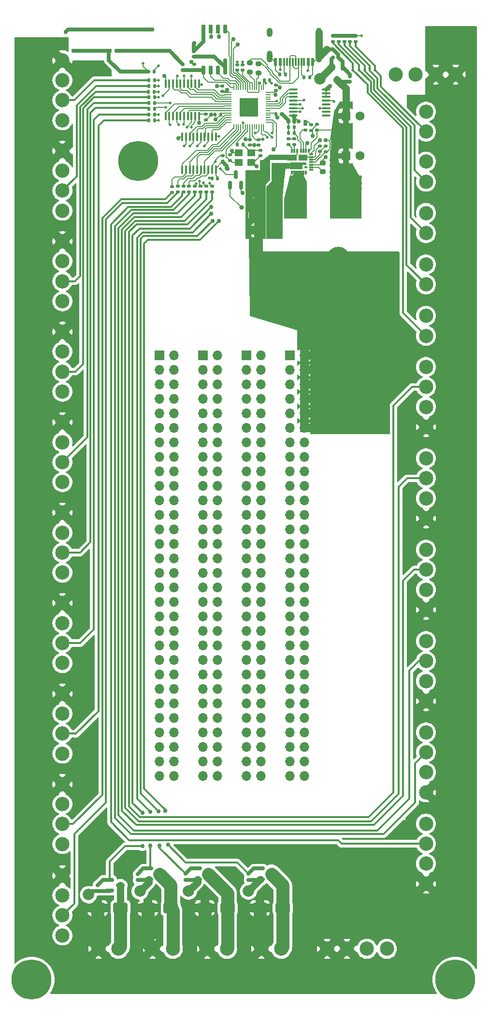
<source format=gtl>
%TF.GenerationSoftware,KiCad,Pcbnew,7.0.2*%
%TF.CreationDate,2023-05-23T23:28:36+01:00*%
%TF.ProjectId,kat_control_board,6b61745f-636f-46e7-9472-6f6c5f626f61,rev?*%
%TF.SameCoordinates,Original*%
%TF.FileFunction,Copper,L1,Top*%
%TF.FilePolarity,Positive*%
%FSLAX46Y46*%
G04 Gerber Fmt 4.6, Leading zero omitted, Abs format (unit mm)*
G04 Created by KiCad (PCBNEW 7.0.2) date 2023-05-23 23:28:36*
%MOMM*%
%LPD*%
G01*
G04 APERTURE LIST*
G04 Aperture macros list*
%AMRoundRect*
0 Rectangle with rounded corners*
0 $1 Rounding radius*
0 $2 $3 $4 $5 $6 $7 $8 $9 X,Y pos of 4 corners*
0 Add a 4 corners polygon primitive as box body*
4,1,4,$2,$3,$4,$5,$6,$7,$8,$9,$2,$3,0*
0 Add four circle primitives for the rounded corners*
1,1,$1+$1,$2,$3*
1,1,$1+$1,$4,$5*
1,1,$1+$1,$6,$7*
1,1,$1+$1,$8,$9*
0 Add four rect primitives between the rounded corners*
20,1,$1+$1,$2,$3,$4,$5,0*
20,1,$1+$1,$4,$5,$6,$7,0*
20,1,$1+$1,$6,$7,$8,$9,0*
20,1,$1+$1,$8,$9,$2,$3,0*%
%AMFreePoly0*
4,1,7,2.200000,0.087500,0.150000,0.087500,0.150000,-0.362500,-0.150000,-0.362500,-0.150000,0.362500,2.200000,0.362500,2.200000,0.087500,2.200000,0.087500,$1*%
%AMFreePoly1*
4,1,9,1.825000,0.255000,1.175000,0.255000,1.175000,-0.500000,0.500000,-0.500000,-0.500000,-0.500000,-1.000000,-0.500000,-1.000000,0.700000,1.825000,0.700000,1.825000,0.255000,1.825000,0.255000,$1*%
G04 Aperture macros list end*
%TA.AperFunction,SMDPad,CuDef*%
%ADD10RoundRect,0.140000X-0.170000X0.140000X-0.170000X-0.140000X0.170000X-0.140000X0.170000X0.140000X0*%
%TD*%
%TA.AperFunction,ComponentPad*%
%ADD11C,2.500000*%
%TD*%
%TA.AperFunction,SMDPad,CuDef*%
%ADD12RoundRect,0.135000X0.135000X0.185000X-0.135000X0.185000X-0.135000X-0.185000X0.135000X-0.185000X0*%
%TD*%
%TA.AperFunction,SMDPad,CuDef*%
%ADD13RoundRect,0.135000X-0.185000X0.135000X-0.185000X-0.135000X0.185000X-0.135000X0.185000X0.135000X0*%
%TD*%
%TA.AperFunction,SMDPad,CuDef*%
%ADD14RoundRect,0.150000X-0.150000X0.512500X-0.150000X-0.512500X0.150000X-0.512500X0.150000X0.512500X0*%
%TD*%
%TA.AperFunction,SMDPad,CuDef*%
%ADD15RoundRect,0.250000X-1.000000X-0.650000X1.000000X-0.650000X1.000000X0.650000X-1.000000X0.650000X0*%
%TD*%
%TA.AperFunction,SMDPad,CuDef*%
%ADD16RoundRect,0.150000X0.150000X-0.650000X0.150000X0.650000X-0.150000X0.650000X-0.150000X-0.650000X0*%
%TD*%
%TA.AperFunction,SMDPad,CuDef*%
%ADD17RoundRect,0.140000X0.170000X-0.140000X0.170000X0.140000X-0.170000X0.140000X-0.170000X-0.140000X0*%
%TD*%
%TA.AperFunction,SMDPad,CuDef*%
%ADD18RoundRect,0.135000X0.185000X-0.135000X0.185000X0.135000X-0.185000X0.135000X-0.185000X-0.135000X0*%
%TD*%
%TA.AperFunction,SMDPad,CuDef*%
%ADD19RoundRect,0.150000X-0.587500X-0.150000X0.587500X-0.150000X0.587500X0.150000X-0.587500X0.150000X0*%
%TD*%
%TA.AperFunction,ComponentPad*%
%ADD20R,1.700000X1.700000*%
%TD*%
%TA.AperFunction,ComponentPad*%
%ADD21O,1.700000X1.700000*%
%TD*%
%TA.AperFunction,ComponentPad*%
%ADD22C,0.800000*%
%TD*%
%TA.AperFunction,ComponentPad*%
%ADD23C,7.000000*%
%TD*%
%TA.AperFunction,SMDPad,CuDef*%
%ADD24RoundRect,0.135000X-0.135000X-0.185000X0.135000X-0.185000X0.135000X0.185000X-0.135000X0.185000X0*%
%TD*%
%TA.AperFunction,SMDPad,CuDef*%
%ADD25RoundRect,0.140000X0.140000X0.170000X-0.140000X0.170000X-0.140000X-0.170000X0.140000X-0.170000X0*%
%TD*%
%TA.AperFunction,SMDPad,CuDef*%
%ADD26RoundRect,0.225000X0.250000X-0.225000X0.250000X0.225000X-0.250000X0.225000X-0.250000X-0.225000X0*%
%TD*%
%TA.AperFunction,SMDPad,CuDef*%
%ADD27RoundRect,0.100000X0.637500X0.100000X-0.637500X0.100000X-0.637500X-0.100000X0.637500X-0.100000X0*%
%TD*%
%TA.AperFunction,SMDPad,CuDef*%
%ADD28R,0.600000X1.450000*%
%TD*%
%TA.AperFunction,SMDPad,CuDef*%
%ADD29R,0.300000X1.450000*%
%TD*%
%TA.AperFunction,ComponentPad*%
%ADD30O,1.000000X2.100000*%
%TD*%
%TA.AperFunction,ComponentPad*%
%ADD31O,1.000000X1.600000*%
%TD*%
%TA.AperFunction,SMDPad,CuDef*%
%ADD32RoundRect,0.150000X0.150000X-0.587500X0.150000X0.587500X-0.150000X0.587500X-0.150000X-0.587500X0*%
%TD*%
%TA.AperFunction,SMDPad,CuDef*%
%ADD33RoundRect,0.875000X-0.875000X-1.125000X0.875000X-1.125000X0.875000X1.125000X-0.875000X1.125000X0*%
%TD*%
%TA.AperFunction,SMDPad,CuDef*%
%ADD34RoundRect,0.225000X-0.250000X0.225000X-0.250000X-0.225000X0.250000X-0.225000X0.250000X0.225000X0*%
%TD*%
%TA.AperFunction,ComponentPad*%
%ADD35R,1.600000X1.600000*%
%TD*%
%TA.AperFunction,ComponentPad*%
%ADD36C,1.600000*%
%TD*%
%TA.AperFunction,SMDPad,CuDef*%
%ADD37RoundRect,0.050000X-0.387500X-0.050000X0.387500X-0.050000X0.387500X0.050000X-0.387500X0.050000X0*%
%TD*%
%TA.AperFunction,SMDPad,CuDef*%
%ADD38RoundRect,0.050000X-0.050000X-0.387500X0.050000X-0.387500X0.050000X0.387500X-0.050000X0.387500X0*%
%TD*%
%TA.AperFunction,SMDPad,CuDef*%
%ADD39R,3.200000X3.200000*%
%TD*%
%TA.AperFunction,SMDPad,CuDef*%
%ADD40R,0.725000X0.300000*%
%TD*%
%TA.AperFunction,SMDPad,CuDef*%
%ADD41FreePoly0,0.000000*%
%TD*%
%TA.AperFunction,SMDPad,CuDef*%
%ADD42R,0.300000X0.725000*%
%TD*%
%TA.AperFunction,SMDPad,CuDef*%
%ADD43R,0.300000X0.730000*%
%TD*%
%TA.AperFunction,SMDPad,CuDef*%
%ADD44R,1.575000X1.050000*%
%TD*%
%TA.AperFunction,ComponentPad*%
%ADD45C,0.600000*%
%TD*%
%TA.AperFunction,SMDPad,CuDef*%
%ADD46R,1.150000X1.050000*%
%TD*%
%TA.AperFunction,SMDPad,CuDef*%
%ADD47FreePoly1,0.000000*%
%TD*%
%TA.AperFunction,SMDPad,CuDef*%
%ADD48R,0.580000X0.380000*%
%TD*%
%TA.AperFunction,SMDPad,CuDef*%
%ADD49RoundRect,0.140000X-0.140000X-0.170000X0.140000X-0.170000X0.140000X0.170000X-0.140000X0.170000X0*%
%TD*%
%TA.AperFunction,SMDPad,CuDef*%
%ADD50RoundRect,0.100000X-0.100000X0.637500X-0.100000X-0.637500X0.100000X-0.637500X0.100000X0.637500X0*%
%TD*%
%TA.AperFunction,SMDPad,CuDef*%
%ADD51R,1.400000X1.200000*%
%TD*%
%TA.AperFunction,SMDPad,CuDef*%
%ADD52RoundRect,0.187500X0.312500X0.187500X-0.312500X0.187500X-0.312500X-0.187500X0.312500X-0.187500X0*%
%TD*%
%TA.AperFunction,SMDPad,CuDef*%
%ADD53RoundRect,0.187500X-0.312500X-0.187500X0.312500X-0.187500X0.312500X0.187500X-0.312500X0.187500X0*%
%TD*%
%TA.AperFunction,SMDPad,CuDef*%
%ADD54RoundRect,0.200000X-0.275000X0.200000X-0.275000X-0.200000X0.275000X-0.200000X0.275000X0.200000X0*%
%TD*%
%TA.AperFunction,ViaPad*%
%ADD55C,0.762000*%
%TD*%
%TA.AperFunction,ViaPad*%
%ADD56C,2.000000*%
%TD*%
%TA.AperFunction,ViaPad*%
%ADD57C,0.500000*%
%TD*%
%TA.AperFunction,ViaPad*%
%ADD58C,0.600000*%
%TD*%
%TA.AperFunction,ViaPad*%
%ADD59C,4.000000*%
%TD*%
%TA.AperFunction,ViaPad*%
%ADD60C,0.800000*%
%TD*%
%TA.AperFunction,Conductor*%
%ADD61C,0.203200*%
%TD*%
%TA.AperFunction,Conductor*%
%ADD62C,0.152400*%
%TD*%
%TA.AperFunction,Conductor*%
%ADD63C,0.635000*%
%TD*%
%TA.AperFunction,Conductor*%
%ADD64C,1.270000*%
%TD*%
%TA.AperFunction,Conductor*%
%ADD65C,0.304800*%
%TD*%
%TA.AperFunction,Conductor*%
%ADD66C,2.286000*%
%TD*%
G04 APERTURE END LIST*
D10*
X71705000Y-38384000D03*
X71705000Y-39344000D03*
D11*
X38900000Y-151250000D03*
X38900000Y-154750000D03*
X38900000Y-158250000D03*
X38900000Y-161750000D03*
D12*
X79510000Y-37250000D03*
X78490000Y-37250000D03*
D13*
X58100000Y-46590000D03*
X58100000Y-47610000D03*
D12*
X79510000Y-36250000D03*
X78490000Y-36250000D03*
D14*
X87950000Y-25612500D03*
X86050000Y-25612500D03*
X87000000Y-27887500D03*
D12*
X55020000Y-35000000D03*
X54000000Y-35000000D03*
X55020000Y-32000000D03*
X54000000Y-32000000D03*
D15*
X63830834Y-172962500D03*
X67830834Y-172962500D03*
D16*
X63577000Y-26208000D03*
X64847000Y-26208000D03*
X66117000Y-26208000D03*
X67387000Y-26208000D03*
X67387000Y-19008000D03*
X66117000Y-19008000D03*
X64847000Y-19008000D03*
X63577000Y-19008000D03*
D11*
X102600000Y-152700000D03*
X102600000Y-149200000D03*
X102600000Y-145700000D03*
X102600000Y-142200000D03*
D17*
X66879000Y-29974000D03*
X66879000Y-29014000D03*
D18*
X86300000Y-21200000D03*
X86300000Y-20180000D03*
D19*
X73625000Y-166050000D03*
X73625000Y-167950000D03*
X75500000Y-167000000D03*
D18*
X85000000Y-40510000D03*
X85000000Y-39490000D03*
D20*
X63500000Y-76200000D03*
D21*
X66040000Y-76200000D03*
X63500000Y-78740000D03*
X66040000Y-78740000D03*
X63500000Y-81280000D03*
X66040000Y-81280000D03*
X63500000Y-83820000D03*
X66040000Y-83820000D03*
X63500000Y-86360000D03*
X66040000Y-86360000D03*
X63500000Y-88900000D03*
X66040000Y-88900000D03*
X63500000Y-91440000D03*
X66040000Y-91440000D03*
X63500000Y-93980000D03*
X66040000Y-93980000D03*
X63500000Y-96520000D03*
X66040000Y-96520000D03*
X63500000Y-99060000D03*
X66040000Y-99060000D03*
X63500000Y-101600000D03*
X66040000Y-101600000D03*
X63500000Y-104140000D03*
X66040000Y-104140000D03*
X63500000Y-106680000D03*
X66040000Y-106680000D03*
X63500000Y-109220000D03*
X66040000Y-109220000D03*
X63500000Y-111760000D03*
X66040000Y-111760000D03*
X63500000Y-114300000D03*
X66040000Y-114300000D03*
X63500000Y-116840000D03*
X66040000Y-116840000D03*
X63500000Y-119380000D03*
X66040000Y-119380000D03*
X63500000Y-121920000D03*
X66040000Y-121920000D03*
X63500000Y-124460000D03*
X66040000Y-124460000D03*
X63500000Y-127000000D03*
X66040000Y-127000000D03*
X63500000Y-129540000D03*
X66040000Y-129540000D03*
X63500000Y-132080000D03*
X66040000Y-132080000D03*
X63500000Y-134620000D03*
X66040000Y-134620000D03*
X63500000Y-137160000D03*
X66040000Y-137160000D03*
X63500000Y-139700000D03*
X66040000Y-139700000D03*
X63500000Y-142240000D03*
X66040000Y-142240000D03*
X63500000Y-144780000D03*
X66040000Y-144780000D03*
X63500000Y-147320000D03*
X66040000Y-147320000D03*
X63500000Y-149860000D03*
X66040000Y-149860000D03*
D12*
X55020000Y-34000000D03*
X54000000Y-34000000D03*
D19*
X54062500Y-166050000D03*
X54062500Y-167950000D03*
X55937500Y-167000000D03*
D22*
X49518845Y-42143845D03*
X50287690Y-40287690D03*
X50287690Y-44000000D03*
X52143845Y-39518845D03*
D23*
X52143845Y-42143845D03*
D22*
X52143845Y-44768845D03*
X54000000Y-40287690D03*
X54000000Y-44000000D03*
X54768845Y-42143845D03*
D24*
X76990000Y-27000000D03*
X78010000Y-27000000D03*
D11*
X38900000Y-24500000D03*
X38900000Y-28000000D03*
X38900000Y-31500000D03*
X38900000Y-35000000D03*
D22*
X30875000Y-185500000D03*
X31643845Y-183643845D03*
X31643845Y-187356155D03*
X33500000Y-182875000D03*
D23*
X33500000Y-185500000D03*
D22*
X33500000Y-188125000D03*
X35356155Y-183643845D03*
X35356155Y-187356155D03*
X36125000Y-185500000D03*
D13*
X64100000Y-46570000D03*
X64100000Y-47590000D03*
D25*
X66060000Y-45200000D03*
X65100000Y-45200000D03*
D11*
X38900000Y-56187500D03*
X38900000Y-59687500D03*
X38900000Y-63187500D03*
X38900000Y-66687500D03*
D17*
X84000000Y-40480000D03*
X84000000Y-39520000D03*
D11*
X38900000Y-103718750D03*
X38900000Y-107218750D03*
X38900000Y-110718750D03*
X38900000Y-114218750D03*
X38900000Y-87875000D03*
X38900000Y-91375000D03*
X38900000Y-94875000D03*
X38900000Y-98375000D03*
D18*
X82500000Y-36770000D03*
X82500000Y-35750000D03*
D26*
X84500000Y-44025000D03*
X84500000Y-42475000D03*
D11*
X38900000Y-135406250D03*
X38900000Y-138906250D03*
X38900000Y-142406250D03*
X38900000Y-145906250D03*
D27*
X85108500Y-34169600D03*
X85108500Y-33519600D03*
X85108500Y-32869600D03*
X85108500Y-32219600D03*
X85108500Y-31569600D03*
X85108500Y-30919600D03*
X85108500Y-30269600D03*
X85108500Y-29619600D03*
X79383500Y-29619600D03*
X79383500Y-30269600D03*
X79383500Y-30919600D03*
X79383500Y-31569600D03*
X79383500Y-32219600D03*
X79383500Y-32869600D03*
X79383500Y-33519600D03*
X79383500Y-34169600D03*
D11*
X102600000Y-45750000D03*
X102600000Y-42250000D03*
D24*
X69544000Y-39245000D03*
X70564000Y-39245000D03*
D11*
X54750000Y-180100000D03*
X58250000Y-180100000D03*
D12*
X55020000Y-29000000D03*
X54000000Y-29000000D03*
D28*
X82750000Y-24750000D03*
X81950000Y-24750000D03*
D29*
X80750000Y-24750000D03*
X79750000Y-24750000D03*
X79250000Y-24750000D03*
X78250000Y-24750000D03*
D28*
X77050000Y-24750000D03*
X76250000Y-24750000D03*
X76250000Y-24750000D03*
X77050000Y-24750000D03*
D29*
X77750000Y-24750000D03*
X78750000Y-24750000D03*
X80250000Y-24750000D03*
X81250000Y-24750000D03*
D28*
X81950000Y-24750000D03*
X82750000Y-24750000D03*
D30*
X83820000Y-23835000D03*
D31*
X83820000Y-19655000D03*
D30*
X75180000Y-23835000D03*
D31*
X75180000Y-19655000D03*
D12*
X55020000Y-28000000D03*
X54000000Y-28000000D03*
D20*
X71120000Y-76200000D03*
D21*
X73660000Y-76200000D03*
X71120000Y-78740000D03*
X73660000Y-78740000D03*
X71120000Y-81280000D03*
X73660000Y-81280000D03*
X71120000Y-83820000D03*
X73660000Y-83820000D03*
X71120000Y-86360000D03*
X73660000Y-86360000D03*
X71120000Y-88900000D03*
X73660000Y-88900000D03*
X71120000Y-91440000D03*
X73660000Y-91440000D03*
X71120000Y-93980000D03*
X73660000Y-93980000D03*
X71120000Y-96520000D03*
X73660000Y-96520000D03*
X71120000Y-99060000D03*
X73660000Y-99060000D03*
X71120000Y-101600000D03*
X73660000Y-101600000D03*
X71120000Y-104140000D03*
X73660000Y-104140000D03*
X71120000Y-106680000D03*
X73660000Y-106680000D03*
X71120000Y-109220000D03*
X73660000Y-109220000D03*
X71120000Y-111760000D03*
X73660000Y-111760000D03*
X71120000Y-114300000D03*
X73660000Y-114300000D03*
X71120000Y-116840000D03*
X73660000Y-116840000D03*
X71120000Y-119380000D03*
X73660000Y-119380000D03*
X71120000Y-121920000D03*
X73660000Y-121920000D03*
X71120000Y-124460000D03*
X73660000Y-124460000D03*
X71120000Y-127000000D03*
X73660000Y-127000000D03*
X71120000Y-129540000D03*
X73660000Y-129540000D03*
X71120000Y-132080000D03*
X73660000Y-132080000D03*
X71120000Y-134620000D03*
X73660000Y-134620000D03*
X71120000Y-137160000D03*
X73660000Y-137160000D03*
X71120000Y-139700000D03*
X73660000Y-139700000D03*
X71120000Y-142240000D03*
X73660000Y-142240000D03*
X71120000Y-144780000D03*
X73660000Y-144780000D03*
X71120000Y-147320000D03*
X73660000Y-147320000D03*
X71120000Y-149860000D03*
X73660000Y-149860000D03*
D19*
X62562500Y-166050000D03*
X62562500Y-167950000D03*
X64437500Y-167000000D03*
D32*
X68300000Y-46375000D03*
X70200000Y-46375000D03*
X69250000Y-44500000D03*
D33*
X79750000Y-50000000D03*
X89250000Y-50000000D03*
D12*
X55020000Y-33000000D03*
X54000000Y-33000000D03*
D34*
X77000000Y-41475000D03*
X77000000Y-43025000D03*
D35*
X73250000Y-54250000D03*
D36*
X75750000Y-54250000D03*
D13*
X45069166Y-168942500D03*
X45069166Y-169962500D03*
X60437500Y-166980000D03*
X60437500Y-168000000D03*
D17*
X76277000Y-29819000D03*
X76277000Y-28859000D03*
D11*
X102600000Y-72750000D03*
X102600000Y-69250000D03*
X102600000Y-120700000D03*
X102600000Y-117200000D03*
X102600000Y-113700000D03*
X102600000Y-110200000D03*
D37*
X68102500Y-30130000D03*
X68102500Y-30530000D03*
X68102500Y-30930000D03*
X68102500Y-31330000D03*
X68102500Y-31730000D03*
X68102500Y-32130000D03*
X68102500Y-32530000D03*
X68102500Y-32930000D03*
X68102500Y-33330000D03*
X68102500Y-33730000D03*
X68102500Y-34130000D03*
X68102500Y-34530000D03*
X68102500Y-34930000D03*
X68102500Y-35330000D03*
D38*
X68940000Y-36167500D03*
X69340000Y-36167500D03*
X69740000Y-36167500D03*
X70140000Y-36167500D03*
X70540000Y-36167500D03*
X70940000Y-36167500D03*
X71340000Y-36167500D03*
X71740000Y-36167500D03*
X72140000Y-36167500D03*
X72540000Y-36167500D03*
X72940000Y-36167500D03*
X73340000Y-36167500D03*
X73740000Y-36167500D03*
X74140000Y-36167500D03*
D37*
X74977500Y-35330000D03*
X74977500Y-34930000D03*
X74977500Y-34530000D03*
X74977500Y-34130000D03*
X74977500Y-33730000D03*
X74977500Y-33330000D03*
X74977500Y-32930000D03*
X74977500Y-32530000D03*
X74977500Y-32130000D03*
X74977500Y-31730000D03*
X74977500Y-31330000D03*
X74977500Y-30930000D03*
X74977500Y-30530000D03*
X74977500Y-30130000D03*
D38*
X74140000Y-29292500D03*
X73740000Y-29292500D03*
X73340000Y-29292500D03*
X72940000Y-29292500D03*
X72540000Y-29292500D03*
X72140000Y-29292500D03*
X71740000Y-29292500D03*
X71340000Y-29292500D03*
X70940000Y-29292500D03*
X70540000Y-29292500D03*
X70140000Y-29292500D03*
X69740000Y-29292500D03*
X69340000Y-29292500D03*
X68940000Y-29292500D03*
D39*
X71540000Y-32730000D03*
D25*
X66625000Y-33987200D03*
X65665000Y-33987200D03*
D15*
X53866668Y-172962500D03*
X57866668Y-172962500D03*
D40*
X78625000Y-41440000D03*
X78625000Y-41890000D03*
X78625000Y-42790000D03*
X78625000Y-43240000D03*
D41*
X79087500Y-44202500D03*
D42*
X79537500Y-44202500D03*
X79987500Y-44202500D03*
X80687500Y-44202500D03*
X81137500Y-44202500D03*
D43*
X81587500Y-44200000D03*
D40*
X82500000Y-43690000D03*
X82500000Y-43240000D03*
X82500000Y-42790000D03*
X82500000Y-42340000D03*
X82500000Y-41890000D03*
X82500000Y-41440000D03*
X82500000Y-40990000D03*
D42*
X82037500Y-40327500D03*
X81587500Y-40327500D03*
X81137500Y-40327500D03*
X80687500Y-40327500D03*
X79987500Y-40327500D03*
X79537500Y-40327500D03*
X79087500Y-40327500D03*
D44*
X81050000Y-41515000D03*
D45*
X81052500Y-41505000D03*
D46*
X79387500Y-41515000D03*
D45*
X79407500Y-41515000D03*
X79357500Y-42715000D03*
D47*
X79812500Y-43040000D03*
D45*
X80042500Y-43200000D03*
X80667500Y-42705000D03*
D48*
X81547500Y-43255000D03*
D49*
X76333000Y-33911000D03*
X77293000Y-33911000D03*
D13*
X61100000Y-46570000D03*
X61100000Y-47590000D03*
X59100000Y-46570000D03*
X59100000Y-47590000D03*
D11*
X102600000Y-63750000D03*
X102600000Y-60250000D03*
D17*
X89300000Y-28250000D03*
X89300000Y-27290000D03*
D18*
X67000000Y-42260000D03*
X67000000Y-41240000D03*
D11*
X102600000Y-104700000D03*
X102600000Y-101200000D03*
X102600000Y-97700000D03*
X102600000Y-94200000D03*
D25*
X79480000Y-35250000D03*
X78520000Y-35250000D03*
D18*
X90300000Y-21210000D03*
X90300000Y-20190000D03*
D50*
X62808000Y-28567000D03*
X62158000Y-28567000D03*
X61508000Y-28567000D03*
X60858000Y-28567000D03*
X60208000Y-28567000D03*
X59558000Y-28567000D03*
X58908000Y-28567000D03*
X58258000Y-28567000D03*
X57608000Y-28567000D03*
X56958000Y-28567000D03*
X56958000Y-34292000D03*
X57608000Y-34292000D03*
X58258000Y-34292000D03*
X58908000Y-34292000D03*
X59558000Y-34292000D03*
X60208000Y-34292000D03*
X60858000Y-34292000D03*
X61508000Y-34292000D03*
X62158000Y-34292000D03*
X62808000Y-34292000D03*
D35*
X88567621Y-34250000D03*
D36*
X91067621Y-34250000D03*
D13*
X65100000Y-46570000D03*
X65100000Y-47590000D03*
D10*
X73610000Y-40289000D03*
X73610000Y-41249000D03*
D11*
X102600000Y-37000000D03*
X102600000Y-33500000D03*
D22*
X105125000Y-185500000D03*
X105893845Y-183643845D03*
X105893845Y-187356155D03*
X107750000Y-182875000D03*
D23*
X107750000Y-185500000D03*
D22*
X107750000Y-188125000D03*
X109606155Y-183643845D03*
X109606155Y-187356155D03*
X110375000Y-185500000D03*
D18*
X81500000Y-36760000D03*
X81500000Y-35740000D03*
D13*
X62000000Y-25230000D03*
X62000000Y-26250000D03*
D11*
X102600000Y-168700000D03*
X102600000Y-165200000D03*
X102600000Y-161700000D03*
X102600000Y-158200000D03*
X102600000Y-88700000D03*
X102600000Y-85200000D03*
X102600000Y-81700000D03*
X102600000Y-78200000D03*
D18*
X88300000Y-21210000D03*
X88300000Y-20190000D03*
D13*
X60000000Y-25240000D03*
X60000000Y-26260000D03*
D11*
X38900000Y-119562500D03*
X38900000Y-123062500D03*
X38900000Y-126562500D03*
X38900000Y-130062500D03*
D18*
X87300000Y-21200000D03*
X87300000Y-20180000D03*
D19*
X47194166Y-168012500D03*
X47194166Y-169912500D03*
X49069166Y-168962500D03*
D15*
X73500000Y-172962500D03*
X77500000Y-172962500D03*
D49*
X74270000Y-28000000D03*
X75230000Y-28000000D03*
D20*
X55880000Y-76200000D03*
D21*
X58420000Y-76200000D03*
X55880000Y-78740000D03*
X58420000Y-78740000D03*
X55880000Y-81280000D03*
X58420000Y-81280000D03*
X55880000Y-83820000D03*
X58420000Y-83820000D03*
X55880000Y-86360000D03*
X58420000Y-86360000D03*
X55880000Y-88900000D03*
X58420000Y-88900000D03*
X55880000Y-91440000D03*
X58420000Y-91440000D03*
X55880000Y-93980000D03*
X58420000Y-93980000D03*
X55880000Y-96520000D03*
X58420000Y-96520000D03*
X55880000Y-99060000D03*
X58420000Y-99060000D03*
X55880000Y-101600000D03*
X58420000Y-101600000D03*
X55880000Y-104140000D03*
X58420000Y-104140000D03*
X55880000Y-106680000D03*
X58420000Y-106680000D03*
X55880000Y-109220000D03*
X58420000Y-109220000D03*
X55880000Y-111760000D03*
X58420000Y-111760000D03*
X55880000Y-114300000D03*
X58420000Y-114300000D03*
X55880000Y-116840000D03*
X58420000Y-116840000D03*
X55880000Y-119380000D03*
X58420000Y-119380000D03*
X55880000Y-121920000D03*
X58420000Y-121920000D03*
X55880000Y-124460000D03*
X58420000Y-124460000D03*
X55880000Y-127000000D03*
X58420000Y-127000000D03*
X55880000Y-129540000D03*
X58420000Y-129540000D03*
X55880000Y-132080000D03*
X58420000Y-132080000D03*
X55880000Y-134620000D03*
X58420000Y-134620000D03*
X55880000Y-137160000D03*
X58420000Y-137160000D03*
X55880000Y-139700000D03*
X58420000Y-139700000D03*
X55880000Y-142240000D03*
X58420000Y-142240000D03*
X55880000Y-144780000D03*
X58420000Y-144780000D03*
X55880000Y-147320000D03*
X58420000Y-147320000D03*
X55880000Y-149860000D03*
X58420000Y-149860000D03*
D10*
X64008800Y-33964400D03*
X64008800Y-34924400D03*
D13*
X71500000Y-166980000D03*
X71500000Y-168000000D03*
D17*
X69500000Y-26230000D03*
X69500000Y-25270000D03*
D13*
X52062500Y-167050000D03*
X52062500Y-168070000D03*
D17*
X70500000Y-26230000D03*
X70500000Y-25270000D03*
D11*
X73750000Y-180100000D03*
X77250000Y-180100000D03*
X102600000Y-136700000D03*
X102600000Y-133200000D03*
X102600000Y-129700000D03*
X102600000Y-126200000D03*
D12*
X82260000Y-27500000D03*
X81240000Y-27500000D03*
D50*
X65765400Y-37931900D03*
X65115400Y-37931900D03*
X64465400Y-37931900D03*
X63815400Y-37931900D03*
X63165400Y-37931900D03*
X62515400Y-37931900D03*
X61865400Y-37931900D03*
X61215400Y-37931900D03*
X60565400Y-37931900D03*
X59915400Y-37931900D03*
X59915400Y-43656900D03*
X60565400Y-43656900D03*
X61215400Y-43656900D03*
X61865400Y-43656900D03*
X62515400Y-43656900D03*
X63165400Y-43656900D03*
X63815400Y-43656900D03*
X64465400Y-43656900D03*
X65115400Y-43656900D03*
X65765400Y-43656900D03*
D18*
X83500000Y-36760000D03*
X83500000Y-35740000D03*
D13*
X60100000Y-46570000D03*
X60100000Y-47590000D03*
D11*
X64250000Y-180100000D03*
X67750000Y-180100000D03*
D17*
X79500000Y-39230000D03*
X79500000Y-38270000D03*
D11*
X102600000Y-54750000D03*
X102600000Y-51250000D03*
D17*
X68300000Y-42030000D03*
X68300000Y-41070000D03*
D10*
X73229000Y-38384000D03*
X73229000Y-39344000D03*
D51*
X69800000Y-42420000D03*
X72000000Y-42420000D03*
X72000000Y-40720000D03*
X69800000Y-40720000D03*
D11*
X38900000Y-72031250D03*
X38900000Y-75531250D03*
X38900000Y-79031250D03*
X38900000Y-82531250D03*
D20*
X78740000Y-76200000D03*
D21*
X81280000Y-76200000D03*
X78740000Y-78740000D03*
X81280000Y-78740000D03*
X78740000Y-81280000D03*
X81280000Y-81280000D03*
X78740000Y-83820000D03*
X81280000Y-83820000D03*
X78740000Y-86360000D03*
X81280000Y-86360000D03*
X78740000Y-88900000D03*
X81280000Y-88900000D03*
X78740000Y-91440000D03*
X81280000Y-91440000D03*
X78740000Y-93980000D03*
X81280000Y-93980000D03*
X78740000Y-96520000D03*
X81280000Y-96520000D03*
X78740000Y-99060000D03*
X81280000Y-99060000D03*
X78740000Y-101600000D03*
X81280000Y-101600000D03*
X78740000Y-104140000D03*
X81280000Y-104140000D03*
X78740000Y-106680000D03*
X81280000Y-106680000D03*
X78740000Y-109220000D03*
X81280000Y-109220000D03*
X78740000Y-111760000D03*
X81280000Y-111760000D03*
X78740000Y-114300000D03*
X81280000Y-114300000D03*
X78740000Y-116840000D03*
X81280000Y-116840000D03*
X78740000Y-119380000D03*
X81280000Y-119380000D03*
X78740000Y-121920000D03*
X81280000Y-121920000D03*
X78740000Y-124460000D03*
X81280000Y-124460000D03*
X78740000Y-127000000D03*
X81280000Y-127000000D03*
X78740000Y-129540000D03*
X81280000Y-129540000D03*
X78740000Y-132080000D03*
X81280000Y-132080000D03*
X78740000Y-134620000D03*
X81280000Y-134620000D03*
X78740000Y-137160000D03*
X81280000Y-137160000D03*
X78740000Y-139700000D03*
X81280000Y-139700000D03*
X78740000Y-142240000D03*
X81280000Y-142240000D03*
X78740000Y-144780000D03*
X81280000Y-144780000D03*
X78740000Y-147320000D03*
X81280000Y-147320000D03*
X78740000Y-149860000D03*
X81280000Y-149860000D03*
D15*
X45069166Y-172962500D03*
X49069166Y-172962500D03*
D11*
X107800000Y-27000000D03*
X104300000Y-27000000D03*
X100800000Y-27000000D03*
X97300000Y-27000000D03*
D35*
X73250000Y-47250000D03*
D36*
X75750000Y-47250000D03*
D11*
X38900000Y-40343750D03*
X38900000Y-43843750D03*
X38900000Y-47343750D03*
X38900000Y-50843750D03*
D18*
X89300000Y-21210000D03*
X89300000Y-20190000D03*
D12*
X55020000Y-31000000D03*
X54000000Y-31000000D03*
D18*
X78500000Y-39260000D03*
X78500000Y-38240000D03*
D52*
X47000000Y-22875000D03*
X41000000Y-22875000D03*
X47000000Y-19125000D03*
X41000000Y-19125000D03*
D13*
X63100000Y-46580000D03*
X63100000Y-47600000D03*
D53*
X48500000Y-19125000D03*
X54500000Y-19125000D03*
X48500000Y-22875000D03*
X54500000Y-22875000D03*
D11*
X38900000Y-167250000D03*
X38900000Y-170750000D03*
X38900000Y-174250000D03*
X38900000Y-177750000D03*
D35*
X88567621Y-41250000D03*
D36*
X91067621Y-41250000D03*
D49*
X86290000Y-24000000D03*
X87250000Y-24000000D03*
D54*
X73250000Y-25100000D03*
X73250000Y-26750000D03*
X71750000Y-24925000D03*
X71750000Y-26575000D03*
D12*
X55010000Y-30000000D03*
X53990000Y-30000000D03*
D11*
X85250000Y-180100000D03*
X88750000Y-180100000D03*
X92250000Y-180100000D03*
X95750000Y-180100000D03*
D12*
X55010000Y-26500000D03*
X53990000Y-26500000D03*
D10*
X61926000Y-22884000D03*
X61926000Y-23844000D03*
D11*
X45219166Y-180100000D03*
X48719166Y-180100000D03*
D13*
X62100000Y-46580000D03*
X62100000Y-47600000D03*
D55*
X77000000Y-45500000D03*
X71578000Y-31752000D03*
X75500000Y-53000000D03*
X77000000Y-44500000D03*
X68600000Y-40350000D03*
X76500000Y-53000000D03*
X75500000Y-52082100D03*
D56*
X52500000Y-170000000D03*
D57*
X75500000Y-28500000D03*
D55*
X66000000Y-29005100D03*
D56*
X61000000Y-170000000D03*
D55*
X85000000Y-41500000D03*
X72594000Y-32768000D03*
X75500000Y-51000000D03*
D56*
X43469166Y-170600000D03*
D55*
X76500000Y-52082100D03*
X72594000Y-33784000D03*
X67387000Y-24535000D03*
X39500000Y-19500000D03*
D57*
X69500000Y-24750000D03*
X64600000Y-45100000D03*
D55*
X76500000Y-49000000D03*
X56750000Y-27250000D03*
X70562000Y-33784000D03*
X81500000Y-35250000D03*
X71578000Y-33784000D03*
X76000000Y-43000000D03*
X72900000Y-43100000D03*
X78000000Y-34500000D03*
X75500000Y-50000000D03*
X72594000Y-31752000D03*
X76000000Y-45500000D03*
X70500000Y-47750000D03*
X76500000Y-50000000D03*
X72467000Y-39372000D03*
D57*
X70540057Y-35423572D03*
D55*
X59212880Y-38141700D03*
D57*
X70500000Y-24750000D03*
D56*
X71500000Y-170000000D03*
D55*
X65000000Y-34000000D03*
X76000000Y-44500000D03*
X76500000Y-51000000D03*
X70562000Y-32768000D03*
X77016283Y-29237368D03*
X75500000Y-49000000D03*
X85750000Y-29000000D03*
X70562000Y-31752000D03*
D57*
X77067900Y-26099500D03*
X81900000Y-26350000D03*
D55*
X65704381Y-34877700D03*
X61500000Y-24750000D03*
D56*
X84000000Y-27750000D03*
D55*
X62000000Y-21500000D03*
D57*
X91300000Y-20200000D03*
D55*
X70943000Y-38356000D03*
X80300000Y-35182100D03*
X76557983Y-34487295D03*
X76250000Y-30500000D03*
X67768000Y-29720000D03*
D57*
X74500000Y-28500000D03*
X55750000Y-25500000D03*
X84024000Y-32869600D03*
X76454800Y-31599600D03*
D55*
X64923200Y-20372800D03*
X69596800Y-21744400D03*
X68885600Y-20830000D03*
X66345600Y-20372800D03*
D58*
X73991000Y-38356000D03*
X73423415Y-28482586D03*
D55*
X86000000Y-44000000D03*
X86000000Y-45000000D03*
X89000000Y-37000000D03*
X88000000Y-38000000D03*
X86000000Y-46000000D03*
X88000000Y-46000000D03*
X87000000Y-43000000D03*
X91000000Y-46000000D03*
X88000000Y-45000000D03*
X89000000Y-44000000D03*
X87000000Y-46000000D03*
X88000000Y-39000000D03*
X91000000Y-45000000D03*
X88000000Y-43000000D03*
X87000000Y-40000000D03*
X87000000Y-47000000D03*
X87000000Y-42000000D03*
X87000000Y-38000000D03*
X89000000Y-39000000D03*
X87000000Y-39000000D03*
X87000000Y-35000000D03*
X88000000Y-37000000D03*
X89000000Y-38000000D03*
X87000000Y-36000000D03*
X88000000Y-44000000D03*
X87000000Y-41000000D03*
X89000000Y-43000000D03*
X90000000Y-46000000D03*
X91000000Y-47000000D03*
X88000000Y-47000000D03*
X89000000Y-47000000D03*
X67800000Y-43500000D03*
X62845126Y-35462532D03*
X89000000Y-45000000D03*
X89000000Y-46000000D03*
X87000000Y-37000000D03*
X86000000Y-47000000D03*
X87000000Y-45000000D03*
X90000000Y-45000000D03*
X86000000Y-43000000D03*
X88000000Y-36000000D03*
X87000000Y-34000000D03*
X87000000Y-44000000D03*
X90000000Y-47000000D03*
X89000000Y-36000000D03*
X86000000Y-42000000D03*
X72000000Y-50000000D03*
X74000000Y-44500000D03*
X73000000Y-52082100D03*
X72000000Y-51000000D03*
X73000000Y-51000000D03*
X74000000Y-49000000D03*
X74000000Y-52082100D03*
X72000000Y-52082100D03*
X72000000Y-49000000D03*
X72000000Y-45500000D03*
X73000000Y-44500000D03*
X73000000Y-45500000D03*
X74000000Y-45500000D03*
X72000000Y-53000000D03*
X74000000Y-50000000D03*
X73000000Y-50000000D03*
X81794200Y-39000000D03*
D59*
X87200000Y-59200000D03*
D55*
X74000000Y-51000000D03*
X72000000Y-44500000D03*
X73000000Y-49000000D03*
X85000000Y-38500000D03*
D60*
X70300000Y-50300000D03*
D57*
X66600000Y-43500000D03*
X66300000Y-37800000D03*
X65750000Y-42250000D03*
X61500000Y-36250000D03*
X63250000Y-28750000D03*
X55750000Y-28000000D03*
X60689700Y-36250000D03*
X60138600Y-35724717D03*
X55750000Y-29000000D03*
X59250000Y-35750000D03*
X55750000Y-30000000D03*
X57750000Y-35750000D03*
X55750000Y-31000000D03*
X57750000Y-32000000D03*
X61500000Y-27250000D03*
X60250000Y-27250000D03*
X57000000Y-32750000D03*
X59000000Y-27250000D03*
X55750000Y-34000000D03*
X56500000Y-30750000D03*
X55750000Y-35000000D03*
X64685398Y-46009180D03*
X63750000Y-39500000D03*
X62500000Y-39500000D03*
X63622703Y-45967928D03*
X62903290Y-45654300D03*
X61250000Y-39500000D03*
X60250000Y-39500000D03*
X62347351Y-46078838D03*
D55*
X82750000Y-37750000D03*
X84000000Y-38500000D03*
D57*
X72700000Y-37200000D03*
X53000000Y-25000000D03*
X89800000Y-26200000D03*
X81250000Y-31500000D03*
X90900000Y-26200000D03*
X80500000Y-32250000D03*
X81000000Y-32948900D03*
X91900000Y-26200000D03*
X92750000Y-25900000D03*
X80500000Y-33500000D03*
X93700000Y-26200000D03*
X86500000Y-31750000D03*
X74800000Y-38000000D03*
D55*
X65000000Y-50200000D03*
X52900000Y-162100000D03*
X52900000Y-156267100D03*
X55900000Y-162000000D03*
D57*
X75600000Y-37200000D03*
D55*
X65200000Y-52600000D03*
X55700000Y-156000000D03*
X65000000Y-51400000D03*
X54300000Y-162000000D03*
D57*
X75600000Y-38000000D03*
D55*
X54300000Y-156100000D03*
X66300000Y-52600000D03*
X56900000Y-155900000D03*
X75900000Y-40100000D03*
X57400000Y-161900000D03*
D61*
X73610000Y-40289000D02*
X72431000Y-40289000D01*
X72431000Y-40289000D02*
X72000000Y-40720000D01*
D62*
X70564000Y-39284000D02*
X72000000Y-40720000D01*
X70564000Y-39245000D02*
X70564000Y-39284000D01*
X71540000Y-32730000D02*
X70600000Y-32730000D01*
D63*
X47144166Y-169962500D02*
X47194166Y-169912500D01*
X89300000Y-26962500D02*
X87950000Y-25612500D01*
X89300000Y-27290000D02*
X89300000Y-26962500D01*
D62*
X84185000Y-42790000D02*
X84500000Y-42475000D01*
D63*
X47000000Y-19125000D02*
X48500000Y-19125000D01*
D61*
X65012800Y-33987200D02*
X65000000Y-34000000D01*
D64*
X83965000Y-23835000D02*
X85200000Y-22600000D01*
D62*
X84500000Y-42475000D02*
X84500000Y-42000000D01*
D63*
X54500000Y-19125000D02*
X48500000Y-19125000D01*
D62*
X71616000Y-32730000D02*
X72594000Y-31752000D01*
D61*
X85108500Y-30919600D02*
X85108500Y-30269600D01*
D62*
X78490000Y-35280000D02*
X78520000Y-35250000D01*
D63*
X60437500Y-168000000D02*
X62512500Y-168000000D01*
D61*
X76277000Y-28859000D02*
X76637915Y-28859000D01*
D65*
X72000000Y-42420000D02*
X72220000Y-42420000D01*
D62*
X72439000Y-39344000D02*
X72467000Y-39372000D01*
X83114900Y-41440000D02*
X83250000Y-41304900D01*
X76095000Y-24750000D02*
X75180000Y-23835000D01*
D61*
X72439000Y-42420000D02*
X72000000Y-42420000D01*
D63*
X65496988Y-23844000D02*
X61926000Y-23844000D01*
D62*
X71540000Y-32730000D02*
X71540000Y-33746000D01*
X83250000Y-41304900D02*
X83250000Y-40750000D01*
X68300000Y-41070000D02*
X68650000Y-40720000D01*
X81500000Y-35740000D02*
X81500000Y-35250000D01*
D63*
X62512500Y-168000000D02*
X62562500Y-167950000D01*
D61*
X59915400Y-37931900D02*
X59422680Y-37931900D01*
D63*
X71500000Y-168000000D02*
X73575000Y-168000000D01*
D62*
X69500000Y-25270000D02*
X69500000Y-24750000D01*
X78490000Y-36250000D02*
X78490000Y-35280000D01*
D64*
X83820000Y-23835000D02*
X83965000Y-23835000D01*
D62*
X76000000Y-44500000D02*
X77000000Y-44500000D01*
D63*
X78520000Y-35250000D02*
X78520000Y-35020000D01*
D62*
X82500000Y-41440000D02*
X83114900Y-41440000D01*
D63*
X85200000Y-22600000D02*
X86300000Y-22600000D01*
X77411000Y-33911000D02*
X78000000Y-34500000D01*
D62*
X82000000Y-35250000D02*
X82500000Y-35750000D01*
X75500000Y-50000000D02*
X76500000Y-50000000D01*
X82500000Y-42790000D02*
X84185000Y-42790000D01*
D61*
X64075600Y-34924400D02*
X65000000Y-34000000D01*
D62*
X56958000Y-27458000D02*
X56750000Y-27250000D01*
D63*
X41000000Y-19125000D02*
X47000000Y-19125000D01*
D61*
X82750000Y-24750000D02*
X82750000Y-27010000D01*
D62*
X71705000Y-39344000D02*
X72439000Y-39344000D01*
D63*
X85108500Y-29619600D02*
X85130400Y-29619600D01*
D65*
X72220000Y-42420000D02*
X72900000Y-43100000D01*
D62*
X76025000Y-43025000D02*
X76000000Y-43000000D01*
X82750000Y-24750000D02*
X82905000Y-24750000D01*
X72556000Y-32730000D02*
X72594000Y-32768000D01*
X76500000Y-52082100D02*
X76500000Y-53000000D01*
D63*
X86300000Y-22600000D02*
X87250000Y-23550000D01*
X45069166Y-169962500D02*
X47144166Y-169962500D01*
D64*
X62562500Y-168437500D02*
X61000000Y-170000000D01*
X73625000Y-167950000D02*
X73550000Y-167950000D01*
D62*
X68970000Y-40720000D02*
X68600000Y-40350000D01*
D63*
X39875000Y-19125000D02*
X39500000Y-19500000D01*
D61*
X64008800Y-34924400D02*
X64075600Y-34924400D01*
D63*
X52062500Y-168070000D02*
X53942500Y-168070000D01*
D62*
X72495000Y-39344000D02*
X72467000Y-39372000D01*
X81500000Y-35250000D02*
X82000000Y-35250000D01*
D63*
X67387000Y-25734012D02*
X65496988Y-23844000D01*
D62*
X77000000Y-43025000D02*
X76025000Y-43025000D01*
X71540000Y-32730000D02*
X70562000Y-31752000D01*
D63*
X87950000Y-24700000D02*
X87250000Y-24000000D01*
D62*
X77000000Y-45500000D02*
X76000000Y-45500000D01*
X66008900Y-29014000D02*
X66000000Y-29005100D01*
D61*
X76637915Y-28859000D02*
X77016283Y-29237368D01*
D62*
X71540000Y-32730000D02*
X71616000Y-32730000D01*
D64*
X54062500Y-167950000D02*
X54062500Y-168437500D01*
D62*
X75500000Y-53000000D02*
X76500000Y-53000000D01*
X71540000Y-32730000D02*
X72594000Y-33784000D01*
X68650000Y-40720000D02*
X69800000Y-40720000D01*
D64*
X62562500Y-167950000D02*
X62562500Y-168437500D01*
D62*
X71540000Y-32730000D02*
X72556000Y-32730000D01*
D63*
X41000000Y-19125000D02*
X39875000Y-19125000D01*
D62*
X76250000Y-24750000D02*
X76095000Y-24750000D01*
X70540000Y-36167500D02*
X70540000Y-35423629D01*
D61*
X73610000Y-41249000D02*
X72439000Y-42420000D01*
D63*
X77293000Y-33911000D02*
X77411000Y-33911000D01*
D62*
X56958000Y-28567000D02*
X56958000Y-27458000D01*
X83250000Y-40750000D02*
X83352400Y-40647600D01*
X75230000Y-28000000D02*
X75230000Y-28230000D01*
X75500000Y-50000000D02*
X75500000Y-52082100D01*
X66879000Y-29014000D02*
X66008900Y-29014000D01*
X71540000Y-32730000D02*
X71540000Y-32806000D01*
X71540000Y-32730000D02*
X71540000Y-31790000D01*
X75750000Y-48750000D02*
X75500000Y-49000000D01*
D61*
X59422680Y-37931900D02*
X59212880Y-38141700D01*
D63*
X45069166Y-169962500D02*
X44106666Y-169962500D01*
X87250000Y-23550000D02*
X87250000Y-24000000D01*
D62*
X75230000Y-28230000D02*
X75500000Y-28500000D01*
D64*
X83820000Y-19655000D02*
X83820000Y-23835000D01*
D61*
X64700000Y-45200000D02*
X64600000Y-45100000D01*
D64*
X73550000Y-167950000D02*
X71500000Y-170000000D01*
D61*
X85108500Y-29619600D02*
X85108500Y-30269600D01*
D62*
X84500000Y-42000000D02*
X85000000Y-41500000D01*
X70540000Y-35423629D02*
X70540057Y-35423572D01*
X71540000Y-31790000D02*
X71578000Y-31752000D01*
D63*
X73575000Y-168000000D02*
X73625000Y-167950000D01*
D62*
X83352400Y-40167600D02*
X84000000Y-39520000D01*
D63*
X67387000Y-26208000D02*
X67387000Y-25734012D01*
D62*
X70500000Y-25270000D02*
X70500000Y-24750000D01*
X76250000Y-26260000D02*
X76990000Y-27000000D01*
D63*
X53942500Y-168070000D02*
X54062500Y-167950000D01*
D62*
X71540000Y-33746000D02*
X71578000Y-33784000D01*
X70200000Y-47450000D02*
X70500000Y-47750000D01*
D63*
X78520000Y-35020000D02*
X78000000Y-34500000D01*
D62*
X82905000Y-24750000D02*
X83820000Y-23835000D01*
D63*
X67387000Y-26208000D02*
X67387000Y-24535000D01*
D62*
X83352400Y-40647600D02*
X83352400Y-40167600D01*
X70600000Y-32730000D02*
X70562000Y-32768000D01*
D61*
X65665000Y-33987200D02*
X65012800Y-33987200D01*
X82750000Y-27010000D02*
X82260000Y-27500000D01*
D62*
X71540000Y-32806000D02*
X70562000Y-33784000D01*
X81125000Y-41440000D02*
X81050000Y-41515000D01*
X69800000Y-40720000D02*
X68970000Y-40720000D01*
D61*
X65100000Y-45200000D02*
X64700000Y-45200000D01*
D62*
X76250000Y-24750000D02*
X76250000Y-26260000D01*
D63*
X85130400Y-29619600D02*
X85750000Y-29000000D01*
D64*
X54062500Y-168437500D02*
X52500000Y-170000000D01*
D62*
X75750000Y-47250000D02*
X75750000Y-48750000D01*
X78490000Y-36250000D02*
X78490000Y-37250000D01*
X70200000Y-46375000D02*
X70200000Y-47450000D01*
X73229000Y-39344000D02*
X72495000Y-39344000D01*
D63*
X44106666Y-169962500D02*
X43469166Y-170600000D01*
X87950000Y-25612500D02*
X87950000Y-24700000D01*
D62*
X82500000Y-41440000D02*
X81125000Y-41440000D01*
X70940000Y-36666316D02*
X70562000Y-37044316D01*
X70940000Y-36167500D02*
X70940000Y-36666316D01*
X67596200Y-41446200D02*
X67800000Y-41650000D01*
D61*
X68180000Y-42030000D02*
X67800000Y-41650000D01*
D62*
X70562000Y-37213000D02*
X67596200Y-40178800D01*
D61*
X68690000Y-42420000D02*
X68300000Y-42030000D01*
D62*
X67596200Y-40178800D02*
X67596200Y-41446200D01*
X70562000Y-37044316D02*
X70562000Y-37213000D01*
D61*
X69800000Y-42420000D02*
X68690000Y-42420000D01*
X68300000Y-42030000D02*
X68180000Y-42030000D01*
D62*
X77067900Y-26099500D02*
X77067900Y-24767900D01*
X81950000Y-24750000D02*
X81950000Y-26300000D01*
X77067900Y-24767900D02*
X77050000Y-24750000D01*
X81950000Y-26300000D02*
X81900000Y-26350000D01*
D61*
X80750000Y-24750000D02*
X80750000Y-27010000D01*
X80750000Y-27010000D02*
X81240000Y-27500000D01*
D62*
X74792964Y-25625000D02*
X75681719Y-26513755D01*
X75681719Y-26731719D02*
X76200000Y-27250000D01*
X71750000Y-24500000D02*
X72000000Y-24250000D01*
X78750000Y-28000000D02*
X78750000Y-24750000D01*
X76200000Y-27251632D02*
X77095968Y-28147600D01*
X78750000Y-24750000D02*
X78750000Y-23832000D01*
X75681719Y-26513755D02*
X75681719Y-26731719D01*
X78863000Y-23719000D02*
X79646400Y-23719000D01*
X74792964Y-25292964D02*
X74792964Y-25625000D01*
X79646400Y-23719000D02*
X79750000Y-23822600D01*
X71750000Y-24925000D02*
X71750000Y-24500000D01*
X79750000Y-23822600D02*
X79750000Y-24750000D01*
X78750000Y-23832000D02*
X78863000Y-23719000D01*
X77095968Y-28147600D02*
X78602400Y-28147600D01*
X72000000Y-24250000D02*
X73750000Y-24250000D01*
X76200000Y-27250000D02*
X76200000Y-27251632D01*
X73750000Y-24250000D02*
X74792964Y-25292964D01*
X78602400Y-28147600D02*
X78750000Y-28000000D01*
X79927400Y-26000000D02*
X79700000Y-26000000D01*
X79700000Y-26000000D02*
X79250000Y-25550000D01*
X74669596Y-25919596D02*
X73850000Y-25100000D01*
X79250000Y-25550000D02*
X79250000Y-24750000D01*
X80250000Y-27500000D02*
X79250000Y-28500000D01*
X76950000Y-28500000D02*
X75329319Y-26879319D01*
X79250000Y-28500000D02*
X76950000Y-28500000D01*
X80250000Y-24750000D02*
X80250000Y-25677400D01*
X80250000Y-25677400D02*
X80250000Y-27500000D01*
X75329319Y-26659723D02*
X74669596Y-26000000D01*
X80250000Y-25677400D02*
X79927400Y-26000000D01*
X75329319Y-26879319D02*
X75329319Y-26659723D01*
X74669596Y-26000000D02*
X74669596Y-25919596D01*
X73850000Y-25100000D02*
X73250000Y-25100000D01*
D61*
X77750000Y-24750000D02*
X77750000Y-26740000D01*
X77750000Y-26740000D02*
X78010000Y-27000000D01*
D62*
X72540000Y-29292500D02*
X72540000Y-28040000D01*
X72540000Y-28040000D02*
X71750000Y-27250000D01*
X71750000Y-27250000D02*
X71750000Y-26575000D01*
X72897215Y-27852785D02*
X73250000Y-27500000D01*
X72940000Y-28743331D02*
X72897215Y-28700546D01*
X72940000Y-29292500D02*
X72940000Y-28743331D01*
X73250000Y-27500000D02*
X73250000Y-26750000D01*
X72897215Y-28700546D02*
X72897215Y-27852785D01*
X71340000Y-36167500D02*
X71340000Y-36943000D01*
X71340000Y-36943000D02*
X69544000Y-38739000D01*
X69544000Y-38739000D02*
X69544000Y-39245000D01*
X74140000Y-29292500D02*
X74140000Y-28130000D01*
X74270000Y-28270000D02*
X74500000Y-28500000D01*
D61*
X55010000Y-26240000D02*
X55750000Y-25500000D01*
D62*
X70500000Y-26230000D02*
X70500000Y-27146180D01*
X76152000Y-33730000D02*
X76333000Y-33911000D01*
D63*
X63577000Y-21233000D02*
X63577000Y-19008000D01*
D62*
X73740000Y-29292500D02*
X73740000Y-28910161D01*
X72130820Y-29283320D02*
X72140000Y-29292500D01*
X74270000Y-28000000D02*
X74270000Y-28270000D01*
D61*
X65734500Y-34877700D02*
X65704381Y-34877700D01*
D63*
X79451000Y-34237100D02*
X79383500Y-34237100D01*
D62*
X76333000Y-33911000D02*
X76333000Y-34262312D01*
X71740000Y-28500000D02*
X71740000Y-29292500D01*
X74977500Y-33730000D02*
X76152000Y-33730000D01*
X71740000Y-28386180D02*
X71740000Y-28500000D01*
D63*
X89300000Y-20190000D02*
X88300000Y-20190000D01*
D62*
X66882200Y-33730000D02*
X66625000Y-33987200D01*
X71705000Y-38384000D02*
X70971000Y-38384000D01*
X74977500Y-30130000D02*
X75966000Y-30130000D01*
X76277000Y-30473000D02*
X76250000Y-30500000D01*
X71740000Y-36167500D02*
X71740000Y-38349000D01*
D63*
X87310000Y-20190000D02*
X87300000Y-20180000D01*
D62*
X76333000Y-34262312D02*
X76557983Y-34487295D01*
D61*
X79383500Y-34265600D02*
X80300000Y-35182100D01*
D63*
X88300000Y-20190000D02*
X87310000Y-20190000D01*
X61926000Y-22884000D02*
X61926000Y-21574000D01*
D62*
X62000000Y-25230000D02*
X61980000Y-25230000D01*
D63*
X61926000Y-22884000D02*
X63577000Y-21233000D01*
X90300000Y-20190000D02*
X89300000Y-20190000D01*
X86050000Y-24240000D02*
X86290000Y-24000000D01*
D61*
X67514000Y-29974000D02*
X67768000Y-29720000D01*
X55010000Y-26500000D02*
X55010000Y-26240000D01*
D62*
X70500000Y-27146180D02*
X71740000Y-28386180D01*
D61*
X66625000Y-33987200D02*
X65734500Y-34877700D01*
D63*
X86050000Y-25612500D02*
X86050000Y-24240000D01*
D64*
X86050000Y-25612500D02*
X86050000Y-25700000D01*
D62*
X68102500Y-30130000D02*
X67035000Y-30130000D01*
X72130820Y-28386180D02*
X72130820Y-29283320D01*
D64*
X86050000Y-25700000D02*
X84000000Y-27750000D01*
D62*
X70971000Y-38384000D02*
X70943000Y-38356000D01*
X74140000Y-28130000D02*
X74270000Y-28000000D01*
D63*
X61926000Y-21574000D02*
X62000000Y-21500000D01*
D62*
X75966000Y-30130000D02*
X76277000Y-29819000D01*
X68102500Y-33730000D02*
X66882200Y-33730000D01*
D61*
X79383500Y-34169600D02*
X79383500Y-34265600D01*
D62*
X61980000Y-25230000D02*
X61500000Y-24750000D01*
D61*
X66879000Y-29974000D02*
X67514000Y-29974000D01*
D62*
X71740000Y-28386180D02*
X72130820Y-28386180D01*
D61*
X90310000Y-20200000D02*
X90300000Y-20190000D01*
D62*
X71740000Y-38349000D02*
X71705000Y-38384000D01*
X67035000Y-30130000D02*
X66879000Y-29974000D01*
D63*
X79480000Y-35250000D02*
X79480000Y-34266100D01*
D62*
X76277000Y-29819000D02*
X76277000Y-30473000D01*
D63*
X87300000Y-20180000D02*
X86300000Y-20180000D01*
D61*
X91300000Y-20200000D02*
X90310000Y-20200000D01*
D63*
X79480000Y-34266100D02*
X79451000Y-34237100D01*
D62*
X66447200Y-30583600D02*
X65532800Y-29669200D01*
X67262800Y-30530000D02*
X67209200Y-30583600D01*
X62158000Y-29186527D02*
X62158000Y-28567000D01*
X68102500Y-30530000D02*
X67262800Y-30530000D01*
X62640673Y-29669200D02*
X62158000Y-29186527D01*
X65532800Y-29669200D02*
X62640673Y-29669200D01*
X67209200Y-30583600D02*
X66447200Y-30583600D01*
X68102500Y-30930000D02*
X68096500Y-30936000D01*
X61926000Y-29618400D02*
X61289873Y-29618400D01*
X65380400Y-30075600D02*
X62383200Y-30075600D01*
X60858000Y-29186527D02*
X60858000Y-28567000D01*
X62383200Y-30075600D02*
X61926000Y-29618400D01*
X66240800Y-30936000D02*
X65380400Y-30075600D01*
X68096500Y-30936000D02*
X66240800Y-30936000D01*
X61289873Y-29618400D02*
X60858000Y-29186527D01*
X59558000Y-29536400D02*
X59558000Y-28567000D01*
X65126400Y-30482000D02*
X61418000Y-30482000D01*
X60706800Y-29770800D02*
X59792400Y-29770800D01*
X65974400Y-31330000D02*
X65126400Y-30482000D01*
X68102500Y-31330000D02*
X65974400Y-31330000D01*
X61418000Y-30482000D02*
X60706800Y-29770800D01*
X59792400Y-29770800D02*
X59558000Y-29536400D01*
X58522400Y-29720000D02*
X58258000Y-29455600D01*
X59182800Y-29720000D02*
X58522400Y-29720000D01*
X58258000Y-29455600D02*
X58258000Y-28567000D01*
X68102500Y-31730000D02*
X65764800Y-31730000D01*
X60554400Y-30228000D02*
X59690800Y-30228000D01*
X64974000Y-30939200D02*
X61265600Y-30939200D01*
X59690800Y-30228000D02*
X59182800Y-29720000D01*
X61265600Y-30939200D02*
X60554400Y-30228000D01*
X65764800Y-31730000D02*
X64974000Y-30939200D01*
X56958000Y-33672473D02*
X56958000Y-34292000D01*
X68102500Y-32130000D02*
X58500473Y-32130000D01*
X58500473Y-32130000D02*
X56958000Y-33672473D01*
X68102500Y-32530000D02*
X67201900Y-32530000D01*
X67201900Y-32530000D02*
X67158400Y-32573500D01*
X67158400Y-32573500D02*
X59356973Y-32573500D01*
X59356973Y-32573500D02*
X58258000Y-33672473D01*
X58258000Y-33672473D02*
X58258000Y-34292000D01*
X68102500Y-32930000D02*
X67507600Y-32930000D01*
X59558000Y-33672473D02*
X59558000Y-34292000D01*
X67503500Y-32925900D02*
X60304573Y-32925900D01*
X60304573Y-32925900D02*
X59558000Y-33672473D01*
X67507600Y-32930000D02*
X67503500Y-32925900D01*
X68102500Y-33330000D02*
X68099300Y-33326800D01*
X63112327Y-33326800D02*
X63063827Y-33278300D01*
X63063827Y-33278300D02*
X61252173Y-33278300D01*
X68099300Y-33326800D02*
X63112327Y-33326800D01*
X60858000Y-33672473D02*
X60858000Y-34292000D01*
X61252173Y-33278300D02*
X60858000Y-33672473D01*
X63926464Y-35562000D02*
X63369232Y-36119232D01*
X63369232Y-36119232D02*
X62380768Y-36119232D01*
X61215400Y-37284600D02*
X61215400Y-37931900D01*
X68102500Y-34130000D02*
X67380796Y-34130000D01*
X65948796Y-35562000D02*
X63926464Y-35562000D01*
X67380796Y-34130000D02*
X65948796Y-35562000D01*
X62380768Y-36119232D02*
X61215400Y-37284600D01*
X68102500Y-34530000D02*
X67479164Y-34530000D01*
X62750000Y-36500000D02*
X62515400Y-36734600D01*
X64015232Y-35971600D02*
X63500000Y-36486832D01*
X62515400Y-36734600D02*
X62515400Y-37931900D01*
X63500000Y-36486832D02*
X63500000Y-36500000D01*
X67479164Y-34530000D02*
X66037564Y-35971600D01*
X66037564Y-35971600D02*
X64015232Y-35971600D01*
X63500000Y-36500000D02*
X62750000Y-36500000D01*
X63907200Y-36578000D02*
X63907200Y-37840100D01*
X67587200Y-34930000D02*
X66193200Y-36324000D01*
X68102500Y-34930000D02*
X67587200Y-34930000D01*
X66193200Y-36324000D02*
X64161200Y-36324000D01*
X64161200Y-36324000D02*
X63907200Y-36578000D01*
X63907200Y-37840100D02*
X63815400Y-37931900D01*
X65115400Y-36789000D02*
X65115400Y-37931900D01*
X65228000Y-36676400D02*
X65115400Y-36789000D01*
X66339169Y-36676400D02*
X65228000Y-36676400D01*
X68102500Y-35330000D02*
X67685569Y-35330000D01*
X67685569Y-35330000D02*
X66339169Y-36676400D01*
X61034000Y-41534000D02*
X62318000Y-40250000D01*
X65250000Y-39250000D02*
X66000000Y-39250000D01*
X66000000Y-39250000D02*
X68940000Y-36310000D01*
X68940000Y-36310000D02*
X68940000Y-36167500D01*
X61034000Y-41534000D02*
X59894000Y-42674000D01*
X62318000Y-40250000D02*
X64250000Y-40250000D01*
X59894000Y-42674000D02*
X59894000Y-43635500D01*
X59894000Y-43635500D02*
X59915400Y-43656900D01*
X64250000Y-40250000D02*
X65250000Y-39250000D01*
X61672000Y-41861200D02*
X61672000Y-41828000D01*
X61215400Y-43656900D02*
X61215400Y-42317800D01*
X65368616Y-39631384D02*
X66381384Y-39631384D01*
X62897600Y-40602400D02*
X64397600Y-40602400D01*
X69340000Y-36672768D02*
X69340000Y-36167500D01*
X66381384Y-39631384D02*
X69340000Y-36672768D01*
X61215400Y-42317800D02*
X61672000Y-41861200D01*
X61672000Y-41828000D02*
X62897600Y-40602400D01*
X64397600Y-40602400D02*
X65368616Y-39631384D01*
X64500000Y-41000000D02*
X65459400Y-40040600D01*
X65459400Y-40040600D02*
X66540600Y-40040600D01*
X66540600Y-40040600D02*
X69740000Y-36841200D01*
X69740000Y-36841200D02*
X69740000Y-36167500D01*
X63000000Y-41000000D02*
X64500000Y-41000000D01*
X62515400Y-43656900D02*
X62515400Y-41484600D01*
X62515400Y-41484600D02*
X63000000Y-41000000D01*
X65607000Y-40393000D02*
X66797800Y-40393000D01*
X63815400Y-42184600D02*
X65607000Y-40393000D01*
X63815400Y-43656900D02*
X63815400Y-42184600D01*
X66797800Y-40393000D02*
X70140000Y-37050800D01*
X70140000Y-37050800D02*
X70140000Y-36167500D01*
D66*
X49069166Y-179750000D02*
X48719166Y-180100000D01*
D64*
X49069166Y-168962500D02*
X49069166Y-172962500D01*
D66*
X49069166Y-172962500D02*
X49069166Y-179750000D01*
X67830834Y-180019166D02*
X67750000Y-180100000D01*
X67830834Y-172962500D02*
X67830834Y-180019166D01*
X67830834Y-170393334D02*
X64437500Y-167000000D01*
X67830834Y-172962500D02*
X67830834Y-170393334D01*
X58250000Y-180100000D02*
X58250000Y-173345832D01*
X57866668Y-172962500D02*
X57866668Y-168929168D01*
X57866668Y-168929168D02*
X55937500Y-167000000D01*
X58250000Y-173345832D02*
X57866668Y-172962500D01*
X77500000Y-169000000D02*
X75500000Y-167000000D01*
X77500000Y-172962500D02*
X77500000Y-179850000D01*
X77500000Y-172962500D02*
X77500000Y-169000000D01*
X77500000Y-179850000D02*
X77250000Y-180100000D01*
D62*
X74977500Y-32930000D02*
X77004000Y-32930000D01*
X78029600Y-31142400D02*
X78252400Y-30919600D01*
X77004000Y-32930000D02*
X78029600Y-31904400D01*
X78252400Y-30919600D02*
X79383500Y-30919600D01*
X78029600Y-31904400D02*
X78029600Y-31142400D01*
X77521600Y-31904400D02*
X77521600Y-31152032D01*
X76896000Y-32530000D02*
X77521600Y-31904400D01*
X77521600Y-31152032D02*
X78404032Y-30269600D01*
X78404032Y-30269600D02*
X79383500Y-30269600D01*
X74977500Y-32530000D02*
X76896000Y-32530000D01*
X77064400Y-31802800D02*
X77064400Y-31110864D01*
X76737200Y-32130000D02*
X77064400Y-31802800D01*
X77064400Y-31110864D02*
X78555664Y-29619600D01*
X74977500Y-32130000D02*
X76737200Y-32130000D01*
X78555664Y-29619600D02*
X79383500Y-29619600D01*
X76324400Y-31730000D02*
X74977500Y-31730000D01*
X85108500Y-32869600D02*
X84024000Y-32869600D01*
X76454800Y-31599600D02*
X76324400Y-31730000D01*
X68834800Y-26584800D02*
X68834800Y-22506400D01*
X68834800Y-22506400D02*
X69596800Y-21744400D01*
X64923200Y-19084200D02*
X64847000Y-19008000D01*
X69763818Y-27200262D02*
X69313556Y-26750000D01*
X70940000Y-29292500D02*
X70940000Y-28500000D01*
X69313556Y-26750000D02*
X69000000Y-26750000D01*
X64923200Y-20372800D02*
X64923200Y-19084200D01*
X70940000Y-28500000D02*
X70940000Y-28412364D01*
X69763818Y-27236182D02*
X69763818Y-27200262D01*
X69000000Y-26750000D02*
X68834800Y-26584800D01*
X70940000Y-28412364D02*
X69763818Y-27236182D01*
D61*
X68919748Y-27169748D02*
X68530000Y-26780000D01*
X69302252Y-27169748D02*
X68919748Y-27169748D01*
D62*
X70540000Y-29292500D02*
X70540000Y-28407496D01*
X66345600Y-19236600D02*
X66117000Y-19008000D01*
X70540000Y-28407496D02*
X69302252Y-27169748D01*
D61*
X68530000Y-26780000D02*
X68530000Y-21185600D01*
D62*
X66345600Y-20372800D02*
X66345600Y-19236600D01*
D61*
X68530000Y-21185600D02*
X68885600Y-20830000D01*
D62*
X70140000Y-28505864D02*
X69118936Y-27484800D01*
X68225200Y-27027600D02*
X68225200Y-23827200D01*
X68225200Y-23827200D02*
X68123600Y-23725600D01*
X68123600Y-19744600D02*
X67387000Y-19008000D01*
X68682400Y-27484800D02*
X68225200Y-27027600D01*
X69118936Y-27484800D02*
X68682400Y-27484800D01*
X70140000Y-29292500D02*
X70140000Y-28505864D01*
X68123600Y-23725600D02*
X68123600Y-19744600D01*
X69740000Y-28604232D02*
X69740000Y-29292500D01*
X67809168Y-27637200D02*
X67107600Y-27637200D01*
X69230168Y-28094400D02*
X69740000Y-28604232D01*
X68266368Y-28094400D02*
X67809168Y-27637200D01*
X68266368Y-28094400D02*
X69230168Y-28094400D01*
X66117000Y-26755000D02*
X66117000Y-26208000D01*
X67107600Y-27637200D02*
X66117000Y-26646600D01*
X66117000Y-26646600D02*
X66117000Y-26208000D01*
X65532800Y-27992800D02*
X64847000Y-27307000D01*
X69189000Y-28551600D02*
X68225200Y-28551600D01*
X67666400Y-27992800D02*
X65532800Y-27992800D01*
X68225200Y-28551600D02*
X67666400Y-27992800D01*
X69266200Y-28628800D02*
X69189000Y-28551600D01*
X69266200Y-28653200D02*
X69266200Y-28628800D01*
X69340000Y-28727000D02*
X69266200Y-28653200D01*
X69340000Y-29292500D02*
X69340000Y-28727000D01*
X64847000Y-27307000D02*
X64847000Y-26208000D01*
X64415200Y-28348400D02*
X63577000Y-27510200D01*
X68940000Y-29292500D02*
X68407300Y-29292500D01*
D63*
X63535000Y-26250000D02*
X63577000Y-26208000D01*
X62000000Y-26250000D02*
X63535000Y-26250000D01*
D62*
X67463200Y-28348400D02*
X64415200Y-28348400D01*
X63577000Y-27510200D02*
X63577000Y-26208000D01*
D63*
X60000000Y-26260000D02*
X61990000Y-26260000D01*
X61990000Y-26260000D02*
X62000000Y-26250000D01*
D62*
X68407300Y-29292500D02*
X67463200Y-28348400D01*
X73229000Y-38384000D02*
X72749000Y-38384000D01*
X73229000Y-30101000D02*
X71451000Y-30101000D01*
X71340000Y-28381312D02*
X71340000Y-28500000D01*
X73423415Y-28482586D02*
X73340000Y-28566001D01*
X71340000Y-29292500D02*
X71340000Y-28500000D01*
X73340000Y-29990000D02*
X73229000Y-30101000D01*
X71451000Y-30101000D02*
X71340000Y-29990000D01*
X69500000Y-26230000D02*
X69500000Y-26541312D01*
X72140000Y-37775000D02*
X72140000Y-36167500D01*
X72749000Y-38384000D02*
X72140000Y-37775000D01*
X73991000Y-38356000D02*
X73257000Y-38356000D01*
X73340000Y-29292500D02*
X73340000Y-29990000D01*
X71340000Y-29990000D02*
X71340000Y-29292500D01*
X73257000Y-38356000D02*
X73229000Y-38384000D01*
X73340000Y-28566001D02*
X73340000Y-29292500D01*
X69500000Y-26541312D02*
X71340000Y-28381312D01*
D64*
X88567621Y-34250000D02*
X88567621Y-29455121D01*
D61*
X63135600Y-33964400D02*
X62808000Y-34292000D01*
X62808000Y-34292000D02*
X62808000Y-35425406D01*
D62*
X86000000Y-47000000D02*
X86000000Y-46000000D01*
X91000000Y-46000000D02*
X91000000Y-45000000D01*
D61*
X65765400Y-44665400D02*
X65765400Y-43656900D01*
D62*
X88000000Y-47000000D02*
X87000000Y-47000000D01*
D63*
X67000000Y-42260000D02*
X67000000Y-42300000D01*
D62*
X86000000Y-43000000D02*
X86000000Y-42000000D01*
D63*
X67700000Y-43400000D02*
X67800000Y-43500000D01*
D62*
X82500000Y-40000000D02*
X82500000Y-39000000D01*
X82037500Y-40327500D02*
X82172500Y-40327500D01*
D61*
X66060000Y-45200000D02*
X66060000Y-44960000D01*
D62*
X82500000Y-39000000D02*
X83500000Y-38000000D01*
X90000000Y-47000000D02*
X89000000Y-47000000D01*
X88000000Y-43000000D02*
X87000000Y-43000000D01*
X90000000Y-45000000D02*
X89000000Y-45000000D01*
D61*
X65765400Y-43656900D02*
X65765400Y-43414483D01*
D62*
X87000000Y-36000000D02*
X87000000Y-35000000D01*
X89000000Y-38000000D02*
X88000000Y-38000000D01*
X89000000Y-46000000D02*
X90000000Y-46000000D01*
X88000000Y-45000000D02*
X87000000Y-45000000D01*
D61*
X64008800Y-33964400D02*
X63135600Y-33964400D01*
D62*
X91000000Y-48250000D02*
X91000000Y-47000000D01*
D64*
X88567621Y-29455121D02*
X87000000Y-27887500D01*
D62*
X87000000Y-40000000D02*
X87000000Y-39000000D01*
X87000000Y-38000000D02*
X87000000Y-37000000D01*
X88000000Y-37000000D02*
X89000000Y-37000000D01*
X89000000Y-36000000D02*
X88000000Y-36000000D01*
D61*
X89250000Y-50000000D02*
X88750000Y-50000000D01*
D62*
X82172500Y-40327500D02*
X82500000Y-40000000D01*
X87000000Y-44000000D02*
X88000000Y-44000000D01*
X89000000Y-44000000D02*
X89000000Y-43000000D01*
X88000000Y-39000000D02*
X89000000Y-39000000D01*
D63*
X67700000Y-43000000D02*
X67700000Y-43400000D01*
D62*
X83500000Y-38000000D02*
X83500000Y-36760000D01*
D63*
X67000000Y-42300000D02*
X67700000Y-43000000D01*
D62*
X87000000Y-46000000D02*
X88000000Y-46000000D01*
X87000000Y-42000000D02*
X87000000Y-41000000D01*
D63*
X87362500Y-28250000D02*
X87000000Y-27887500D01*
D62*
X83500000Y-36760000D02*
X86760000Y-36760000D01*
D61*
X62808000Y-35425406D02*
X62845126Y-35462532D01*
D62*
X89250000Y-50000000D02*
X91000000Y-48250000D01*
X86760000Y-36760000D02*
X87000000Y-37000000D01*
X86000000Y-45000000D02*
X86000000Y-44000000D01*
D63*
X89300000Y-28250000D02*
X87362500Y-28250000D01*
D61*
X66919883Y-42260000D02*
X67000000Y-42260000D01*
X66060000Y-44960000D02*
X65765400Y-44665400D01*
X65765400Y-43414483D02*
X66919883Y-42260000D01*
D62*
X87000000Y-34000000D02*
X87000000Y-33000000D01*
D65*
X45200000Y-138500000D02*
X41200000Y-142500000D01*
X41106250Y-142406250D02*
X38900000Y-142406250D01*
X41200000Y-142500000D02*
X41106250Y-142406250D01*
X45200000Y-36000000D02*
X45200000Y-138500000D01*
X46200000Y-35000000D02*
X45200000Y-36000000D01*
X54000000Y-35000000D02*
X46200000Y-35000000D01*
X54000000Y-34000000D02*
X45309600Y-34000000D01*
X44400000Y-124200000D02*
X42037500Y-126562500D01*
X44400000Y-34909600D02*
X44400000Y-124200000D01*
X45309600Y-34000000D02*
X44400000Y-34909600D01*
X42037500Y-126562500D02*
X38900000Y-126562500D01*
X53790712Y-32800000D02*
X53990712Y-33000000D01*
X41981250Y-110718750D02*
X43804800Y-108895200D01*
X38900000Y-110718750D02*
X41981250Y-110718750D01*
X43804800Y-108895200D02*
X43804800Y-33695200D01*
X44700000Y-32800000D02*
X53790712Y-32800000D01*
X43804800Y-33695200D02*
X44700000Y-32800000D01*
X53990712Y-33000000D02*
X54000000Y-33000000D01*
X44400000Y-32000000D02*
X43300000Y-33100000D01*
X54000000Y-32000000D02*
X44400000Y-32000000D01*
X43300000Y-33100000D02*
X43300000Y-90475000D01*
X43300000Y-90475000D02*
X38900000Y-94875000D01*
X42504800Y-32909096D02*
X42504800Y-77695200D01*
X42504800Y-77695200D02*
X41168750Y-79031250D01*
X41168750Y-79031250D02*
X38900000Y-79031250D01*
X44413896Y-31000000D02*
X42504800Y-32909096D01*
X54000000Y-31000000D02*
X44413896Y-31000000D01*
X42000000Y-32700000D02*
X42000000Y-62300000D01*
X44700000Y-30000000D02*
X42000000Y-32700000D01*
X42000000Y-62300000D02*
X41112500Y-63187500D01*
X53990000Y-30000000D02*
X44700000Y-30000000D01*
X41112500Y-63187500D02*
X38900000Y-63187500D01*
X41400000Y-32400000D02*
X41400000Y-44843750D01*
X41400000Y-44843750D02*
X38900000Y-47343750D01*
X44800000Y-29000000D02*
X41400000Y-32400000D01*
X54000000Y-29000000D02*
X44800000Y-29000000D01*
X54000000Y-28000000D02*
X44500000Y-28000000D01*
X44500000Y-28000000D02*
X41000000Y-31500000D01*
X41000000Y-31500000D02*
X38900000Y-31500000D01*
X45900000Y-153100000D02*
X40750000Y-158250000D01*
X45900000Y-52100000D02*
X45900000Y-153100000D01*
X49200000Y-48800000D02*
X45900000Y-52100000D01*
X40750000Y-158250000D02*
X38900000Y-158250000D01*
X58100000Y-47610000D02*
X56910000Y-48800000D01*
X56910000Y-48800000D02*
X49200000Y-48800000D01*
X59100000Y-47619288D02*
X59100000Y-47590000D01*
X41000000Y-160000000D02*
X46500000Y-154500000D01*
X46500000Y-52400000D02*
X49400000Y-49500000D01*
X46500000Y-154500000D02*
X46500000Y-52400000D01*
X38900000Y-174250000D02*
X41000000Y-172150000D01*
X41000000Y-172150000D02*
X41000000Y-160000000D01*
X49400000Y-49500000D02*
X57219288Y-49500000D01*
X57219288Y-49500000D02*
X59100000Y-47619288D01*
X59900000Y-47800000D02*
X59900000Y-48200000D01*
X50600000Y-161100000D02*
X87200000Y-161100000D01*
X87200000Y-161100000D02*
X87800000Y-161700000D01*
X60100000Y-47590000D02*
X60100000Y-47600000D01*
X47400000Y-157900000D02*
X50600000Y-161100000D01*
X60100000Y-47600000D02*
X59900000Y-47800000D01*
X50400000Y-50200000D02*
X47400000Y-53200000D01*
X59900000Y-48200000D02*
X57900000Y-50200000D01*
X87800000Y-161700000D02*
X102600000Y-161700000D01*
X47400000Y-53200000D02*
X47400000Y-157900000D01*
X57900000Y-50200000D02*
X50400000Y-50200000D01*
X61100000Y-48000000D02*
X58395200Y-50704800D01*
X100700000Y-154500000D02*
X100700000Y-147600000D01*
X95200000Y-160000000D02*
X100700000Y-154500000D01*
X50995200Y-50704800D02*
X48100000Y-53600000D01*
X100700000Y-147600000D02*
X102600000Y-145700000D01*
X48100000Y-53600000D02*
X48100000Y-157200000D01*
X61100000Y-47590000D02*
X61100000Y-48000000D01*
X50900000Y-160000000D02*
X95200000Y-160000000D01*
X58395200Y-50704800D02*
X50995200Y-50704800D01*
X48100000Y-157200000D02*
X50900000Y-160000000D01*
D62*
X83163268Y-41890000D02*
X84000000Y-41053268D01*
X82500000Y-41890000D02*
X83163268Y-41890000D01*
X85000000Y-39490000D02*
X84990000Y-39490000D01*
X84000000Y-41053268D02*
X84000000Y-40480000D01*
X84990000Y-39490000D02*
X84000000Y-40480000D01*
X83715000Y-43240000D02*
X84500000Y-44025000D01*
X82500000Y-43240000D02*
X83715000Y-43240000D01*
X79537500Y-39267500D02*
X79500000Y-39230000D01*
X79537500Y-40327500D02*
X79537500Y-39267500D01*
X79500000Y-38270000D02*
X78530000Y-38270000D01*
X78530000Y-38270000D02*
X78500000Y-38240000D01*
D66*
X45219166Y-173112500D02*
X45069166Y-172962500D01*
D62*
X73250000Y-47250000D02*
X73250000Y-46250000D01*
X73250000Y-54250000D02*
X73250000Y-52832100D01*
X73250000Y-52832100D02*
X74000000Y-52082100D01*
X73000000Y-45500000D02*
X72000000Y-45500000D01*
X74000000Y-51000000D02*
X74000000Y-52082100D01*
D66*
X45069166Y-172962500D02*
X45069166Y-179950000D01*
X73500000Y-179850000D02*
X73750000Y-180100000D01*
X53866668Y-172962500D02*
X53866668Y-179216668D01*
D62*
X73250000Y-48250000D02*
X74000000Y-49000000D01*
X73000000Y-49000000D02*
X72000000Y-49000000D01*
X72000000Y-44500000D02*
X73000000Y-44500000D01*
X72000000Y-51000000D02*
X73000000Y-51000000D01*
D66*
X73500000Y-172962500D02*
X73500000Y-179850000D01*
X63830834Y-172962500D02*
X63830834Y-179680834D01*
D62*
X73250000Y-46250000D02*
X74000000Y-45500000D01*
X73000000Y-52082100D02*
X72000000Y-52082100D01*
D66*
X63830834Y-179680834D02*
X64250000Y-180100000D01*
D62*
X81587500Y-40327500D02*
X81587500Y-39206700D01*
X79987500Y-40327500D02*
X79987500Y-40915000D01*
X72000000Y-50000000D02*
X73000000Y-50000000D01*
D66*
X45069166Y-179950000D02*
X45219166Y-180100000D01*
X53866668Y-179216668D02*
X54750000Y-180100000D01*
D62*
X73250000Y-47250000D02*
X73250000Y-48250000D01*
X81587500Y-39206700D02*
X81794200Y-39000000D01*
X79987500Y-40915000D02*
X79387500Y-41515000D01*
D61*
X85750000Y-38750000D02*
X85500000Y-38500000D01*
X85240000Y-40510000D02*
X85750000Y-40000000D01*
D62*
X83211636Y-42340000D02*
X85000000Y-40551636D01*
D61*
X85000000Y-40510000D02*
X85240000Y-40510000D01*
D62*
X82500000Y-42340000D02*
X83211636Y-42340000D01*
D61*
X85500000Y-38500000D02*
X85000000Y-38500000D01*
X68300000Y-48300000D02*
X68300000Y-46375000D01*
X70300000Y-50300000D02*
X68300000Y-48300000D01*
X85750000Y-40000000D02*
X85750000Y-38750000D01*
D62*
X85000000Y-40551636D02*
X85000000Y-40510000D01*
D61*
X66300000Y-37800000D02*
X65897300Y-37800000D01*
X62000000Y-35500000D02*
X62000000Y-35250000D01*
X62991000Y-28750000D02*
X62808000Y-28567000D01*
X69250000Y-44500000D02*
X67600000Y-44500000D01*
X61500000Y-36000000D02*
X62000000Y-35500000D01*
X63250000Y-28750000D02*
X62991000Y-28750000D01*
X67600000Y-44500000D02*
X66600000Y-43500000D01*
X62158000Y-35092000D02*
X62158000Y-34292000D01*
X65897300Y-37800000D02*
X65765400Y-37931900D01*
X65115400Y-42884600D02*
X65115400Y-43656900D01*
X65750000Y-42250000D02*
X65115400Y-42884600D01*
X65750000Y-42250000D02*
X65750000Y-42000000D01*
X61500000Y-36250000D02*
X61500000Y-36000000D01*
X65750000Y-42000000D02*
X66510000Y-41240000D01*
X62000000Y-35250000D02*
X62158000Y-35092000D01*
X66510000Y-41240000D02*
X67000000Y-41240000D01*
X60689700Y-36213210D02*
X60689700Y-36250000D01*
X55750000Y-28000000D02*
X55020000Y-28000000D01*
X61508000Y-35394910D02*
X60689700Y-36213210D01*
X61508000Y-34292000D02*
X61508000Y-35394910D01*
X60208000Y-35655317D02*
X60138600Y-35724717D01*
X55750000Y-29000000D02*
X55020000Y-29000000D01*
X60208000Y-34292000D02*
X60208000Y-35655317D01*
X55750000Y-30000000D02*
X55010000Y-30000000D01*
X58908000Y-35408000D02*
X59250000Y-35750000D01*
X58908000Y-34292000D02*
X58908000Y-35408000D01*
X55750000Y-31000000D02*
X55020000Y-31000000D01*
X57608000Y-34292000D02*
X57608000Y-35608000D01*
X57608000Y-35608000D02*
X57750000Y-35750000D01*
X61508000Y-27258000D02*
X61500000Y-27250000D01*
X57750000Y-32000000D02*
X55020000Y-32000000D01*
X61508000Y-28567000D02*
X61508000Y-27258000D01*
X57000000Y-32750000D02*
X55270000Y-32750000D01*
X60208000Y-28567000D02*
X60208000Y-27292000D01*
X55270000Y-32750000D02*
X55020000Y-33000000D01*
X60208000Y-27292000D02*
X60250000Y-27250000D01*
X58908000Y-28567000D02*
X58908000Y-27342000D01*
X55750000Y-34000000D02*
X55020000Y-34000000D01*
X58908000Y-27342000D02*
X59000000Y-27250000D01*
X57608000Y-28567000D02*
X57608000Y-29642000D01*
X57608000Y-29642000D02*
X56500000Y-30750000D01*
X55750000Y-35000000D02*
X55020000Y-35000000D01*
X61100000Y-45800000D02*
X61293600Y-45606400D01*
X62967011Y-45103200D02*
X63270210Y-44800000D01*
X64000000Y-44800000D02*
X64465400Y-44334600D01*
X63270210Y-44800000D02*
X64000000Y-44800000D01*
X64465400Y-44334600D02*
X64465400Y-43656900D01*
X61100000Y-46570000D02*
X61100000Y-45800000D01*
X62063600Y-45606400D02*
X62566800Y-45103200D01*
X61293600Y-45606400D02*
X62063600Y-45606400D01*
X62566800Y-45103200D02*
X62967011Y-45103200D01*
X63165400Y-44334600D02*
X62800000Y-44700000D01*
X61767011Y-45203200D02*
X60900000Y-45203200D01*
X62270210Y-44700000D02*
X61767011Y-45203200D01*
X63165400Y-43656900D02*
X63165400Y-44334600D01*
X62800000Y-44700000D02*
X62270210Y-44700000D01*
X60900000Y-45203200D02*
X60100000Y-46003200D01*
X60100000Y-46003200D02*
X60100000Y-46570000D01*
X61865400Y-44534600D02*
X61600000Y-44800000D01*
X61865400Y-43656900D02*
X61865400Y-44534600D01*
X61600000Y-44800000D02*
X60647958Y-44800000D01*
X60144758Y-45303200D02*
X59496800Y-45303200D01*
X60647958Y-44800000D02*
X60144758Y-45303200D01*
X59496800Y-45303200D02*
X59100000Y-45700000D01*
X59100000Y-45700000D02*
X59100000Y-46570000D01*
X60565400Y-44312348D02*
X60565400Y-43656900D01*
X58600000Y-44900000D02*
X59977748Y-44900000D01*
X59977748Y-44900000D02*
X60565400Y-44312348D01*
X58100000Y-46590000D02*
X58100000Y-45400000D01*
X58100000Y-45400000D02*
X58600000Y-44900000D01*
X64685398Y-46009180D02*
X64685398Y-46155398D01*
X64685398Y-46155398D02*
X65100000Y-46570000D01*
X64465400Y-38784600D02*
X63750000Y-39500000D01*
X64465400Y-37931900D02*
X64465400Y-38784600D01*
D65*
X100200000Y-81700000D02*
X102600000Y-81700000D01*
X50600000Y-54500000D02*
X50600000Y-155200000D01*
X50600000Y-155200000D02*
X52400000Y-157000000D01*
X96900000Y-85000000D02*
X100200000Y-81700000D01*
X65100000Y-47590000D02*
X65100000Y-48900000D01*
X60800000Y-53200000D02*
X51900000Y-53200000D01*
X51900000Y-53200000D02*
X50600000Y-54500000D01*
X65100000Y-48900000D02*
X60800000Y-53200000D01*
X52400000Y-157000000D02*
X92600000Y-157000000D01*
X92600000Y-157000000D02*
X96900000Y-152700000D01*
X96900000Y-152700000D02*
X96900000Y-85000000D01*
D61*
X63165400Y-38834600D02*
X62500000Y-39500000D01*
X63622703Y-46092703D02*
X64100000Y-46570000D01*
X63622703Y-45967928D02*
X63622703Y-46092703D01*
X63165400Y-37931900D02*
X63165400Y-38834600D01*
D65*
X52300000Y-157800000D02*
X93000000Y-157800000D01*
X64100000Y-48800000D02*
X60300000Y-52600000D01*
X49900000Y-54400000D02*
X49900000Y-155400000D01*
X64100000Y-47590000D02*
X64100000Y-48800000D01*
X49900000Y-155400000D02*
X52300000Y-157800000D01*
X97800000Y-153000000D02*
X97800000Y-99200000D01*
X93000000Y-157800000D02*
X97800000Y-153000000D01*
X97800000Y-99200000D02*
X99300000Y-97700000D01*
X99300000Y-97700000D02*
X102600000Y-97700000D01*
X60300000Y-52600000D02*
X51700000Y-52600000D01*
X51700000Y-52600000D02*
X49900000Y-54400000D01*
D61*
X62903290Y-45654300D02*
X62903290Y-46383290D01*
X62903290Y-46383290D02*
X63100000Y-46580000D01*
X61865400Y-37931900D02*
X61865400Y-38884600D01*
X61865400Y-38884600D02*
X61250000Y-39500000D01*
D65*
X63100000Y-47600000D02*
X63100000Y-48600000D01*
X100500000Y-113700000D02*
X102600000Y-113700000D01*
X93500000Y-158400000D02*
X98600000Y-153300000D01*
X49300000Y-155900000D02*
X51800000Y-158400000D01*
X51800000Y-158400000D02*
X93500000Y-158400000D01*
X59700000Y-52000000D02*
X51500000Y-52000000D01*
X49300000Y-54200000D02*
X49300000Y-155900000D01*
X98600000Y-153300000D02*
X98600000Y-115600000D01*
X63100000Y-48600000D02*
X59700000Y-52000000D01*
X98600000Y-115600000D02*
X100500000Y-113700000D01*
X51500000Y-52000000D02*
X49300000Y-54200000D01*
D61*
X62347351Y-46332649D02*
X62100000Y-46580000D01*
X60565400Y-39184600D02*
X60250000Y-39500000D01*
X60565400Y-37931900D02*
X60565400Y-39184600D01*
X62347351Y-46078838D02*
X62347351Y-46332649D01*
D65*
X62100000Y-48200000D02*
X59000000Y-51300000D01*
X99700000Y-131400000D02*
X101400000Y-129700000D01*
X99700000Y-153800000D02*
X99700000Y-131400000D01*
X59000000Y-51300000D02*
X51300000Y-51300000D01*
X51300000Y-51300000D02*
X48700000Y-53900000D01*
X101400000Y-129700000D02*
X102600000Y-129700000D01*
X48700000Y-156700000D02*
X51400000Y-159400000D01*
X51400000Y-159400000D02*
X94100000Y-159400000D01*
X94100000Y-159400000D02*
X99700000Y-153800000D01*
X62100000Y-47600000D02*
X62100000Y-48200000D01*
X48700000Y-53900000D02*
X48700000Y-156700000D01*
D62*
X79510000Y-36250000D02*
X79510000Y-37250000D01*
X80687500Y-38937500D02*
X80147600Y-38397600D01*
X80147600Y-37887600D02*
X79510000Y-37250000D01*
X80147600Y-38397600D02*
X80147600Y-37887600D01*
X80687500Y-40327500D02*
X80687500Y-38937500D01*
X80500000Y-38250000D02*
X80500000Y-37250000D01*
X81010000Y-36760000D02*
X81500000Y-36760000D01*
X81137500Y-40327500D02*
X81137500Y-38887500D01*
X81137500Y-38887500D02*
X80500000Y-38250000D01*
X81000000Y-36750000D02*
X81010000Y-36760000D01*
X80500000Y-37250000D02*
X81000000Y-36750000D01*
X82750000Y-37020000D02*
X82500000Y-36770000D01*
X83000000Y-39500000D02*
X84000000Y-38500000D01*
X82500000Y-40750000D02*
X83000000Y-40250000D01*
X83000000Y-39750000D02*
X83000000Y-39500000D01*
X83000000Y-40250000D02*
X83000000Y-39750000D01*
X83500000Y-35770000D02*
X82500000Y-36770000D01*
X83500000Y-35740000D02*
X83500000Y-35770000D01*
X82750000Y-37750000D02*
X82750000Y-37020000D01*
X82500000Y-40990000D02*
X82500000Y-40750000D01*
X79087500Y-39847500D02*
X78500000Y-39260000D01*
X79087500Y-39847500D02*
X79087500Y-40327500D01*
D63*
X80687500Y-44202500D02*
X79987500Y-44202500D01*
X54500000Y-22875000D02*
X57635000Y-22875000D01*
X57635000Y-22875000D02*
X60000000Y-25240000D01*
X48500000Y-22875000D02*
X54500000Y-22875000D01*
X49000000Y-26500000D02*
X47000000Y-24500000D01*
D62*
X73300000Y-36800000D02*
X72900000Y-37200000D01*
D63*
X53990000Y-26500000D02*
X49000000Y-26500000D01*
D62*
X73340000Y-36666316D02*
X73300000Y-36706316D01*
X73340000Y-36167500D02*
X73340000Y-36666316D01*
X73300000Y-36706316D02*
X73300000Y-36800000D01*
D63*
X47000000Y-24500000D02*
X47000000Y-22875000D01*
D61*
X53000000Y-25510000D02*
X53990000Y-26500000D01*
D63*
X41000000Y-22875000D02*
X47000000Y-22875000D01*
D61*
X53000000Y-25000000D02*
X53000000Y-25510000D01*
D62*
X72900000Y-37200000D02*
X72700000Y-37200000D01*
D65*
X86300000Y-21500000D02*
X86300000Y-21200000D01*
D61*
X79383500Y-31569600D02*
X81180400Y-31569600D01*
D65*
X89800000Y-25000000D02*
X86300000Y-21500000D01*
X89800000Y-26200000D02*
X89800000Y-25000000D01*
X102600000Y-72750000D02*
X98600000Y-68750000D01*
X92400000Y-30200000D02*
X98600000Y-36400000D01*
X98600000Y-36400000D02*
X98600000Y-68400000D01*
X89800000Y-26200000D02*
X92400000Y-28800000D01*
D61*
X81180400Y-31569600D02*
X81250000Y-31500000D01*
D65*
X92400000Y-28800000D02*
X92400000Y-30200000D01*
X98600000Y-68750000D02*
X98600000Y-68400000D01*
D61*
X86400000Y-21300000D02*
X86300000Y-21200000D01*
X80469600Y-32219600D02*
X80500000Y-32250000D01*
D65*
X87300000Y-21200000D02*
X87300000Y-21700000D01*
X92995200Y-29995200D02*
X99200000Y-36200000D01*
X92995200Y-28295200D02*
X92995200Y-29995200D01*
X99200000Y-36200000D02*
X99200000Y-59300000D01*
X90900000Y-26200000D02*
X92995200Y-28295200D01*
X102600000Y-63750000D02*
X99200000Y-60350000D01*
X99200000Y-60350000D02*
X99200000Y-59300000D01*
X87300000Y-21700000D02*
X90900000Y-25300000D01*
D61*
X79383500Y-32219600D02*
X80469600Y-32219600D01*
D65*
X90900000Y-25300000D02*
X90900000Y-26200000D01*
X88300000Y-21210000D02*
X88300000Y-21900000D01*
X102600000Y-54750000D02*
X99900000Y-52050000D01*
X88300000Y-21900000D02*
X91900000Y-25500000D01*
X93500000Y-28000000D02*
X93500000Y-29700000D01*
X91900000Y-26400000D02*
X93500000Y-28000000D01*
X99900000Y-52050000D02*
X99900000Y-51500000D01*
X91900000Y-25500000D02*
X91900000Y-26200000D01*
X93500000Y-29700000D02*
X99900000Y-36100000D01*
D61*
X79383500Y-32869600D02*
X80920700Y-32869600D01*
X80920700Y-32869600D02*
X81000000Y-32948900D01*
D65*
X99900000Y-36100000D02*
X99900000Y-51500000D01*
X91900000Y-26200000D02*
X91900000Y-26400000D01*
X100600000Y-35900000D02*
X100600000Y-43500000D01*
D61*
X80480400Y-33519600D02*
X80500000Y-33500000D01*
D65*
X89300000Y-22000000D02*
X89300000Y-21210000D01*
X92750000Y-26150000D02*
X92750000Y-25900000D01*
X94100000Y-29400000D02*
X100600000Y-35900000D01*
X92750000Y-25450000D02*
X89300000Y-22000000D01*
X92750000Y-26350000D02*
X94100000Y-27700000D01*
X100600000Y-43750000D02*
X100600000Y-43500000D01*
X102600000Y-45750000D02*
X100600000Y-43750000D01*
X94100000Y-27700000D02*
X94100000Y-29400000D01*
X92750000Y-26150000D02*
X92750000Y-26350000D01*
D61*
X79383500Y-33519600D02*
X80480400Y-33519600D01*
D65*
X92750000Y-25900000D02*
X92750000Y-25450000D01*
X90300000Y-22100000D02*
X93700000Y-25500000D01*
D61*
X85108500Y-31569600D02*
X86319600Y-31569600D01*
D65*
X94700000Y-27200000D02*
X94700000Y-29100000D01*
X93700000Y-26200000D02*
X94700000Y-27200000D01*
X93700000Y-25500000D02*
X93700000Y-26200000D01*
X90300000Y-21210000D02*
X90300000Y-22100000D01*
X94700000Y-29100000D02*
X102600000Y-37000000D01*
D61*
X86319600Y-31569600D02*
X86500000Y-31750000D01*
D65*
X52900000Y-162100000D02*
X49900000Y-162100000D01*
D63*
X47194166Y-168012500D02*
X45999166Y-168012500D01*
D65*
X49900000Y-162100000D02*
X47194166Y-164805834D01*
X61200000Y-54000000D02*
X59300000Y-54000000D01*
X65000000Y-50200000D02*
X61200000Y-54000000D01*
X51200000Y-55200000D02*
X51200000Y-55700000D01*
D62*
X73740000Y-37440000D02*
X73900000Y-37600000D01*
D65*
X47194166Y-164805834D02*
X47194166Y-168012500D01*
X52400000Y-54000000D02*
X51200000Y-55200000D01*
D63*
X45999166Y-168012500D02*
X45069166Y-168942500D01*
D62*
X73740000Y-36167500D02*
X73740000Y-37440000D01*
X73900000Y-37600000D02*
X74400000Y-37600000D01*
D65*
X59300000Y-54000000D02*
X52400000Y-54000000D01*
X51200000Y-55700000D02*
X51200000Y-154567100D01*
X51200000Y-154567100D02*
X52900000Y-156267100D01*
D62*
X74400000Y-37600000D02*
X74800000Y-38000000D01*
D63*
X62562500Y-166050000D02*
X61367500Y-166050000D01*
D62*
X75800000Y-35500000D02*
X75800000Y-37000000D01*
D65*
X54900000Y-155200000D02*
X55700000Y-156000000D01*
X61000000Y-55300000D02*
X53100000Y-55300000D01*
X52600000Y-152900000D02*
X54900000Y-155200000D01*
D62*
X74977500Y-35330000D02*
X75630000Y-35330000D01*
D65*
X52600000Y-55800000D02*
X52600000Y-152900000D01*
X53100000Y-55300000D02*
X52600000Y-55800000D01*
X55900000Y-162000000D02*
X55900000Y-162442500D01*
X62500000Y-55300000D02*
X61000000Y-55300000D01*
D62*
X75800000Y-37000000D02*
X75600000Y-37200000D01*
D65*
X55900000Y-162442500D02*
X60437500Y-166980000D01*
X65200000Y-52600000D02*
X62500000Y-55300000D01*
D63*
X61367500Y-166050000D02*
X60437500Y-166980000D01*
D62*
X75630000Y-35330000D02*
X75800000Y-35500000D01*
D65*
X52000000Y-153800000D02*
X53000000Y-154800000D01*
D62*
X74400000Y-37100000D02*
X74700000Y-37100000D01*
D65*
X53000000Y-154800000D02*
X54300000Y-156100000D01*
D63*
X53062500Y-166050000D02*
X52062500Y-167050000D01*
D65*
X54300000Y-165812500D02*
X54062500Y-166050000D01*
D62*
X74140000Y-36167500D02*
X74140000Y-36840000D01*
D65*
X52000000Y-55600000D02*
X52000000Y-153800000D01*
X61700000Y-54700000D02*
X60000000Y-54700000D01*
X54300000Y-162000000D02*
X54300000Y-165812500D01*
D62*
X74140000Y-36840000D02*
X74400000Y-37100000D01*
D63*
X54062500Y-166050000D02*
X53062500Y-166050000D01*
D65*
X52900000Y-54700000D02*
X52000000Y-55600000D01*
X65000000Y-51400000D02*
X61700000Y-54700000D01*
X60000000Y-54700000D02*
X52900000Y-54700000D01*
D62*
X74700000Y-37100000D02*
X75600000Y-38000000D01*
D65*
X53900000Y-55900000D02*
X53200000Y-56600000D01*
X62400000Y-55900000D02*
X53900000Y-55900000D01*
D62*
X76400000Y-35700000D02*
X76400000Y-38700000D01*
D65*
X63000000Y-55900000D02*
X62400000Y-55900000D01*
X69520000Y-165000000D02*
X71500000Y-166980000D01*
D62*
X75728368Y-34930000D02*
X76400000Y-35601632D01*
D65*
X56900000Y-155700000D02*
X56900000Y-155900000D01*
X60500000Y-165000000D02*
X69520000Y-165000000D01*
D62*
X76400000Y-35601632D02*
X76400000Y-35700000D01*
D65*
X53200000Y-152000000D02*
X56500000Y-155300000D01*
X56500000Y-155300000D02*
X56900000Y-155700000D01*
X66300000Y-52600000D02*
X63000000Y-55900000D01*
X57400000Y-161900000D02*
X60500000Y-165000000D01*
D63*
X72430000Y-166050000D02*
X71500000Y-166980000D01*
D61*
X76400000Y-38700000D02*
X76400000Y-39600000D01*
D65*
X53200000Y-56600000D02*
X53200000Y-152000000D01*
D63*
X73625000Y-166050000D02*
X72430000Y-166050000D01*
D62*
X74977500Y-34930000D02*
X75728368Y-34930000D01*
D61*
X76400000Y-39600000D02*
X75900000Y-40100000D01*
%TA.AperFunction,Conductor*%
G36*
X78696189Y-42514352D02*
G01*
X78710541Y-42549000D01*
X78710541Y-43451000D01*
X78696189Y-43485648D01*
X78661541Y-43500000D01*
X78000000Y-43500000D01*
X77750000Y-45500000D01*
X77749919Y-45500816D01*
X77500100Y-48248892D01*
X77500099Y-48248907D01*
X77500000Y-48250000D01*
X77500000Y-48251114D01*
X77500000Y-55701000D01*
X77485648Y-55735648D01*
X77451000Y-55750000D01*
X74681500Y-55750000D01*
X74646852Y-55735648D01*
X74632500Y-55701000D01*
X74632500Y-46637795D01*
X74646851Y-46603148D01*
X75500000Y-45750000D01*
X75500000Y-42549000D01*
X75514352Y-42514352D01*
X75549000Y-42500000D01*
X78661541Y-42500000D01*
X78696189Y-42514352D01*
G37*
%TD.AperFunction*%
%TA.AperFunction,Conductor*%
G36*
X81235648Y-44231311D02*
G01*
X81250000Y-44265959D01*
X81250000Y-44750000D01*
X81744827Y-45739654D01*
X81750000Y-45761566D01*
X81750000Y-52201000D01*
X81735648Y-52235648D01*
X81701000Y-52250000D01*
X77799000Y-52250000D01*
X77764352Y-52235648D01*
X77750000Y-52201000D01*
X77750000Y-48756031D01*
X77751463Y-48744147D01*
X78497108Y-45761566D01*
X78775136Y-44649455D01*
X78797462Y-44619324D01*
X78834556Y-44613804D01*
X78863414Y-44634117D01*
X78865404Y-44637096D01*
X78898480Y-44659197D01*
X78937502Y-44666959D01*
X79237498Y-44666959D01*
X79276519Y-44659197D01*
X79309595Y-44637095D01*
X79331697Y-44604019D01*
X79339459Y-44564997D01*
X79339459Y-44265959D01*
X79353811Y-44231311D01*
X79388459Y-44216959D01*
X81201000Y-44216959D01*
X81235648Y-44231311D01*
G37*
%TD.AperFunction*%
%TA.AperFunction,Conductor*%
G36*
X89735648Y-31764352D02*
G01*
X89750000Y-31799000D01*
X89750000Y-33013777D01*
X89735648Y-33048425D01*
X89701000Y-33062777D01*
X89671636Y-33053004D01*
X89609711Y-33006648D01*
X89474993Y-32956401D01*
X89416763Y-32950141D01*
X89414129Y-32950000D01*
X89067621Y-32950000D01*
X89067621Y-35550000D01*
X89414129Y-35550000D01*
X89416763Y-35549858D01*
X89474993Y-35543598D01*
X89609712Y-35493351D01*
X89671635Y-35446995D01*
X89707973Y-35437720D01*
X89740226Y-35456856D01*
X89750000Y-35486221D01*
X89750000Y-40013777D01*
X89735648Y-40048425D01*
X89701000Y-40062777D01*
X89671636Y-40053004D01*
X89609711Y-40006648D01*
X89474993Y-39956401D01*
X89416763Y-39950141D01*
X89414129Y-39950000D01*
X89067621Y-39950000D01*
X89067621Y-42550000D01*
X89414129Y-42550000D01*
X89416763Y-42549858D01*
X89474993Y-42543598D01*
X89609712Y-42493351D01*
X89671635Y-42446995D01*
X89707973Y-42437720D01*
X89740226Y-42456856D01*
X89750000Y-42486221D01*
X89750000Y-42750001D01*
X91243017Y-45238361D01*
X91250000Y-45263571D01*
X91250000Y-52201000D01*
X91235648Y-52235648D01*
X91201000Y-52250000D01*
X85799000Y-52250000D01*
X85764352Y-52235648D01*
X85750000Y-52201000D01*
X85750000Y-41750000D01*
X87267621Y-41750000D01*
X87267621Y-42096507D01*
X87267762Y-42099142D01*
X87274022Y-42157372D01*
X87324269Y-42292091D01*
X87410432Y-42407188D01*
X87525529Y-42493351D01*
X87660248Y-42543598D01*
X87718478Y-42549858D01*
X87721113Y-42550000D01*
X88067621Y-42550000D01*
X88067621Y-41750000D01*
X87267621Y-41750000D01*
X85750000Y-41750000D01*
X85750000Y-41250000D01*
X88162635Y-41250000D01*
X88182456Y-41375148D01*
X88239980Y-41488045D01*
X88329576Y-41577641D01*
X88442473Y-41635165D01*
X88536140Y-41650000D01*
X88599102Y-41650000D01*
X88692769Y-41635165D01*
X88805666Y-41577641D01*
X88895262Y-41488045D01*
X88952786Y-41375148D01*
X88972607Y-41250000D01*
X88952786Y-41124852D01*
X88895262Y-41011955D01*
X88805666Y-40922359D01*
X88692769Y-40864835D01*
X88599102Y-40850000D01*
X88536140Y-40850000D01*
X88442473Y-40864835D01*
X88329576Y-40922359D01*
X88239980Y-41011955D01*
X88182456Y-41124852D01*
X88162635Y-41250000D01*
X85750000Y-41250000D01*
X85750000Y-40750000D01*
X87267621Y-40750000D01*
X88067621Y-40750000D01*
X88067621Y-39950000D01*
X87721113Y-39950000D01*
X87718478Y-39950141D01*
X87660248Y-39956401D01*
X87525529Y-40006648D01*
X87410432Y-40092811D01*
X87324269Y-40207908D01*
X87274022Y-40342627D01*
X87267762Y-40400857D01*
X87267621Y-40403492D01*
X87267621Y-40750000D01*
X85750000Y-40750000D01*
X85750000Y-40344291D01*
X85764351Y-40309644D01*
X85906866Y-40167129D01*
X85908688Y-40165399D01*
X85939486Y-40137670D01*
X85950393Y-40113170D01*
X85954051Y-40106432D01*
X85968662Y-40083936D01*
X85970552Y-40071999D01*
X85974186Y-40059732D01*
X85979100Y-40048696D01*
X85979100Y-40021887D01*
X85979703Y-40014222D01*
X85983897Y-39987742D01*
X85980769Y-39976071D01*
X85979100Y-39963389D01*
X85979100Y-38757273D01*
X85979167Y-38754709D01*
X85981334Y-38713360D01*
X85971725Y-38688327D01*
X85969542Y-38680955D01*
X85963969Y-38654736D01*
X85963969Y-38654735D01*
X85956862Y-38644953D01*
X85950763Y-38633718D01*
X85946432Y-38622436D01*
X85927467Y-38603471D01*
X85922486Y-38597639D01*
X85906722Y-38575942D01*
X85906721Y-38575941D01*
X85896256Y-38569899D01*
X85886109Y-38562112D01*
X85836065Y-38512068D01*
X85821713Y-38477420D01*
X85822160Y-38470824D01*
X86329545Y-34750000D01*
X87267621Y-34750000D01*
X87267621Y-35096507D01*
X87267762Y-35099142D01*
X87274022Y-35157372D01*
X87324269Y-35292091D01*
X87410432Y-35407188D01*
X87525529Y-35493351D01*
X87660248Y-35543598D01*
X87718478Y-35549858D01*
X87721113Y-35550000D01*
X88067621Y-35550000D01*
X88067621Y-34750000D01*
X87267621Y-34750000D01*
X86329545Y-34750000D01*
X86397727Y-34250000D01*
X88162635Y-34250000D01*
X88182456Y-34375148D01*
X88239980Y-34488045D01*
X88329576Y-34577641D01*
X88442473Y-34635165D01*
X88536140Y-34650000D01*
X88599102Y-34650000D01*
X88692769Y-34635165D01*
X88805666Y-34577641D01*
X88895262Y-34488045D01*
X88952786Y-34375148D01*
X88972607Y-34250000D01*
X88952786Y-34124852D01*
X88895262Y-34011955D01*
X88805666Y-33922359D01*
X88692769Y-33864835D01*
X88599102Y-33850000D01*
X88536140Y-33850000D01*
X88442473Y-33864835D01*
X88329576Y-33922359D01*
X88239980Y-34011955D01*
X88182456Y-34124852D01*
X88162635Y-34250000D01*
X86397727Y-34250000D01*
X86465908Y-33750000D01*
X87267621Y-33750000D01*
X88067621Y-33750000D01*
X88067621Y-32950000D01*
X87721113Y-32950000D01*
X87718478Y-32950141D01*
X87660248Y-32956401D01*
X87525529Y-33006648D01*
X87410432Y-33092811D01*
X87324269Y-33207908D01*
X87274022Y-33342627D01*
X87267762Y-33400857D01*
X87267621Y-33403492D01*
X87267621Y-33750000D01*
X86465908Y-33750000D01*
X86498714Y-33509424D01*
X86504719Y-33491740D01*
X87485891Y-31774688D01*
X87515543Y-31751727D01*
X87528436Y-31750000D01*
X89701000Y-31750000D01*
X89735648Y-31764352D01*
G37*
%TD.AperFunction*%
%TA.AperFunction,Conductor*%
G36*
X111443039Y-18519685D02*
G01*
X111488794Y-18572489D01*
X111500000Y-18624000D01*
X111500000Y-183526900D01*
X111480315Y-183593939D01*
X111427511Y-183639694D01*
X111358353Y-183649638D01*
X111294797Y-183620613D01*
X111269642Y-183590649D01*
X111081867Y-183277366D01*
X111080306Y-183274761D01*
X110846158Y-182959049D01*
X110582192Y-182667808D01*
X110290951Y-182403842D01*
X109975239Y-182169694D01*
X109638097Y-181967619D01*
X109635350Y-181966319D01*
X109635343Y-181966316D01*
X109285517Y-181800860D01*
X109285511Y-181800857D01*
X109282772Y-181799562D01*
X109279924Y-181798542D01*
X109279912Y-181798538D01*
X108915543Y-181668165D01*
X108915525Y-181668159D01*
X108912684Y-181667143D01*
X108909746Y-181666407D01*
X108909736Y-181666404D01*
X108534353Y-181572375D01*
X108534339Y-181572372D01*
X108531400Y-181571636D01*
X108528404Y-181571191D01*
X108528386Y-181571188D01*
X108145607Y-181514409D01*
X108145599Y-181514408D01*
X108142591Y-181513962D01*
X108139558Y-181513813D01*
X108139548Y-181513812D01*
X107753033Y-181494824D01*
X107750000Y-181494675D01*
X107746967Y-181494824D01*
X107360451Y-181513812D01*
X107360439Y-181513813D01*
X107357409Y-181513962D01*
X107354402Y-181514407D01*
X107354392Y-181514409D01*
X106971613Y-181571188D01*
X106971591Y-181571192D01*
X106968600Y-181571636D01*
X106965664Y-181572371D01*
X106965646Y-181572375D01*
X106590263Y-181666404D01*
X106590247Y-181666408D01*
X106587316Y-181667143D01*
X106584480Y-181668157D01*
X106584456Y-181668165D01*
X106220087Y-181798538D01*
X106220068Y-181798545D01*
X106217228Y-181799562D01*
X106214495Y-181800854D01*
X106214482Y-181800860D01*
X105864656Y-181966316D01*
X105864641Y-181966323D01*
X105861903Y-181967619D01*
X105859294Y-181969182D01*
X105859286Y-181969187D01*
X105527366Y-182168132D01*
X105527356Y-182168138D01*
X105524761Y-182169694D01*
X105522333Y-182171493D01*
X105522325Y-182171500D01*
X105211492Y-182402030D01*
X105209049Y-182403842D01*
X105206797Y-182405882D01*
X105206791Y-182405888D01*
X104920061Y-182665765D01*
X104920050Y-182665775D01*
X104917808Y-182667808D01*
X104915775Y-182670050D01*
X104915765Y-182670061D01*
X104655888Y-182956791D01*
X104655882Y-182956797D01*
X104653842Y-182959049D01*
X104652031Y-182961490D01*
X104652030Y-182961492D01*
X104421500Y-183272325D01*
X104421493Y-183272333D01*
X104419694Y-183274761D01*
X104418138Y-183277356D01*
X104418132Y-183277366D01*
X104219187Y-183609286D01*
X104219182Y-183609294D01*
X104217619Y-183611903D01*
X104216323Y-183614641D01*
X104216316Y-183614656D01*
X104050860Y-183964482D01*
X104050854Y-183964495D01*
X104049562Y-183967228D01*
X104048545Y-183970068D01*
X104048538Y-183970087D01*
X103918165Y-184334456D01*
X103918157Y-184334480D01*
X103917143Y-184337316D01*
X103916408Y-184340247D01*
X103916404Y-184340263D01*
X103822375Y-184715646D01*
X103822371Y-184715664D01*
X103821636Y-184718600D01*
X103821192Y-184721591D01*
X103821188Y-184721613D01*
X103764409Y-185104392D01*
X103764407Y-185104402D01*
X103763962Y-185107409D01*
X103763813Y-185110439D01*
X103763812Y-185110451D01*
X103744824Y-185496967D01*
X103744675Y-185500000D01*
X103744824Y-185503032D01*
X103763812Y-185889548D01*
X103763813Y-185889558D01*
X103763962Y-185892591D01*
X103764408Y-185895599D01*
X103764409Y-185895607D01*
X103821188Y-186278386D01*
X103821191Y-186278404D01*
X103821636Y-186281400D01*
X103822372Y-186284339D01*
X103822375Y-186284353D01*
X103916404Y-186659736D01*
X103916407Y-186659746D01*
X103917143Y-186662684D01*
X103918159Y-186665525D01*
X103918165Y-186665543D01*
X104048538Y-187029912D01*
X104048542Y-187029924D01*
X104049562Y-187032772D01*
X104050857Y-187035511D01*
X104050860Y-187035517D01*
X104212320Y-187376895D01*
X104217619Y-187388097D01*
X104419694Y-187725239D01*
X104421497Y-187727670D01*
X104421509Y-187727688D01*
X104476722Y-187802133D01*
X104500847Y-187867705D01*
X104485691Y-187935911D01*
X104436066Y-187985096D01*
X104377125Y-188000000D01*
X36872875Y-188000000D01*
X36805836Y-187980315D01*
X36760081Y-187927511D01*
X36750137Y-187858353D01*
X36773278Y-187802133D01*
X36828490Y-187727688D01*
X36828492Y-187727683D01*
X36830306Y-187725239D01*
X37032381Y-187388097D01*
X37200438Y-187032772D01*
X37332857Y-186662684D01*
X37428364Y-186281400D01*
X37486038Y-185892591D01*
X37505325Y-185500000D01*
X37486038Y-185107409D01*
X37428364Y-184718600D01*
X37332857Y-184337316D01*
X37200438Y-183967228D01*
X37032381Y-183611903D01*
X36830306Y-183274761D01*
X36596158Y-182959049D01*
X36332192Y-182667808D01*
X36040951Y-182403842D01*
X35725239Y-182169694D01*
X35388097Y-181967619D01*
X35385350Y-181966319D01*
X35385343Y-181966316D01*
X35035517Y-181800860D01*
X35035511Y-181800857D01*
X35032772Y-181799562D01*
X35029924Y-181798542D01*
X35029912Y-181798538D01*
X34893346Y-181749674D01*
X44630149Y-181749674D01*
X44828662Y-181810908D01*
X45088022Y-181850000D01*
X45350310Y-181850000D01*
X45609669Y-181810908D01*
X45808180Y-181749674D01*
X45808181Y-181749673D01*
X45219167Y-181160660D01*
X45219166Y-181160660D01*
X44630149Y-181749674D01*
X34893346Y-181749674D01*
X34665543Y-181668165D01*
X34665525Y-181668159D01*
X34662684Y-181667143D01*
X34659746Y-181666407D01*
X34659736Y-181666404D01*
X34284353Y-181572375D01*
X34284339Y-181572372D01*
X34281400Y-181571636D01*
X34278404Y-181571191D01*
X34278386Y-181571188D01*
X33895607Y-181514409D01*
X33895599Y-181514408D01*
X33892591Y-181513962D01*
X33889558Y-181513813D01*
X33889548Y-181513812D01*
X33503033Y-181494824D01*
X33500000Y-181494675D01*
X33496967Y-181494824D01*
X33110451Y-181513812D01*
X33110439Y-181513813D01*
X33107409Y-181513962D01*
X33104402Y-181514407D01*
X33104392Y-181514409D01*
X32721613Y-181571188D01*
X32721591Y-181571192D01*
X32718600Y-181571636D01*
X32715664Y-181572371D01*
X32715646Y-181572375D01*
X32340263Y-181666404D01*
X32340247Y-181666408D01*
X32337316Y-181667143D01*
X32334480Y-181668157D01*
X32334456Y-181668165D01*
X31970087Y-181798538D01*
X31970068Y-181798545D01*
X31967228Y-181799562D01*
X31964495Y-181800854D01*
X31964482Y-181800860D01*
X31614656Y-181966316D01*
X31614641Y-181966323D01*
X31611903Y-181967619D01*
X31609294Y-181969182D01*
X31609286Y-181969187D01*
X31277366Y-182168132D01*
X31277356Y-182168138D01*
X31274761Y-182169694D01*
X31272333Y-182171493D01*
X31272325Y-182171500D01*
X30961492Y-182402030D01*
X30959049Y-182403842D01*
X30956797Y-182405882D01*
X30956791Y-182405888D01*
X30707273Y-182632038D01*
X30644381Y-182662474D01*
X30575018Y-182654075D01*
X30521206Y-182609510D01*
X30500031Y-182542926D01*
X30500000Y-182540160D01*
X30500000Y-180100000D01*
X43464258Y-180100000D01*
X43483859Y-180361552D01*
X43542225Y-180617269D01*
X43570130Y-180688373D01*
X43570131Y-180688374D01*
X44073511Y-180184995D01*
X44519166Y-180184995D01*
X44559848Y-180350046D01*
X44638846Y-180500566D01*
X44751571Y-180627806D01*
X44891471Y-180724371D01*
X45050415Y-180784651D01*
X45176826Y-180800000D01*
X45261506Y-180800000D01*
X45387917Y-180784651D01*
X45546861Y-180724371D01*
X45686761Y-180627806D01*
X45799486Y-180500566D01*
X45878484Y-180350046D01*
X45919166Y-180184995D01*
X45919166Y-180015005D01*
X45878484Y-179849954D01*
X45799486Y-179699434D01*
X45686761Y-179572194D01*
X45546861Y-179475629D01*
X45387917Y-179415349D01*
X45261506Y-179400000D01*
X45176826Y-179400000D01*
X45050415Y-179415349D01*
X44891471Y-179475629D01*
X44751571Y-179572194D01*
X44638846Y-179699434D01*
X44559848Y-179849954D01*
X44519166Y-180015005D01*
X44519166Y-180184995D01*
X44073511Y-180184995D01*
X44158506Y-180100000D01*
X44158506Y-180099999D01*
X43570131Y-179511624D01*
X43542224Y-179582733D01*
X43483859Y-179838446D01*
X43464258Y-180100000D01*
X30500000Y-180100000D01*
X30500000Y-167249999D01*
X37145092Y-167249999D01*
X37164693Y-167511552D01*
X37223059Y-167767269D01*
X37250964Y-167838373D01*
X37250965Y-167838374D01*
X37754345Y-167334995D01*
X38200000Y-167334995D01*
X38240682Y-167500046D01*
X38319680Y-167650566D01*
X38432405Y-167777806D01*
X38572305Y-167874371D01*
X38731249Y-167934651D01*
X38857660Y-167950000D01*
X38942340Y-167950000D01*
X39068751Y-167934651D01*
X39227695Y-167874371D01*
X39367595Y-167777806D01*
X39480320Y-167650566D01*
X39559318Y-167500046D01*
X39600000Y-167334995D01*
X39600000Y-167165005D01*
X39559318Y-166999954D01*
X39480320Y-166849434D01*
X39367595Y-166722194D01*
X39227695Y-166625629D01*
X39068751Y-166565349D01*
X38942340Y-166550000D01*
X38857660Y-166550000D01*
X38731249Y-166565349D01*
X38572305Y-166625629D01*
X38432405Y-166722194D01*
X38319680Y-166849434D01*
X38240682Y-166999954D01*
X38200000Y-167165005D01*
X38200000Y-167334995D01*
X37754345Y-167334995D01*
X37839340Y-167250000D01*
X37839340Y-167249999D01*
X37250965Y-166661624D01*
X37223058Y-166732733D01*
X37164693Y-166988446D01*
X37145092Y-167249999D01*
X30500000Y-167249999D01*
X30500000Y-165600324D01*
X38310983Y-165600324D01*
X38900000Y-166189340D01*
X38900001Y-166189340D01*
X39489015Y-165600324D01*
X39489014Y-165600323D01*
X39290505Y-165539092D01*
X39031144Y-165500000D01*
X38768856Y-165500000D01*
X38509494Y-165539092D01*
X38310984Y-165600323D01*
X38310983Y-165600324D01*
X30500000Y-165600324D01*
X30500000Y-151249999D01*
X37145092Y-151249999D01*
X37164693Y-151511552D01*
X37223059Y-151767269D01*
X37250964Y-151838373D01*
X37250965Y-151838374D01*
X37754345Y-151334995D01*
X38200000Y-151334995D01*
X38240682Y-151500046D01*
X38319680Y-151650566D01*
X38432405Y-151777806D01*
X38572305Y-151874371D01*
X38731249Y-151934651D01*
X38857660Y-151950000D01*
X38942340Y-151950000D01*
X39068751Y-151934651D01*
X39227695Y-151874371D01*
X39367595Y-151777806D01*
X39480320Y-151650566D01*
X39559318Y-151500046D01*
X39600000Y-151334995D01*
X39600000Y-151250000D01*
X39960660Y-151250000D01*
X40549033Y-151838373D01*
X40576941Y-151767264D01*
X40635306Y-151511552D01*
X40654907Y-151250000D01*
X40635306Y-150988447D01*
X40576941Y-150732735D01*
X40549033Y-150661625D01*
X39960660Y-151249999D01*
X39960660Y-151250000D01*
X39600000Y-151250000D01*
X39600000Y-151165005D01*
X39559318Y-150999954D01*
X39480320Y-150849434D01*
X39367595Y-150722194D01*
X39227695Y-150625629D01*
X39068751Y-150565349D01*
X38942340Y-150550000D01*
X38857660Y-150550000D01*
X38731249Y-150565349D01*
X38572305Y-150625629D01*
X38432405Y-150722194D01*
X38319680Y-150849434D01*
X38240682Y-150999954D01*
X38200000Y-151165005D01*
X38200000Y-151334995D01*
X37754345Y-151334995D01*
X37839339Y-151250001D01*
X37839339Y-151249999D01*
X37250965Y-150661624D01*
X37223058Y-150732733D01*
X37164693Y-150988446D01*
X37145092Y-151249999D01*
X30500000Y-151249999D01*
X30500000Y-149600324D01*
X38310983Y-149600324D01*
X38899998Y-150189340D01*
X38899999Y-150189340D01*
X39489015Y-149600324D01*
X39489014Y-149600323D01*
X39290505Y-149539092D01*
X39031144Y-149500000D01*
X38768856Y-149500000D01*
X38509494Y-149539092D01*
X38310984Y-149600323D01*
X38310983Y-149600324D01*
X30500000Y-149600324D01*
X30500000Y-135406250D01*
X37145092Y-135406250D01*
X37164693Y-135667802D01*
X37223059Y-135923519D01*
X37250964Y-135994623D01*
X37250965Y-135994624D01*
X37754344Y-135491245D01*
X38200000Y-135491245D01*
X38240682Y-135656296D01*
X38319680Y-135806816D01*
X38432405Y-135934056D01*
X38572305Y-136030621D01*
X38731249Y-136090901D01*
X38857660Y-136106250D01*
X38942340Y-136106250D01*
X39068751Y-136090901D01*
X39227695Y-136030621D01*
X39367595Y-135934056D01*
X39480320Y-135806816D01*
X39559318Y-135656296D01*
X39600000Y-135491245D01*
X39600000Y-135406250D01*
X39960660Y-135406250D01*
X40549033Y-135994623D01*
X40576941Y-135923514D01*
X40635306Y-135667802D01*
X40654907Y-135406250D01*
X40635306Y-135144697D01*
X40576941Y-134888985D01*
X40549033Y-134817875D01*
X39960660Y-135406249D01*
X39960660Y-135406250D01*
X39600000Y-135406250D01*
X39600000Y-135321255D01*
X39559318Y-135156204D01*
X39480320Y-135005684D01*
X39367595Y-134878444D01*
X39227695Y-134781879D01*
X39068751Y-134721599D01*
X38942340Y-134706250D01*
X38857660Y-134706250D01*
X38731249Y-134721599D01*
X38572305Y-134781879D01*
X38432405Y-134878444D01*
X38319680Y-135005684D01*
X38240682Y-135156204D01*
X38200000Y-135321255D01*
X38200000Y-135491245D01*
X37754344Y-135491245D01*
X37839339Y-135406250D01*
X37839339Y-135406249D01*
X37250965Y-134817874D01*
X37223058Y-134888983D01*
X37164693Y-135144696D01*
X37145092Y-135406250D01*
X30500000Y-135406250D01*
X30500000Y-133756574D01*
X38310983Y-133756574D01*
X38900000Y-134345590D01*
X38900001Y-134345590D01*
X39489015Y-133756574D01*
X39489014Y-133756573D01*
X39290505Y-133695342D01*
X39031144Y-133656250D01*
X38768856Y-133656250D01*
X38509494Y-133695342D01*
X38310984Y-133756573D01*
X38310983Y-133756574D01*
X30500000Y-133756574D01*
X30500000Y-119562500D01*
X37145092Y-119562500D01*
X37164693Y-119824052D01*
X37223059Y-120079769D01*
X37250964Y-120150873D01*
X37250965Y-120150874D01*
X37754345Y-119647495D01*
X38200000Y-119647495D01*
X38240682Y-119812546D01*
X38319680Y-119963066D01*
X38432405Y-120090306D01*
X38572305Y-120186871D01*
X38731249Y-120247151D01*
X38857660Y-120262500D01*
X38942340Y-120262500D01*
X39068751Y-120247151D01*
X39227695Y-120186871D01*
X39367595Y-120090306D01*
X39480320Y-119963066D01*
X39559318Y-119812546D01*
X39600000Y-119647495D01*
X39600000Y-119562500D01*
X39960660Y-119562500D01*
X40549033Y-120150873D01*
X40576941Y-120079764D01*
X40635306Y-119824052D01*
X40654907Y-119562500D01*
X40635306Y-119300947D01*
X40576941Y-119045235D01*
X40549033Y-118974125D01*
X39960660Y-119562499D01*
X39960660Y-119562500D01*
X39600000Y-119562500D01*
X39600000Y-119477505D01*
X39559318Y-119312454D01*
X39480320Y-119161934D01*
X39367595Y-119034694D01*
X39227695Y-118938129D01*
X39068751Y-118877849D01*
X38942340Y-118862500D01*
X38857660Y-118862500D01*
X38731249Y-118877849D01*
X38572305Y-118938129D01*
X38432405Y-119034694D01*
X38319680Y-119161934D01*
X38240682Y-119312454D01*
X38200000Y-119477505D01*
X38200000Y-119647495D01*
X37754345Y-119647495D01*
X37839340Y-119562500D01*
X37839340Y-119562499D01*
X37250965Y-118974124D01*
X37223058Y-119045233D01*
X37164693Y-119300946D01*
X37145092Y-119562500D01*
X30500000Y-119562500D01*
X30500000Y-117912824D01*
X38310983Y-117912824D01*
X38900000Y-118501840D01*
X38900001Y-118501840D01*
X39489015Y-117912824D01*
X39489014Y-117912823D01*
X39290505Y-117851592D01*
X39031144Y-117812500D01*
X38768856Y-117812500D01*
X38509494Y-117851592D01*
X38310984Y-117912823D01*
X38310983Y-117912824D01*
X30500000Y-117912824D01*
X30500000Y-103718749D01*
X37145092Y-103718749D01*
X37164693Y-103980302D01*
X37223059Y-104236019D01*
X37250964Y-104307123D01*
X37250965Y-104307124D01*
X37754345Y-103803745D01*
X38200000Y-103803745D01*
X38240682Y-103968796D01*
X38319680Y-104119316D01*
X38432405Y-104246556D01*
X38572305Y-104343121D01*
X38731249Y-104403401D01*
X38857660Y-104418750D01*
X38942340Y-104418750D01*
X39068751Y-104403401D01*
X39227695Y-104343121D01*
X39367595Y-104246556D01*
X39480320Y-104119316D01*
X39559318Y-103968796D01*
X39600000Y-103803745D01*
X39600000Y-103718750D01*
X39960660Y-103718750D01*
X40549033Y-104307123D01*
X40576941Y-104236014D01*
X40635306Y-103980302D01*
X40654907Y-103718749D01*
X40635306Y-103457197D01*
X40576941Y-103201485D01*
X40549033Y-103130375D01*
X39960660Y-103718749D01*
X39960660Y-103718750D01*
X39600000Y-103718750D01*
X39600000Y-103633755D01*
X39559318Y-103468704D01*
X39480320Y-103318184D01*
X39367595Y-103190944D01*
X39227695Y-103094379D01*
X39068751Y-103034099D01*
X38942340Y-103018750D01*
X38857660Y-103018750D01*
X38731249Y-103034099D01*
X38572305Y-103094379D01*
X38432405Y-103190944D01*
X38319680Y-103318184D01*
X38240682Y-103468704D01*
X38200000Y-103633755D01*
X38200000Y-103803745D01*
X37754345Y-103803745D01*
X37839340Y-103718750D01*
X37839340Y-103718749D01*
X37250965Y-103130374D01*
X37223058Y-103201483D01*
X37164693Y-103457196D01*
X37145092Y-103718749D01*
X30500000Y-103718749D01*
X30500000Y-102069074D01*
X38310983Y-102069074D01*
X38900000Y-102658090D01*
X38900001Y-102658090D01*
X39489015Y-102069074D01*
X39489014Y-102069073D01*
X39290505Y-102007842D01*
X39031144Y-101968750D01*
X38768856Y-101968750D01*
X38509494Y-102007842D01*
X38310984Y-102069073D01*
X38310983Y-102069074D01*
X30500000Y-102069074D01*
X30500000Y-87875000D01*
X37145092Y-87875000D01*
X37164693Y-88136552D01*
X37223059Y-88392269D01*
X37250964Y-88463373D01*
X37250965Y-88463374D01*
X37754345Y-87959995D01*
X38200000Y-87959995D01*
X38240682Y-88125046D01*
X38319680Y-88275566D01*
X38432405Y-88402806D01*
X38572305Y-88499371D01*
X38731249Y-88559651D01*
X38857660Y-88575000D01*
X38942340Y-88575000D01*
X39068751Y-88559651D01*
X39227695Y-88499371D01*
X39367595Y-88402806D01*
X39480320Y-88275566D01*
X39559318Y-88125046D01*
X39600000Y-87959995D01*
X39600000Y-87875000D01*
X39960660Y-87875000D01*
X40549033Y-88463373D01*
X40576941Y-88392264D01*
X40635306Y-88136552D01*
X40654907Y-87875000D01*
X40635306Y-87613447D01*
X40576941Y-87357735D01*
X40549033Y-87286625D01*
X39960660Y-87874999D01*
X39960660Y-87875000D01*
X39600000Y-87875000D01*
X39600000Y-87790005D01*
X39559318Y-87624954D01*
X39480320Y-87474434D01*
X39367595Y-87347194D01*
X39227695Y-87250629D01*
X39068751Y-87190349D01*
X38942340Y-87175000D01*
X38857660Y-87175000D01*
X38731249Y-87190349D01*
X38572305Y-87250629D01*
X38432405Y-87347194D01*
X38319680Y-87474434D01*
X38240682Y-87624954D01*
X38200000Y-87790005D01*
X38200000Y-87959995D01*
X37754345Y-87959995D01*
X37839340Y-87875000D01*
X37839340Y-87874999D01*
X37250965Y-87286624D01*
X37223058Y-87357733D01*
X37164693Y-87613446D01*
X37145092Y-87875000D01*
X30500000Y-87875000D01*
X30500000Y-86225324D01*
X38310983Y-86225324D01*
X38900000Y-86814340D01*
X38900001Y-86814340D01*
X39489015Y-86225324D01*
X39489014Y-86225323D01*
X39290505Y-86164092D01*
X39031144Y-86125000D01*
X38768856Y-86125000D01*
X38509494Y-86164092D01*
X38310984Y-86225323D01*
X38310983Y-86225324D01*
X30500000Y-86225324D01*
X30500000Y-72031249D01*
X37145092Y-72031249D01*
X37164693Y-72292802D01*
X37223059Y-72548519D01*
X37250964Y-72619623D01*
X37250965Y-72619624D01*
X37754345Y-72116245D01*
X38200000Y-72116245D01*
X38240682Y-72281296D01*
X38319680Y-72431816D01*
X38432405Y-72559056D01*
X38572305Y-72655621D01*
X38731249Y-72715901D01*
X38857660Y-72731250D01*
X38942340Y-72731250D01*
X39068751Y-72715901D01*
X39227695Y-72655621D01*
X39367595Y-72559056D01*
X39480320Y-72431816D01*
X39559318Y-72281296D01*
X39600000Y-72116245D01*
X39600000Y-72031250D01*
X39960660Y-72031250D01*
X40549033Y-72619623D01*
X40576941Y-72548514D01*
X40635306Y-72292802D01*
X40654907Y-72031249D01*
X40635306Y-71769697D01*
X40576941Y-71513985D01*
X40549033Y-71442875D01*
X39960660Y-72031249D01*
X39960660Y-72031250D01*
X39600000Y-72031250D01*
X39600000Y-71946255D01*
X39559318Y-71781204D01*
X39480320Y-71630684D01*
X39367595Y-71503444D01*
X39227695Y-71406879D01*
X39068751Y-71346599D01*
X38942340Y-71331250D01*
X38857660Y-71331250D01*
X38731249Y-71346599D01*
X38572305Y-71406879D01*
X38432405Y-71503444D01*
X38319680Y-71630684D01*
X38240682Y-71781204D01*
X38200000Y-71946255D01*
X38200000Y-72116245D01*
X37754345Y-72116245D01*
X37839340Y-72031250D01*
X37839340Y-72031249D01*
X37250965Y-71442874D01*
X37223058Y-71513983D01*
X37164693Y-71769696D01*
X37145092Y-72031249D01*
X30500000Y-72031249D01*
X30500000Y-70381574D01*
X38310983Y-70381574D01*
X38900000Y-70970590D01*
X38900001Y-70970590D01*
X39489015Y-70381574D01*
X39489014Y-70381573D01*
X39290505Y-70320342D01*
X39031144Y-70281250D01*
X38768856Y-70281250D01*
X38509494Y-70320342D01*
X38310984Y-70381573D01*
X38310983Y-70381574D01*
X30500000Y-70381574D01*
X30500000Y-56187500D01*
X37145092Y-56187500D01*
X37164693Y-56449052D01*
X37223059Y-56704769D01*
X37250964Y-56775873D01*
X37250965Y-56775874D01*
X37754345Y-56272495D01*
X38200000Y-56272495D01*
X38240682Y-56437546D01*
X38319680Y-56588066D01*
X38432405Y-56715306D01*
X38572305Y-56811871D01*
X38731249Y-56872151D01*
X38857660Y-56887500D01*
X38942340Y-56887500D01*
X39068751Y-56872151D01*
X39227695Y-56811871D01*
X39367595Y-56715306D01*
X39480320Y-56588066D01*
X39559318Y-56437546D01*
X39600000Y-56272495D01*
X39600000Y-56187500D01*
X39960660Y-56187500D01*
X40549033Y-56775873D01*
X40576941Y-56704764D01*
X40635306Y-56449052D01*
X40654907Y-56187500D01*
X40635306Y-55925947D01*
X40576941Y-55670235D01*
X40549033Y-55599125D01*
X39960660Y-56187499D01*
X39960660Y-56187500D01*
X39600000Y-56187500D01*
X39600000Y-56102505D01*
X39559318Y-55937454D01*
X39480320Y-55786934D01*
X39367595Y-55659694D01*
X39227695Y-55563129D01*
X39068751Y-55502849D01*
X38942340Y-55487500D01*
X38857660Y-55487500D01*
X38731249Y-55502849D01*
X38572305Y-55563129D01*
X38432405Y-55659694D01*
X38319680Y-55786934D01*
X38240682Y-55937454D01*
X38200000Y-56102505D01*
X38200000Y-56272495D01*
X37754345Y-56272495D01*
X37839340Y-56187500D01*
X37839340Y-56187499D01*
X37250965Y-55599124D01*
X37223058Y-55670233D01*
X37164693Y-55925946D01*
X37145092Y-56187500D01*
X30500000Y-56187500D01*
X30500000Y-54537824D01*
X38310983Y-54537824D01*
X38899998Y-55126839D01*
X38899999Y-55126839D01*
X39489015Y-54537824D01*
X39489014Y-54537823D01*
X39290505Y-54476592D01*
X39031144Y-54437500D01*
X38768856Y-54437500D01*
X38509494Y-54476592D01*
X38310984Y-54537823D01*
X38310983Y-54537824D01*
X30500000Y-54537824D01*
X30500000Y-40343749D01*
X37145092Y-40343749D01*
X37164693Y-40605302D01*
X37223059Y-40861019D01*
X37250964Y-40932123D01*
X37250965Y-40932124D01*
X37754345Y-40428745D01*
X38200000Y-40428745D01*
X38240682Y-40593796D01*
X38319680Y-40744316D01*
X38432405Y-40871556D01*
X38572305Y-40968121D01*
X38731249Y-41028401D01*
X38857660Y-41043750D01*
X38942340Y-41043750D01*
X39068751Y-41028401D01*
X39227695Y-40968121D01*
X39367595Y-40871556D01*
X39480320Y-40744316D01*
X39559318Y-40593796D01*
X39600000Y-40428745D01*
X39600000Y-40258755D01*
X39559318Y-40093704D01*
X39480320Y-39943184D01*
X39367595Y-39815944D01*
X39227695Y-39719379D01*
X39068751Y-39659099D01*
X38942340Y-39643750D01*
X38857660Y-39643750D01*
X38731249Y-39659099D01*
X38572305Y-39719379D01*
X38432405Y-39815944D01*
X38319680Y-39943184D01*
X38240682Y-40093704D01*
X38200000Y-40258755D01*
X38200000Y-40428745D01*
X37754345Y-40428745D01*
X37839340Y-40343750D01*
X37839340Y-40343749D01*
X37250965Y-39755374D01*
X37223058Y-39826483D01*
X37164693Y-40082196D01*
X37145092Y-40343749D01*
X30500000Y-40343749D01*
X30500000Y-38694074D01*
X38310983Y-38694074D01*
X38900000Y-39283090D01*
X38900001Y-39283090D01*
X39489015Y-38694074D01*
X39489014Y-38694073D01*
X39290505Y-38632842D01*
X39031144Y-38593750D01*
X38768856Y-38593750D01*
X38509494Y-38632842D01*
X38310984Y-38694073D01*
X38310983Y-38694074D01*
X30500000Y-38694074D01*
X30500000Y-24500000D01*
X37145092Y-24500000D01*
X37164693Y-24761552D01*
X37223059Y-25017269D01*
X37250964Y-25088373D01*
X37250965Y-25088374D01*
X37754345Y-24584995D01*
X38200000Y-24584995D01*
X38240682Y-24750046D01*
X38319680Y-24900566D01*
X38432405Y-25027806D01*
X38572305Y-25124371D01*
X38731249Y-25184651D01*
X38857660Y-25200000D01*
X38942340Y-25200000D01*
X39068751Y-25184651D01*
X39227695Y-25124371D01*
X39367595Y-25027806D01*
X39480320Y-24900566D01*
X39559318Y-24750046D01*
X39600000Y-24584995D01*
X39600000Y-24415005D01*
X39559318Y-24249954D01*
X39480320Y-24099434D01*
X39367595Y-23972194D01*
X39227695Y-23875629D01*
X39068751Y-23815349D01*
X38942340Y-23800000D01*
X38857660Y-23800000D01*
X38731249Y-23815349D01*
X38572305Y-23875629D01*
X38432405Y-23972194D01*
X38319680Y-24099434D01*
X38240682Y-24249954D01*
X38200000Y-24415005D01*
X38200000Y-24584995D01*
X37754345Y-24584995D01*
X37839340Y-24500000D01*
X37839340Y-24499999D01*
X37250965Y-23911624D01*
X37223058Y-23982733D01*
X37164693Y-24238446D01*
X37145092Y-24500000D01*
X30500000Y-24500000D01*
X30500000Y-20624000D01*
X30519685Y-20556961D01*
X30572489Y-20511206D01*
X30624000Y-20500000D01*
X39876000Y-20500000D01*
X39943039Y-20519685D01*
X39988794Y-20572489D01*
X40000000Y-20624000D01*
X40000000Y-22620871D01*
X39999873Y-22626490D01*
X39999755Y-22629082D01*
X39999500Y-22631893D01*
X39999500Y-22634711D01*
X39999500Y-22634712D01*
X39999500Y-22896975D01*
X39979815Y-22964014D01*
X39927011Y-23009769D01*
X39857853Y-23019713D01*
X39805649Y-22999429D01*
X39777454Y-22980206D01*
X39541139Y-22866403D01*
X39290503Y-22789091D01*
X39031144Y-22750000D01*
X38768856Y-22750000D01*
X38509494Y-22789092D01*
X38310984Y-22850323D01*
X38310983Y-22850324D01*
X38900000Y-23439340D01*
X40549033Y-25088373D01*
X40576941Y-25017264D01*
X40635306Y-24761552D01*
X40646309Y-24614734D01*
X40670948Y-24549353D01*
X40727024Y-24507672D01*
X40769962Y-24500000D01*
X46062077Y-24500000D01*
X46129116Y-24519685D01*
X46174871Y-24572489D01*
X46182969Y-24596410D01*
X46190738Y-24630452D01*
X46193066Y-24644157D01*
X46197462Y-24683173D01*
X46210430Y-24720232D01*
X46214280Y-24733594D01*
X46223018Y-24771879D01*
X46240053Y-24807252D01*
X46245374Y-24820098D01*
X46258342Y-24857160D01*
X46279237Y-24890414D01*
X46285963Y-24902585D01*
X46302996Y-24937955D01*
X46327474Y-24968649D01*
X46335522Y-24979991D01*
X46356416Y-25013244D01*
X46500983Y-25157811D01*
X46500989Y-25157815D01*
X47463681Y-26120507D01*
X47497166Y-26181830D01*
X47500000Y-26208188D01*
X47500000Y-27223100D01*
X47480315Y-27290139D01*
X47427511Y-27335894D01*
X47376000Y-27347100D01*
X44585767Y-27347100D01*
X44564496Y-27344751D01*
X44491710Y-27347039D01*
X44487815Y-27347100D01*
X44458925Y-27347100D01*
X44455068Y-27347587D01*
X44455037Y-27347589D01*
X44454490Y-27347659D01*
X44442870Y-27348573D01*
X44397051Y-27350013D01*
X44376562Y-27355966D01*
X44357511Y-27359911D01*
X44336338Y-27362585D01*
X44293701Y-27379466D01*
X44282653Y-27383249D01*
X44262539Y-27389093D01*
X44238641Y-27396036D01*
X44220270Y-27406899D01*
X44202809Y-27415453D01*
X44182963Y-27423311D01*
X44145872Y-27450258D01*
X44136114Y-27456668D01*
X44096653Y-27480006D01*
X44081561Y-27495098D01*
X44066773Y-27507728D01*
X44049505Y-27520274D01*
X44020285Y-27555595D01*
X44012424Y-27564234D01*
X40765879Y-30810781D01*
X40704556Y-30844266D01*
X40678198Y-30847100D01*
X40608789Y-30847100D01*
X40541750Y-30827415D01*
X40495995Y-30774611D01*
X40493361Y-30768403D01*
X40481568Y-30738357D01*
X40350386Y-30511143D01*
X40327195Y-30482062D01*
X40186805Y-30306019D01*
X40186801Y-30306015D01*
X39994485Y-30127571D01*
X39955603Y-30101062D01*
X39777704Y-29979772D01*
X39541323Y-29865937D01*
X39541321Y-29865936D01*
X39532950Y-29861905D01*
X39534571Y-29858537D01*
X39491353Y-29829932D01*
X39463187Y-29765990D01*
X39474063Y-29696972D01*
X39520525Y-29644790D01*
X39533353Y-29638931D01*
X39532950Y-29638095D01*
X39541321Y-29634063D01*
X39541323Y-29634063D01*
X39777704Y-29520228D01*
X39994479Y-29372433D01*
X39994482Y-29372429D01*
X39994485Y-29372428D01*
X40120616Y-29255395D01*
X40186805Y-29193981D01*
X40350386Y-28988857D01*
X40481568Y-28761643D01*
X40577420Y-28517416D01*
X40635802Y-28261630D01*
X40655408Y-28000000D01*
X40635802Y-27738370D01*
X40577420Y-27482584D01*
X40554157Y-27423312D01*
X40525390Y-27350013D01*
X40481568Y-27238357D01*
X40350386Y-27011143D01*
X40186805Y-26806019D01*
X40157804Y-26779110D01*
X39994485Y-26627571D01*
X39977170Y-26615766D01*
X39777704Y-26479772D01*
X39541323Y-26365937D01*
X39541321Y-26365936D01*
X39532950Y-26361905D01*
X39534459Y-26358770D01*
X39490478Y-26329638D01*
X39462334Y-26265687D01*
X39473232Y-26196673D01*
X39478950Y-26190254D01*
X39489015Y-26149674D01*
X38900001Y-25560660D01*
X38900000Y-25560660D01*
X38310984Y-26149674D01*
X38324330Y-26203488D01*
X38337660Y-26233754D01*
X38326782Y-26302771D01*
X38280317Y-26354951D01*
X38266698Y-26361174D01*
X38267050Y-26361905D01*
X38258678Y-26365936D01*
X38258677Y-26365937D01*
X38022296Y-26479772D01*
X37987133Y-26503746D01*
X37805514Y-26627571D01*
X37613198Y-26806015D01*
X37449613Y-27011143D01*
X37318431Y-27238358D01*
X37222580Y-27482581D01*
X37164197Y-27738372D01*
X37144591Y-28000000D01*
X37164197Y-28261627D01*
X37222580Y-28517418D01*
X37318431Y-28761641D01*
X37404840Y-28911307D01*
X37449614Y-28988857D01*
X37613195Y-29193981D01*
X37613197Y-29193983D01*
X37613198Y-29193984D01*
X37805514Y-29372428D01*
X37805520Y-29372432D01*
X37805521Y-29372433D01*
X38022296Y-29520228D01*
X38258677Y-29634063D01*
X38258678Y-29634063D01*
X38267050Y-29638095D01*
X38265431Y-29641455D01*
X38308684Y-29670113D01*
X38336819Y-29734067D01*
X38325912Y-29803080D01*
X38279424Y-29855241D01*
X38266650Y-29861074D01*
X38267050Y-29861905D01*
X38258678Y-29865936D01*
X38258677Y-29865937D01*
X38022296Y-29979772D01*
X37973797Y-30012838D01*
X37805514Y-30127571D01*
X37613198Y-30306015D01*
X37449613Y-30511143D01*
X37318431Y-30738358D01*
X37222580Y-30982581D01*
X37164197Y-31238372D01*
X37144591Y-31500000D01*
X37164197Y-31761627D01*
X37222580Y-32017418D01*
X37314585Y-32251841D01*
X37318432Y-32261643D01*
X37345044Y-32307736D01*
X37447259Y-32484779D01*
X37449614Y-32488857D01*
X37613195Y-32693981D01*
X37613197Y-32693983D01*
X37613198Y-32693984D01*
X37805514Y-32872428D01*
X37805520Y-32872432D01*
X37805521Y-32872433D01*
X38022296Y-33020228D01*
X38258677Y-33134063D01*
X38258678Y-33134063D01*
X38267050Y-33138095D01*
X38265431Y-33141455D01*
X38308684Y-33170113D01*
X38336819Y-33234067D01*
X38325912Y-33303080D01*
X38279424Y-33355241D01*
X38266650Y-33361074D01*
X38267050Y-33361905D01*
X38258678Y-33365936D01*
X38258677Y-33365937D01*
X38022296Y-33479772D01*
X37992629Y-33499999D01*
X37805514Y-33627571D01*
X37613198Y-33806015D01*
X37449613Y-34011143D01*
X37318431Y-34238358D01*
X37222580Y-34482581D01*
X37164197Y-34738372D01*
X37144591Y-35000000D01*
X37164197Y-35261627D01*
X37222580Y-35517418D01*
X37318431Y-35761641D01*
X37318432Y-35761643D01*
X37346701Y-35810607D01*
X37420933Y-35939181D01*
X37449614Y-35988857D01*
X37613195Y-36193981D01*
X37613197Y-36193983D01*
X37613198Y-36193984D01*
X37805514Y-36372428D01*
X37805520Y-36372432D01*
X37805521Y-36372433D01*
X38022296Y-36520228D01*
X38258677Y-36634063D01*
X38509385Y-36711396D01*
X38768818Y-36750500D01*
X39031182Y-36750500D01*
X39290615Y-36711396D01*
X39541323Y-36634063D01*
X39777704Y-36520228D01*
X39994479Y-36372433D01*
X39994482Y-36372429D01*
X39994485Y-36372428D01*
X40079792Y-36293273D01*
X40186805Y-36193981D01*
X40350386Y-35988857D01*
X40481568Y-35761643D01*
X40507673Y-35695127D01*
X40550486Y-35639918D01*
X40616355Y-35616617D01*
X40684366Y-35632626D01*
X40732925Y-35682864D01*
X40747099Y-35740433D01*
X40747099Y-39644158D01*
X40727414Y-39711197D01*
X40674610Y-39756952D01*
X40605452Y-39766896D01*
X40597772Y-39765544D01*
X40549034Y-39755374D01*
X39960660Y-40343749D01*
X39960660Y-40343750D01*
X40549033Y-40932124D01*
X40597772Y-40921955D01*
X40667419Y-40927532D01*
X40722994Y-40969877D01*
X40746854Y-41035547D01*
X40747099Y-41043341D01*
X40747099Y-43103314D01*
X40727414Y-43170353D01*
X40674610Y-43216108D01*
X40605452Y-43226052D01*
X40541896Y-43197027D01*
X40507671Y-43148617D01*
X40504088Y-43139487D01*
X40481568Y-43082107D01*
X40350386Y-42854893D01*
X40186805Y-42649769D01*
X40175724Y-42639487D01*
X39994485Y-42471321D01*
X39948456Y-42439939D01*
X39777704Y-42323522D01*
X39541323Y-42209687D01*
X39541321Y-42209686D01*
X39532950Y-42205655D01*
X39534459Y-42202520D01*
X39490478Y-42173388D01*
X39462334Y-42109437D01*
X39473232Y-42040423D01*
X39478950Y-42034004D01*
X39489015Y-41993424D01*
X38900001Y-41404410D01*
X38900000Y-41404410D01*
X38310984Y-41993424D01*
X38324330Y-42047238D01*
X38337660Y-42077504D01*
X38326782Y-42146521D01*
X38280317Y-42198701D01*
X38266698Y-42204924D01*
X38267050Y-42205655D01*
X38258678Y-42209686D01*
X38258677Y-42209687D01*
X38022296Y-42323522D01*
X37987925Y-42346956D01*
X37805514Y-42471321D01*
X37613198Y-42649765D01*
X37449613Y-42854893D01*
X37318431Y-43082108D01*
X37222580Y-43326331D01*
X37164197Y-43582122D01*
X37144591Y-43843749D01*
X37164197Y-44105377D01*
X37222580Y-44361168D01*
X37299054Y-44556019D01*
X37318432Y-44605393D01*
X37335129Y-44634313D01*
X37449198Y-44831888D01*
X37449614Y-44832607D01*
X37613195Y-45037731D01*
X37613197Y-45037733D01*
X37613198Y-45037734D01*
X37805514Y-45216178D01*
X37805520Y-45216182D01*
X37805521Y-45216183D01*
X38022296Y-45363978D01*
X38258677Y-45477813D01*
X38258678Y-45477813D01*
X38267050Y-45481845D01*
X38265431Y-45485205D01*
X38308684Y-45513863D01*
X38336819Y-45577817D01*
X38325912Y-45646830D01*
X38279424Y-45698991D01*
X38266650Y-45704824D01*
X38267050Y-45705655D01*
X38258678Y-45709686D01*
X38258677Y-45709687D01*
X38022296Y-45823522D01*
X37968040Y-45860513D01*
X37805514Y-45971321D01*
X37613198Y-46149765D01*
X37449613Y-46354893D01*
X37318431Y-46582108D01*
X37222580Y-46826331D01*
X37164197Y-47082122D01*
X37144591Y-47343750D01*
X37164197Y-47605377D01*
X37222580Y-47861168D01*
X37318431Y-48105391D01*
X37449613Y-48332606D01*
X37471539Y-48360100D01*
X37613195Y-48537731D01*
X37613197Y-48537733D01*
X37613198Y-48537734D01*
X37805514Y-48716178D01*
X37805520Y-48716182D01*
X37805521Y-48716183D01*
X38022296Y-48863978D01*
X38258677Y-48977813D01*
X38258678Y-48977813D01*
X38267050Y-48981845D01*
X38265431Y-48985205D01*
X38308684Y-49013863D01*
X38336819Y-49077817D01*
X38325912Y-49146830D01*
X38279424Y-49198991D01*
X38266650Y-49204824D01*
X38267050Y-49205655D01*
X38258678Y-49209686D01*
X38258677Y-49209687D01*
X38022296Y-49323522D01*
X38020869Y-49324495D01*
X37805514Y-49471321D01*
X37613198Y-49649765D01*
X37449613Y-49854893D01*
X37318431Y-50082108D01*
X37222580Y-50326331D01*
X37164197Y-50582122D01*
X37144591Y-50843749D01*
X37164197Y-51105377D01*
X37222580Y-51361168D01*
X37318431Y-51605391D01*
X37407990Y-51760513D01*
X37449614Y-51832607D01*
X37613195Y-52037731D01*
X37613197Y-52037733D01*
X37613198Y-52037734D01*
X37805514Y-52216178D01*
X37805520Y-52216182D01*
X37805521Y-52216183D01*
X38022296Y-52363978D01*
X38258677Y-52477813D01*
X38509385Y-52555146D01*
X38768818Y-52594250D01*
X39031182Y-52594250D01*
X39290615Y-52555146D01*
X39541323Y-52477813D01*
X39777704Y-52363978D01*
X39994479Y-52216183D01*
X39994482Y-52216179D01*
X39994485Y-52216178D01*
X40142313Y-52079013D01*
X40186805Y-52037731D01*
X40350386Y-51832607D01*
X40481568Y-51605393D01*
X40577420Y-51361166D01*
X40635802Y-51105380D01*
X40655408Y-50843750D01*
X40652129Y-50800000D01*
X40635802Y-50582122D01*
X40590646Y-50384284D01*
X40577420Y-50326334D01*
X40481568Y-50082107D01*
X40350386Y-49854893D01*
X40186805Y-49649769D01*
X40175724Y-49639487D01*
X39994485Y-49471321D01*
X39966871Y-49452494D01*
X39777704Y-49323522D01*
X39541323Y-49209687D01*
X39541321Y-49209686D01*
X39532950Y-49205655D01*
X39534560Y-49202310D01*
X39491231Y-49173536D01*
X39463163Y-49109552D01*
X39474143Y-49040551D01*
X39520685Y-48988439D01*
X39533351Y-48982677D01*
X39532950Y-48981845D01*
X39541321Y-48977813D01*
X39541323Y-48977813D01*
X39777704Y-48863978D01*
X39994479Y-48716183D01*
X39994482Y-48716179D01*
X39994485Y-48716178D01*
X40135908Y-48584956D01*
X40186805Y-48537731D01*
X40350386Y-48332607D01*
X40481568Y-48105393D01*
X40577420Y-47861166D01*
X40635802Y-47605380D01*
X40655408Y-47343750D01*
X40635802Y-47082120D01*
X40577420Y-46826334D01*
X40540375Y-46731948D01*
X40534207Y-46662352D01*
X40566645Y-46600468D01*
X40568059Y-46599029D01*
X41135420Y-46031669D01*
X41196742Y-45998185D01*
X41266434Y-46003169D01*
X41322367Y-46045041D01*
X41346784Y-46110505D01*
X41347100Y-46119351D01*
X41347100Y-61978197D01*
X41327415Y-62045236D01*
X41310781Y-62065878D01*
X40878379Y-62498281D01*
X40817056Y-62531766D01*
X40790698Y-62534600D01*
X40608789Y-62534600D01*
X40541750Y-62514915D01*
X40495995Y-62462111D01*
X40493361Y-62455903D01*
X40481568Y-62425857D01*
X40350386Y-62198643D01*
X40284430Y-62115937D01*
X40186805Y-61993519D01*
X40152185Y-61961396D01*
X39994485Y-61815071D01*
X39928712Y-61770228D01*
X39777704Y-61667272D01*
X39541323Y-61553437D01*
X39541321Y-61553436D01*
X39532950Y-61549405D01*
X39534571Y-61546037D01*
X39491353Y-61517432D01*
X39463187Y-61453490D01*
X39474063Y-61384472D01*
X39520525Y-61332290D01*
X39533353Y-61326431D01*
X39532950Y-61325595D01*
X39541321Y-61321563D01*
X39541323Y-61321563D01*
X39777704Y-61207728D01*
X39994479Y-61059933D01*
X39994482Y-61059929D01*
X39994485Y-61059928D01*
X40086909Y-60974171D01*
X40186805Y-60881481D01*
X40350386Y-60676357D01*
X40481568Y-60449143D01*
X40577420Y-60204916D01*
X40635802Y-59949130D01*
X40655408Y-59687500D01*
X40635802Y-59425870D01*
X40577420Y-59170084D01*
X40481568Y-58925857D01*
X40350386Y-58698643D01*
X40186805Y-58493519D01*
X40186801Y-58493515D01*
X39994485Y-58315071D01*
X39977170Y-58303266D01*
X39777704Y-58167272D01*
X39541323Y-58053437D01*
X39541321Y-58053436D01*
X39532950Y-58049405D01*
X39534459Y-58046270D01*
X39490478Y-58017138D01*
X39462334Y-57953187D01*
X39473232Y-57884173D01*
X39478950Y-57877754D01*
X39489015Y-57837174D01*
X38900001Y-57248160D01*
X38900000Y-57248160D01*
X38310984Y-57837174D01*
X38324330Y-57890988D01*
X38337660Y-57921254D01*
X38326782Y-57990271D01*
X38280317Y-58042451D01*
X38266698Y-58048674D01*
X38267050Y-58049405D01*
X38258678Y-58053436D01*
X38258677Y-58053437D01*
X38022296Y-58167272D01*
X37952922Y-58214570D01*
X37805514Y-58315071D01*
X37613198Y-58493515D01*
X37449613Y-58698643D01*
X37318431Y-58925858D01*
X37222580Y-59170081D01*
X37164197Y-59425872D01*
X37144591Y-59687499D01*
X37164197Y-59949127D01*
X37222580Y-60204918D01*
X37318431Y-60449141D01*
X37318432Y-60449143D01*
X37449614Y-60676357D01*
X37613195Y-60881481D01*
X37613197Y-60881483D01*
X37613198Y-60881484D01*
X37805514Y-61059928D01*
X37805520Y-61059932D01*
X37805521Y-61059933D01*
X38022296Y-61207728D01*
X38258677Y-61321563D01*
X38258678Y-61321563D01*
X38267050Y-61325595D01*
X38265431Y-61328955D01*
X38308684Y-61357613D01*
X38336819Y-61421567D01*
X38325912Y-61490580D01*
X38279424Y-61542741D01*
X38266650Y-61548574D01*
X38267050Y-61549405D01*
X38258678Y-61553436D01*
X38258677Y-61553437D01*
X38022296Y-61667272D01*
X37952922Y-61714570D01*
X37805514Y-61815071D01*
X37613198Y-61993515D01*
X37449613Y-62198643D01*
X37318431Y-62425858D01*
X37222580Y-62670081D01*
X37164197Y-62925872D01*
X37144591Y-63187500D01*
X37164197Y-63449127D01*
X37222580Y-63704918D01*
X37276675Y-63842748D01*
X37318432Y-63949143D01*
X37449614Y-64176357D01*
X37613195Y-64381481D01*
X37613197Y-64381483D01*
X37613198Y-64381484D01*
X37805514Y-64559928D01*
X37805520Y-64559932D01*
X37805521Y-64559933D01*
X38022296Y-64707728D01*
X38258677Y-64821563D01*
X38258678Y-64821563D01*
X38267050Y-64825595D01*
X38265431Y-64828955D01*
X38308684Y-64857613D01*
X38336819Y-64921567D01*
X38325912Y-64990580D01*
X38279424Y-65042741D01*
X38266650Y-65048574D01*
X38267050Y-65049405D01*
X38258678Y-65053436D01*
X38258677Y-65053437D01*
X38022296Y-65167272D01*
X37952922Y-65214570D01*
X37805514Y-65315071D01*
X37613198Y-65493515D01*
X37449613Y-65698643D01*
X37318431Y-65925858D01*
X37222580Y-66170081D01*
X37164197Y-66425872D01*
X37144591Y-66687500D01*
X37164197Y-66949127D01*
X37222580Y-67204918D01*
X37318431Y-67449141D01*
X37414730Y-67615937D01*
X37449614Y-67676357D01*
X37613195Y-67881481D01*
X37613197Y-67881483D01*
X37613198Y-67881484D01*
X37805514Y-68059928D01*
X37805520Y-68059932D01*
X37805521Y-68059933D01*
X38022296Y-68207728D01*
X38258677Y-68321563D01*
X38509385Y-68398896D01*
X38768818Y-68438000D01*
X39031182Y-68438000D01*
X39290615Y-68398896D01*
X39541323Y-68321563D01*
X39777704Y-68207728D01*
X39994479Y-68059933D01*
X39994482Y-68059929D01*
X39994485Y-68059928D01*
X40079792Y-67980773D01*
X40186805Y-67881481D01*
X40350386Y-67676357D01*
X40481568Y-67449143D01*
X40577420Y-67204916D01*
X40635802Y-66949130D01*
X40655408Y-66687500D01*
X40635802Y-66425870D01*
X40577420Y-66170084D01*
X40481568Y-65925857D01*
X40350386Y-65698643D01*
X40186805Y-65493519D01*
X40152185Y-65461396D01*
X39994485Y-65315071D01*
X39928712Y-65270228D01*
X39777704Y-65167272D01*
X39541323Y-65053437D01*
X39541321Y-65053436D01*
X39532950Y-65049405D01*
X39534571Y-65046037D01*
X39491353Y-65017432D01*
X39463187Y-64953490D01*
X39474063Y-64884472D01*
X39520525Y-64832290D01*
X39533353Y-64826431D01*
X39532950Y-64825595D01*
X39541321Y-64821563D01*
X39541323Y-64821563D01*
X39777704Y-64707728D01*
X39994479Y-64559933D01*
X39994482Y-64559929D01*
X39994485Y-64559928D01*
X40079792Y-64480773D01*
X40186805Y-64381481D01*
X40350386Y-64176357D01*
X40481568Y-63949143D01*
X40485022Y-63940340D01*
X40493361Y-63919097D01*
X40536178Y-63863883D01*
X40602048Y-63840583D01*
X40608789Y-63840400D01*
X41026732Y-63840400D01*
X41048006Y-63842748D01*
X41050566Y-63842667D01*
X41050569Y-63842668D01*
X41120803Y-63840461D01*
X41124699Y-63840400D01*
X41149674Y-63840400D01*
X41153575Y-63840400D01*
X41157976Y-63839843D01*
X41169617Y-63838926D01*
X41215448Y-63837487D01*
X41235941Y-63831533D01*
X41254993Y-63827588D01*
X41263116Y-63826561D01*
X41276160Y-63824914D01*
X41318779Y-63808039D01*
X41329828Y-63804256D01*
X41373859Y-63791465D01*
X41392225Y-63780602D01*
X41409700Y-63772042D01*
X41429534Y-63764189D01*
X41429533Y-63764189D01*
X41429537Y-63764188D01*
X41466632Y-63737235D01*
X41476388Y-63730828D01*
X41477505Y-63730167D01*
X41515848Y-63707492D01*
X41530940Y-63692399D01*
X41545727Y-63679769D01*
X41562993Y-63667226D01*
X41592223Y-63631891D01*
X41600067Y-63623271D01*
X41640220Y-63583118D01*
X41701541Y-63549635D01*
X41771233Y-63554619D01*
X41827166Y-63596491D01*
X41851583Y-63661955D01*
X41851899Y-63670801D01*
X41851899Y-77373398D01*
X41832214Y-77440437D01*
X41815580Y-77461079D01*
X40934629Y-78342031D01*
X40873306Y-78375516D01*
X40846948Y-78378350D01*
X40608789Y-78378350D01*
X40541750Y-78358665D01*
X40495995Y-78305861D01*
X40493361Y-78299653D01*
X40481568Y-78269607D01*
X40350386Y-78042393D01*
X40308603Y-77989999D01*
X40186805Y-77837269D01*
X40169378Y-77821099D01*
X39994485Y-77658821D01*
X39977170Y-77647016D01*
X39777704Y-77511022D01*
X39541323Y-77397187D01*
X39541321Y-77397186D01*
X39532950Y-77393155D01*
X39534571Y-77389787D01*
X39491353Y-77361182D01*
X39463187Y-77297240D01*
X39474063Y-77228222D01*
X39520525Y-77176040D01*
X39533353Y-77170181D01*
X39532950Y-77169345D01*
X39541321Y-77165313D01*
X39541323Y-77165313D01*
X39777704Y-77051478D01*
X39994479Y-76903683D01*
X39994482Y-76903679D01*
X39994485Y-76903678D01*
X40079792Y-76824523D01*
X40186805Y-76725231D01*
X40350386Y-76520107D01*
X40481568Y-76292893D01*
X40577420Y-76048666D01*
X40635802Y-75792880D01*
X40655408Y-75531250D01*
X40635802Y-75269620D01*
X40577420Y-75013834D01*
X40481568Y-74769607D01*
X40350386Y-74542393D01*
X40186805Y-74337269D01*
X40186801Y-74337265D01*
X39994485Y-74158821D01*
X39977170Y-74147016D01*
X39777704Y-74011022D01*
X39541323Y-73897187D01*
X39541321Y-73897186D01*
X39532950Y-73893155D01*
X39534459Y-73890020D01*
X39490478Y-73860888D01*
X39462334Y-73796937D01*
X39473232Y-73727923D01*
X39478950Y-73721504D01*
X39489015Y-73680924D01*
X38900001Y-73091910D01*
X38900000Y-73091910D01*
X38310984Y-73680924D01*
X38324330Y-73734738D01*
X38337660Y-73765004D01*
X38326782Y-73834021D01*
X38280317Y-73886201D01*
X38266698Y-73892424D01*
X38267050Y-73893155D01*
X38258678Y-73897186D01*
X38258677Y-73897187D01*
X38022296Y-74011022D01*
X37952922Y-74058320D01*
X37805514Y-74158821D01*
X37613198Y-74337265D01*
X37449613Y-74542393D01*
X37318431Y-74769608D01*
X37222580Y-75013831D01*
X37164197Y-75269622D01*
X37144591Y-75531250D01*
X37164197Y-75792877D01*
X37222580Y-76048668D01*
X37318431Y-76292891D01*
X37431425Y-76488604D01*
X37449614Y-76520107D01*
X37613195Y-76725231D01*
X37613197Y-76725233D01*
X37613198Y-76725234D01*
X37805514Y-76903678D01*
X37805520Y-76903682D01*
X37805521Y-76903683D01*
X38022296Y-77051478D01*
X38258677Y-77165313D01*
X38258678Y-77165313D01*
X38267050Y-77169345D01*
X38265431Y-77172705D01*
X38308684Y-77201363D01*
X38336819Y-77265317D01*
X38325912Y-77334330D01*
X38279424Y-77386491D01*
X38266650Y-77392324D01*
X38267050Y-77393155D01*
X38258678Y-77397186D01*
X38258677Y-77397187D01*
X38022296Y-77511022D01*
X37973793Y-77544091D01*
X37805514Y-77658821D01*
X37613198Y-77837265D01*
X37449613Y-78042393D01*
X37318431Y-78269608D01*
X37222580Y-78513831D01*
X37164197Y-78769622D01*
X37144591Y-79031250D01*
X37164197Y-79292877D01*
X37222580Y-79548668D01*
X37276675Y-79686498D01*
X37318432Y-79792893D01*
X37344529Y-79838095D01*
X37443778Y-80010000D01*
X37449614Y-80020107D01*
X37613195Y-80225231D01*
X37613197Y-80225233D01*
X37613198Y-80225234D01*
X37805514Y-80403678D01*
X37805520Y-80403682D01*
X37805521Y-80403683D01*
X38022296Y-80551478D01*
X38258677Y-80665313D01*
X38258678Y-80665313D01*
X38267050Y-80669345D01*
X38265431Y-80672705D01*
X38308684Y-80701363D01*
X38336819Y-80765317D01*
X38325912Y-80834330D01*
X38279424Y-80886491D01*
X38266650Y-80892324D01*
X38267050Y-80893155D01*
X38258678Y-80897186D01*
X38258677Y-80897187D01*
X38022296Y-81011022D01*
X37968662Y-81047589D01*
X37805514Y-81158821D01*
X37613198Y-81337265D01*
X37449613Y-81542393D01*
X37318431Y-81769608D01*
X37222580Y-82013831D01*
X37164197Y-82269622D01*
X37144591Y-82531250D01*
X37164197Y-82792877D01*
X37222580Y-83048668D01*
X37289913Y-83220228D01*
X37318432Y-83292893D01*
X37342927Y-83335320D01*
X37431425Y-83488604D01*
X37449614Y-83520107D01*
X37613195Y-83725231D01*
X37613197Y-83725233D01*
X37613198Y-83725234D01*
X37805514Y-83903678D01*
X37805520Y-83903682D01*
X37805521Y-83903683D01*
X38022296Y-84051478D01*
X38258677Y-84165313D01*
X38509385Y-84242646D01*
X38768818Y-84281750D01*
X39031182Y-84281750D01*
X39290615Y-84242646D01*
X39541323Y-84165313D01*
X39777704Y-84051478D01*
X39994479Y-83903683D01*
X39994482Y-83903679D01*
X39994485Y-83903678D01*
X40162146Y-83748111D01*
X40186805Y-83725231D01*
X40350386Y-83520107D01*
X40481568Y-83292893D01*
X40577420Y-83048666D01*
X40635802Y-82792880D01*
X40655408Y-82531250D01*
X40635802Y-82269620D01*
X40577420Y-82013834D01*
X40556931Y-81961630D01*
X40481568Y-81769608D01*
X40481568Y-81769607D01*
X40350386Y-81542393D01*
X40186805Y-81337269D01*
X40125084Y-81280000D01*
X39994485Y-81158821D01*
X39942400Y-81123310D01*
X39777704Y-81011022D01*
X39541323Y-80897187D01*
X39541321Y-80897186D01*
X39532950Y-80893155D01*
X39534571Y-80889787D01*
X39491353Y-80861182D01*
X39463187Y-80797240D01*
X39474063Y-80728222D01*
X39520525Y-80676040D01*
X39533353Y-80670181D01*
X39532950Y-80669345D01*
X39541321Y-80665313D01*
X39541323Y-80665313D01*
X39777704Y-80551478D01*
X39994479Y-80403683D01*
X39994482Y-80403679D01*
X39994485Y-80403678D01*
X40079792Y-80324523D01*
X40186805Y-80225231D01*
X40350386Y-80020107D01*
X40481568Y-79792893D01*
X40487370Y-79778110D01*
X40493361Y-79762847D01*
X40536178Y-79707633D01*
X40602048Y-79684333D01*
X40608789Y-79684150D01*
X41082982Y-79684150D01*
X41104256Y-79686498D01*
X41106816Y-79686417D01*
X41106819Y-79686418D01*
X41177053Y-79684211D01*
X41180949Y-79684150D01*
X41205924Y-79684150D01*
X41209825Y-79684150D01*
X41214226Y-79683593D01*
X41225867Y-79682676D01*
X41271698Y-79681237D01*
X41292191Y-79675283D01*
X41311243Y-79671338D01*
X41319366Y-79670311D01*
X41332410Y-79668664D01*
X41375029Y-79651789D01*
X41386078Y-79648006D01*
X41430109Y-79635215D01*
X41448475Y-79624352D01*
X41465950Y-79615792D01*
X41477040Y-79611401D01*
X41485787Y-79607938D01*
X41522882Y-79580985D01*
X41532638Y-79574578D01*
X41536265Y-79572433D01*
X41572098Y-79551242D01*
X41587190Y-79536149D01*
X41601977Y-79523519D01*
X41619243Y-79510976D01*
X41648473Y-79475641D01*
X41656317Y-79467021D01*
X42435418Y-78687920D01*
X42496742Y-78654435D01*
X42566434Y-78659419D01*
X42622367Y-78701291D01*
X42646784Y-78766755D01*
X42647100Y-78775601D01*
X42647100Y-90153197D01*
X42627415Y-90220236D01*
X42610781Y-90240878D01*
X40750986Y-92100673D01*
X40689663Y-92134158D01*
X40619971Y-92129174D01*
X40564038Y-92087302D01*
X40539621Y-92021838D01*
X40547876Y-91967691D01*
X40577420Y-91892416D01*
X40635802Y-91636630D01*
X40655408Y-91375000D01*
X40635802Y-91113370D01*
X40577420Y-90857584D01*
X40481568Y-90613357D01*
X40350386Y-90386143D01*
X40186805Y-90181019D01*
X40186801Y-90181015D01*
X39994485Y-90002571D01*
X39961841Y-89980315D01*
X39777704Y-89854772D01*
X39541323Y-89740937D01*
X39541321Y-89740936D01*
X39532950Y-89736905D01*
X39534459Y-89733770D01*
X39490478Y-89704638D01*
X39462334Y-89640687D01*
X39473232Y-89571673D01*
X39478950Y-89565254D01*
X39489015Y-89524674D01*
X38900001Y-88935660D01*
X38900000Y-88935660D01*
X38310984Y-89524674D01*
X38324330Y-89578488D01*
X38337660Y-89608754D01*
X38326782Y-89677771D01*
X38280317Y-89729951D01*
X38266698Y-89736174D01*
X38267050Y-89736905D01*
X38258678Y-89740936D01*
X38258677Y-89740937D01*
X38022296Y-89854772D01*
X37952922Y-89902070D01*
X37805514Y-90002571D01*
X37613198Y-90181015D01*
X37449613Y-90386143D01*
X37318431Y-90613358D01*
X37222580Y-90857581D01*
X37164197Y-91113372D01*
X37144591Y-91374999D01*
X37164197Y-91636627D01*
X37222580Y-91892418D01*
X37318431Y-92136641D01*
X37419328Y-92311401D01*
X37449614Y-92363857D01*
X37613195Y-92568981D01*
X37613197Y-92568983D01*
X37613198Y-92568984D01*
X37805514Y-92747428D01*
X37805520Y-92747432D01*
X37805521Y-92747433D01*
X38022296Y-92895228D01*
X38258677Y-93009063D01*
X38258678Y-93009063D01*
X38267050Y-93013095D01*
X38265431Y-93016455D01*
X38308684Y-93045113D01*
X38336819Y-93109067D01*
X38325912Y-93178080D01*
X38279424Y-93230241D01*
X38266650Y-93236074D01*
X38267050Y-93236905D01*
X38258678Y-93240936D01*
X38258677Y-93240937D01*
X38022296Y-93354772D01*
X37952922Y-93402070D01*
X37805514Y-93502571D01*
X37613198Y-93681015D01*
X37449613Y-93886143D01*
X37318431Y-94113358D01*
X37222580Y-94357581D01*
X37164197Y-94613372D01*
X37144591Y-94874999D01*
X37164197Y-95136627D01*
X37222580Y-95392418D01*
X37318431Y-95636641D01*
X37449613Y-95863856D01*
X37476022Y-95896972D01*
X37613195Y-96068981D01*
X37613197Y-96068983D01*
X37613198Y-96068984D01*
X37805514Y-96247428D01*
X37805520Y-96247432D01*
X37805521Y-96247433D01*
X38022296Y-96395228D01*
X38258677Y-96509063D01*
X38258678Y-96509063D01*
X38267050Y-96513095D01*
X38265431Y-96516455D01*
X38308684Y-96545113D01*
X38336819Y-96609067D01*
X38325912Y-96678080D01*
X38279424Y-96730241D01*
X38266650Y-96736074D01*
X38267050Y-96736905D01*
X38258678Y-96740936D01*
X38258677Y-96740937D01*
X38022296Y-96854772D01*
X37952922Y-96902070D01*
X37805514Y-97002571D01*
X37613198Y-97181015D01*
X37449613Y-97386143D01*
X37318431Y-97613358D01*
X37222580Y-97857581D01*
X37164197Y-98113372D01*
X37144591Y-98375000D01*
X37164197Y-98636627D01*
X37222580Y-98892418D01*
X37318431Y-99136641D01*
X37438605Y-99344790D01*
X37449614Y-99363857D01*
X37613195Y-99568981D01*
X37613197Y-99568983D01*
X37613198Y-99568984D01*
X37805514Y-99747428D01*
X37805520Y-99747432D01*
X37805521Y-99747433D01*
X38022296Y-99895228D01*
X38258677Y-100009063D01*
X38509385Y-100086396D01*
X38768818Y-100125500D01*
X39031182Y-100125500D01*
X39290615Y-100086396D01*
X39541323Y-100009063D01*
X39777704Y-99895228D01*
X39994479Y-99747433D01*
X39994482Y-99747429D01*
X39994485Y-99747428D01*
X40079792Y-99668273D01*
X40186805Y-99568981D01*
X40350386Y-99363857D01*
X40481568Y-99136643D01*
X40577420Y-98892416D01*
X40635802Y-98636630D01*
X40655408Y-98375000D01*
X40635802Y-98113370D01*
X40577420Y-97857584D01*
X40481568Y-97613357D01*
X40350386Y-97386143D01*
X40186805Y-97181019D01*
X40186801Y-97181015D01*
X39994485Y-97002571D01*
X39966752Y-96983663D01*
X39777704Y-96854772D01*
X39541323Y-96740937D01*
X39541321Y-96740936D01*
X39532950Y-96736905D01*
X39534571Y-96733537D01*
X39491353Y-96704932D01*
X39463187Y-96640990D01*
X39474063Y-96571972D01*
X39520525Y-96519790D01*
X39533353Y-96513931D01*
X39532950Y-96513095D01*
X39541321Y-96509063D01*
X39541323Y-96509063D01*
X39777704Y-96395228D01*
X39994479Y-96247433D01*
X39994482Y-96247429D01*
X39994485Y-96247428D01*
X40079792Y-96168273D01*
X40186805Y-96068981D01*
X40350386Y-95863857D01*
X40481568Y-95636643D01*
X40577420Y-95392416D01*
X40635802Y-95136630D01*
X40655408Y-94875000D01*
X40635802Y-94613370D01*
X40577420Y-94357584D01*
X40540375Y-94263198D01*
X40534207Y-94193602D01*
X40566645Y-94131718D01*
X40568062Y-94130276D01*
X42940221Y-91758118D01*
X43001542Y-91724635D01*
X43071234Y-91729619D01*
X43127167Y-91771491D01*
X43151584Y-91836955D01*
X43151900Y-91845801D01*
X43151900Y-108573397D01*
X43132215Y-108640436D01*
X43115581Y-108661078D01*
X41747129Y-110029531D01*
X41685806Y-110063016D01*
X41659448Y-110065850D01*
X40608789Y-110065850D01*
X40541750Y-110046165D01*
X40495995Y-109993361D01*
X40493361Y-109987153D01*
X40481568Y-109957107D01*
X40350386Y-109729893D01*
X40312656Y-109682581D01*
X40186805Y-109524769D01*
X40186801Y-109524765D01*
X39994485Y-109346321D01*
X39977170Y-109334516D01*
X39777704Y-109198522D01*
X39541323Y-109084687D01*
X39541321Y-109084686D01*
X39532950Y-109080655D01*
X39534571Y-109077287D01*
X39491353Y-109048682D01*
X39463187Y-108984740D01*
X39474063Y-108915722D01*
X39520525Y-108863540D01*
X39533353Y-108857681D01*
X39532950Y-108856845D01*
X39541321Y-108852813D01*
X39541323Y-108852813D01*
X39777704Y-108738978D01*
X39994479Y-108591183D01*
X39994482Y-108591179D01*
X39994485Y-108591178D01*
X40147177Y-108449500D01*
X40186805Y-108412731D01*
X40350386Y-108207607D01*
X40481568Y-107980393D01*
X40577420Y-107736166D01*
X40635802Y-107480380D01*
X40655408Y-107218750D01*
X40635802Y-106957120D01*
X40577420Y-106701334D01*
X40481568Y-106457107D01*
X40350386Y-106229893D01*
X40186805Y-106024769D01*
X40186801Y-106024765D01*
X39994485Y-105846321D01*
X39939157Y-105808599D01*
X39777704Y-105698522D01*
X39541323Y-105584687D01*
X39541321Y-105584686D01*
X39532950Y-105580655D01*
X39534459Y-105577520D01*
X39490478Y-105548388D01*
X39462334Y-105484437D01*
X39473232Y-105415423D01*
X39478950Y-105409004D01*
X39489015Y-105368424D01*
X38900001Y-104779410D01*
X38900000Y-104779410D01*
X38310984Y-105368424D01*
X38324330Y-105422238D01*
X38337660Y-105452504D01*
X38326782Y-105521521D01*
X38280317Y-105573701D01*
X38266698Y-105579924D01*
X38267050Y-105580655D01*
X38258678Y-105584686D01*
X38258677Y-105584687D01*
X38022296Y-105698522D01*
X37952922Y-105745820D01*
X37805514Y-105846321D01*
X37613198Y-106024765D01*
X37449613Y-106229893D01*
X37318431Y-106457108D01*
X37222580Y-106701331D01*
X37164197Y-106957122D01*
X37144591Y-107218750D01*
X37164197Y-107480377D01*
X37222580Y-107736168D01*
X37318431Y-107980391D01*
X37318432Y-107980393D01*
X37449614Y-108207607D01*
X37613195Y-108412731D01*
X37613197Y-108412733D01*
X37613198Y-108412734D01*
X37805514Y-108591178D01*
X37805520Y-108591182D01*
X37805521Y-108591183D01*
X38022296Y-108738978D01*
X38258677Y-108852813D01*
X38258678Y-108852813D01*
X38267050Y-108856845D01*
X38265431Y-108860205D01*
X38308684Y-108888863D01*
X38336819Y-108952817D01*
X38325912Y-109021830D01*
X38279424Y-109073991D01*
X38266650Y-109079824D01*
X38267050Y-109080655D01*
X38258678Y-109084686D01*
X38258677Y-109084687D01*
X38022296Y-109198522D01*
X37990794Y-109220000D01*
X37805514Y-109346321D01*
X37613198Y-109524765D01*
X37449613Y-109729893D01*
X37318431Y-109957108D01*
X37222580Y-110201331D01*
X37164197Y-110457122D01*
X37144591Y-110718749D01*
X37164197Y-110980377D01*
X37222580Y-111236168D01*
X37284519Y-111393984D01*
X37318432Y-111480393D01*
X37449614Y-111707607D01*
X37613195Y-111912731D01*
X37613197Y-111912733D01*
X37613198Y-111912734D01*
X37805514Y-112091178D01*
X37805520Y-112091182D01*
X37805521Y-112091183D01*
X38022296Y-112238978D01*
X38258677Y-112352813D01*
X38258678Y-112352813D01*
X38267050Y-112356845D01*
X38265431Y-112360205D01*
X38308684Y-112388863D01*
X38336819Y-112452817D01*
X38325912Y-112521830D01*
X38279424Y-112573991D01*
X38266650Y-112579824D01*
X38267050Y-112580655D01*
X38258678Y-112584686D01*
X38258677Y-112584687D01*
X38022296Y-112698522D01*
X37952922Y-112745820D01*
X37805514Y-112846321D01*
X37613198Y-113024765D01*
X37449613Y-113229893D01*
X37318431Y-113457108D01*
X37222580Y-113701331D01*
X37164197Y-113957122D01*
X37144591Y-114218750D01*
X37164197Y-114480377D01*
X37222580Y-114736168D01*
X37284519Y-114893984D01*
X37318432Y-114980393D01*
X37449614Y-115207607D01*
X37613195Y-115412731D01*
X37613197Y-115412733D01*
X37613198Y-115412734D01*
X37805514Y-115591178D01*
X37805520Y-115591182D01*
X37805521Y-115591183D01*
X38022296Y-115738978D01*
X38258677Y-115852813D01*
X38509385Y-115930146D01*
X38768818Y-115969250D01*
X39031182Y-115969250D01*
X39290615Y-115930146D01*
X39541323Y-115852813D01*
X39777704Y-115738978D01*
X39994479Y-115591183D01*
X39994482Y-115591179D01*
X39994485Y-115591178D01*
X40163810Y-115434067D01*
X40186805Y-115412731D01*
X40350386Y-115207607D01*
X40481568Y-114980393D01*
X40577420Y-114736166D01*
X40635802Y-114480380D01*
X40655408Y-114218750D01*
X40635802Y-113957120D01*
X40577420Y-113701334D01*
X40576896Y-113700000D01*
X40481568Y-113457108D01*
X40481568Y-113457107D01*
X40350386Y-113229893D01*
X40186805Y-113024769D01*
X40186801Y-113024765D01*
X39994485Y-112846321D01*
X39924337Y-112798495D01*
X39777704Y-112698522D01*
X39541323Y-112584687D01*
X39541321Y-112584686D01*
X39532950Y-112580655D01*
X39534571Y-112577287D01*
X39491353Y-112548682D01*
X39463187Y-112484740D01*
X39474063Y-112415722D01*
X39520525Y-112363540D01*
X39533353Y-112357681D01*
X39532950Y-112356845D01*
X39541321Y-112352813D01*
X39541323Y-112352813D01*
X39777704Y-112238978D01*
X39994479Y-112091183D01*
X39994482Y-112091179D01*
X39994485Y-112091178D01*
X40146638Y-111950000D01*
X40186805Y-111912731D01*
X40350386Y-111707607D01*
X40481568Y-111480393D01*
X40485022Y-111471590D01*
X40493361Y-111450347D01*
X40536178Y-111395133D01*
X40602048Y-111371833D01*
X40608789Y-111371650D01*
X41895482Y-111371650D01*
X41916756Y-111373998D01*
X41919316Y-111373917D01*
X41919319Y-111373918D01*
X41989553Y-111371711D01*
X41993449Y-111371650D01*
X42018424Y-111371650D01*
X42022325Y-111371650D01*
X42026726Y-111371093D01*
X42038367Y-111370176D01*
X42084198Y-111368737D01*
X42104691Y-111362783D01*
X42123743Y-111358838D01*
X42131866Y-111357811D01*
X42144910Y-111356164D01*
X42187529Y-111339289D01*
X42198578Y-111335506D01*
X42242609Y-111322715D01*
X42260975Y-111311852D01*
X42278450Y-111303292D01*
X42298284Y-111295439D01*
X42298283Y-111295439D01*
X42298287Y-111295438D01*
X42335382Y-111268485D01*
X42345138Y-111262078D01*
X42346255Y-111261417D01*
X42384598Y-111238742D01*
X42399690Y-111223649D01*
X42414477Y-111211019D01*
X42431743Y-111198476D01*
X42460973Y-111163141D01*
X42468817Y-111154521D01*
X43535420Y-110087918D01*
X43596742Y-110054435D01*
X43666434Y-110059419D01*
X43722367Y-110101291D01*
X43746784Y-110166755D01*
X43747100Y-110175601D01*
X43747099Y-123878197D01*
X43727414Y-123945236D01*
X43710780Y-123965878D01*
X41803379Y-125873281D01*
X41742056Y-125906766D01*
X41715698Y-125909600D01*
X40608789Y-125909600D01*
X40541750Y-125889915D01*
X40495995Y-125837111D01*
X40493361Y-125830903D01*
X40481568Y-125800857D01*
X40350386Y-125573643D01*
X40290457Y-125498495D01*
X40186805Y-125368519D01*
X40186801Y-125368515D01*
X39994485Y-125190071D01*
X39949527Y-125159419D01*
X39777704Y-125042272D01*
X39541323Y-124928437D01*
X39541321Y-124928436D01*
X39532950Y-124924405D01*
X39534560Y-124921060D01*
X39491231Y-124892286D01*
X39463163Y-124828302D01*
X39474143Y-124759301D01*
X39520685Y-124707189D01*
X39533351Y-124701427D01*
X39532950Y-124700595D01*
X39541321Y-124696563D01*
X39541323Y-124696563D01*
X39777704Y-124582728D01*
X39994479Y-124434933D01*
X39994482Y-124434929D01*
X39994485Y-124434928D01*
X40079792Y-124355773D01*
X40186805Y-124256481D01*
X40350386Y-124051357D01*
X40481568Y-123824143D01*
X40577420Y-123579916D01*
X40635802Y-123324130D01*
X40655408Y-123062500D01*
X40635802Y-122800870D01*
X40577420Y-122545084D01*
X40481568Y-122300857D01*
X40350386Y-122073643D01*
X40186805Y-121868519D01*
X40186801Y-121868515D01*
X39994485Y-121690071D01*
X39977170Y-121678266D01*
X39777704Y-121542272D01*
X39541323Y-121428437D01*
X39541321Y-121428436D01*
X39532950Y-121424405D01*
X39534459Y-121421270D01*
X39490478Y-121392138D01*
X39462334Y-121328187D01*
X39473232Y-121259173D01*
X39478950Y-121252754D01*
X39489015Y-121212173D01*
X38900001Y-120623160D01*
X38900000Y-120623160D01*
X38310984Y-121212174D01*
X38324330Y-121265988D01*
X38337660Y-121296254D01*
X38326782Y-121365271D01*
X38280317Y-121417451D01*
X38266698Y-121423674D01*
X38267050Y-121424405D01*
X38258678Y-121428436D01*
X38258677Y-121428437D01*
X38022296Y-121542272D01*
X37952922Y-121589570D01*
X37805514Y-121690071D01*
X37613198Y-121868515D01*
X37449613Y-122073643D01*
X37318431Y-122300858D01*
X37222580Y-122545081D01*
X37164197Y-122800872D01*
X37144591Y-123062499D01*
X37164197Y-123324127D01*
X37222580Y-123579918D01*
X37318431Y-123824141D01*
X37400262Y-123965878D01*
X37449614Y-124051357D01*
X37613195Y-124256481D01*
X37613197Y-124256483D01*
X37613198Y-124256484D01*
X37805514Y-124434928D01*
X37805520Y-124434932D01*
X37805521Y-124434933D01*
X38022296Y-124582728D01*
X38258677Y-124696563D01*
X38258678Y-124696563D01*
X38267050Y-124700595D01*
X38265420Y-124703978D01*
X38308562Y-124732467D01*
X38336795Y-124796379D01*
X38325992Y-124865409D01*
X38279585Y-124917640D01*
X38266648Y-124923571D01*
X38267050Y-124924405D01*
X38258678Y-124928436D01*
X38258677Y-124928437D01*
X38022296Y-125042272D01*
X37952922Y-125089570D01*
X37805514Y-125190071D01*
X37613198Y-125368515D01*
X37449613Y-125573643D01*
X37318431Y-125800858D01*
X37222580Y-126045081D01*
X37164197Y-126300872D01*
X37144591Y-126562500D01*
X37164197Y-126824127D01*
X37222580Y-127079918D01*
X37318431Y-127324141D01*
X37449613Y-127551356D01*
X37490509Y-127602637D01*
X37613195Y-127756481D01*
X37613197Y-127756483D01*
X37613198Y-127756484D01*
X37805514Y-127934928D01*
X37805520Y-127934932D01*
X37805521Y-127934933D01*
X38022296Y-128082728D01*
X38258677Y-128196563D01*
X38258678Y-128196563D01*
X38267050Y-128200595D01*
X38265420Y-128203978D01*
X38308562Y-128232467D01*
X38336795Y-128296379D01*
X38325992Y-128365409D01*
X38279585Y-128417640D01*
X38266648Y-128423571D01*
X38267050Y-128424405D01*
X38258678Y-128428436D01*
X38258677Y-128428437D01*
X38022296Y-128542272D01*
X37952922Y-128589570D01*
X37805514Y-128690071D01*
X37613198Y-128868515D01*
X37449613Y-129073643D01*
X37318431Y-129300858D01*
X37222580Y-129545081D01*
X37164197Y-129800872D01*
X37144591Y-130062499D01*
X37164197Y-130324127D01*
X37222580Y-130579918D01*
X37318431Y-130824141D01*
X37449613Y-131051356D01*
X37490509Y-131102638D01*
X37613195Y-131256481D01*
X37613197Y-131256483D01*
X37613198Y-131256484D01*
X37805514Y-131434928D01*
X37805520Y-131434932D01*
X37805521Y-131434933D01*
X38022296Y-131582728D01*
X38258677Y-131696563D01*
X38509385Y-131773896D01*
X38768818Y-131813000D01*
X39031182Y-131813000D01*
X39290615Y-131773896D01*
X39541323Y-131696563D01*
X39777704Y-131582728D01*
X39994479Y-131434933D01*
X39994482Y-131434929D01*
X39994485Y-131434928D01*
X40091630Y-131344790D01*
X40186805Y-131256481D01*
X40350386Y-131051357D01*
X40481568Y-130824143D01*
X40577420Y-130579916D01*
X40635802Y-130324130D01*
X40655408Y-130062500D01*
X40635802Y-129800870D01*
X40577420Y-129545084D01*
X40481568Y-129300857D01*
X40350386Y-129073643D01*
X40186805Y-128868519D01*
X40186801Y-128868515D01*
X39994485Y-128690071D01*
X39962991Y-128668599D01*
X39777704Y-128542272D01*
X39541323Y-128428437D01*
X39541321Y-128428436D01*
X39532950Y-128424405D01*
X39534560Y-128421060D01*
X39491231Y-128392286D01*
X39463163Y-128328302D01*
X39474143Y-128259301D01*
X39520685Y-128207189D01*
X39533351Y-128201427D01*
X39532950Y-128200595D01*
X39541321Y-128196563D01*
X39541323Y-128196563D01*
X39777704Y-128082728D01*
X39994479Y-127934933D01*
X39994482Y-127934929D01*
X39994485Y-127934928D01*
X40103191Y-127834063D01*
X40186805Y-127756481D01*
X40350386Y-127551357D01*
X40481568Y-127324143D01*
X40485022Y-127315340D01*
X40493361Y-127294097D01*
X40536178Y-127238883D01*
X40602048Y-127215583D01*
X40608789Y-127215400D01*
X41951732Y-127215400D01*
X41973006Y-127217748D01*
X41975566Y-127217667D01*
X41975569Y-127217668D01*
X42045803Y-127215461D01*
X42049699Y-127215400D01*
X42074674Y-127215400D01*
X42078575Y-127215400D01*
X42082976Y-127214843D01*
X42094617Y-127213926D01*
X42140448Y-127212487D01*
X42160941Y-127206533D01*
X42179993Y-127202588D01*
X42188116Y-127201561D01*
X42201160Y-127199914D01*
X42243779Y-127183039D01*
X42254828Y-127179256D01*
X42298859Y-127166465D01*
X42317225Y-127155602D01*
X42334700Y-127147042D01*
X42354534Y-127139189D01*
X42354533Y-127139189D01*
X42354537Y-127139188D01*
X42391632Y-127112235D01*
X42401388Y-127105828D01*
X42402505Y-127105167D01*
X42440848Y-127082492D01*
X42455940Y-127067399D01*
X42470727Y-127054769D01*
X42487993Y-127042226D01*
X42517223Y-127006891D01*
X42525067Y-126998271D01*
X44335420Y-125187918D01*
X44396742Y-125154435D01*
X44466434Y-125159419D01*
X44522367Y-125201291D01*
X44546784Y-125266755D01*
X44547100Y-125275601D01*
X44547100Y-138178198D01*
X44527415Y-138245237D01*
X44510781Y-138265879D01*
X41059629Y-141717031D01*
X40998306Y-141750516D01*
X40971948Y-141753350D01*
X40608789Y-141753350D01*
X40541750Y-141733665D01*
X40495995Y-141680861D01*
X40493361Y-141674653D01*
X40481568Y-141644607D01*
X40350386Y-141417393D01*
X40311474Y-141368599D01*
X40186805Y-141212269D01*
X40186801Y-141212265D01*
X39994485Y-141033821D01*
X39953701Y-141006015D01*
X39777704Y-140886022D01*
X39541323Y-140772187D01*
X39541321Y-140772186D01*
X39532950Y-140768155D01*
X39534571Y-140764787D01*
X39491353Y-140736182D01*
X39463187Y-140672240D01*
X39474063Y-140603222D01*
X39520525Y-140551040D01*
X39533353Y-140545181D01*
X39532950Y-140544345D01*
X39541321Y-140540313D01*
X39541323Y-140540313D01*
X39777704Y-140426478D01*
X39994479Y-140278683D01*
X39994482Y-140278679D01*
X39994485Y-140278678D01*
X40118441Y-140163663D01*
X40186805Y-140100231D01*
X40350386Y-139895107D01*
X40481568Y-139667893D01*
X40577420Y-139423666D01*
X40635802Y-139167880D01*
X40655408Y-138906250D01*
X40635802Y-138644620D01*
X40577420Y-138388834D01*
X40481568Y-138144607D01*
X40350386Y-137917393D01*
X40186805Y-137712269D01*
X40186801Y-137712265D01*
X39994485Y-137533821D01*
X39977170Y-137522016D01*
X39777704Y-137386022D01*
X39541323Y-137272187D01*
X39541321Y-137272186D01*
X39532950Y-137268155D01*
X39534459Y-137265020D01*
X39490478Y-137235888D01*
X39462334Y-137171937D01*
X39473232Y-137102923D01*
X39478950Y-137096504D01*
X39489015Y-137055924D01*
X38900001Y-136466910D01*
X38900000Y-136466910D01*
X38310984Y-137055924D01*
X38324330Y-137109738D01*
X38337660Y-137140004D01*
X38326782Y-137209021D01*
X38280317Y-137261201D01*
X38266698Y-137267424D01*
X38267050Y-137268155D01*
X38258678Y-137272186D01*
X38258677Y-137272187D01*
X38022296Y-137386022D01*
X38001794Y-137400000D01*
X37805514Y-137533821D01*
X37613198Y-137712265D01*
X37449613Y-137917393D01*
X37318431Y-138144608D01*
X37222580Y-138388831D01*
X37164197Y-138644622D01*
X37144591Y-138906250D01*
X37164197Y-139167877D01*
X37222580Y-139423668D01*
X37317985Y-139666755D01*
X37318432Y-139667893D01*
X37449614Y-139895107D01*
X37613195Y-140100231D01*
X37613197Y-140100233D01*
X37613198Y-140100234D01*
X37805514Y-140278678D01*
X37805520Y-140278682D01*
X37805521Y-140278683D01*
X38022296Y-140426478D01*
X38258677Y-140540313D01*
X38258678Y-140540313D01*
X38267050Y-140544345D01*
X38265431Y-140547705D01*
X38308684Y-140576363D01*
X38336819Y-140640317D01*
X38325912Y-140709330D01*
X38279424Y-140761491D01*
X38266650Y-140767324D01*
X38267050Y-140768155D01*
X38258678Y-140772186D01*
X38258677Y-140772187D01*
X38022296Y-140886022D01*
X37952922Y-140933320D01*
X37805514Y-141033821D01*
X37613198Y-141212265D01*
X37449613Y-141417393D01*
X37318431Y-141644608D01*
X37222580Y-141888831D01*
X37164197Y-142144622D01*
X37144591Y-142406250D01*
X37164197Y-142667877D01*
X37222580Y-142923668D01*
X37318431Y-143167891D01*
X37449613Y-143395106D01*
X37490509Y-143446387D01*
X37613195Y-143600231D01*
X37613197Y-143600233D01*
X37613198Y-143600234D01*
X37805514Y-143778678D01*
X37805520Y-143778682D01*
X37805521Y-143778683D01*
X38022296Y-143926478D01*
X38258677Y-144040313D01*
X38258678Y-144040313D01*
X38267050Y-144044345D01*
X38265431Y-144047705D01*
X38308684Y-144076363D01*
X38336819Y-144140317D01*
X38325912Y-144209330D01*
X38279424Y-144261491D01*
X38266650Y-144267324D01*
X38267050Y-144268155D01*
X38258678Y-144272186D01*
X38258677Y-144272187D01*
X38022296Y-144386022D01*
X37952922Y-144433320D01*
X37805514Y-144533821D01*
X37613198Y-144712265D01*
X37449613Y-144917393D01*
X37318431Y-145144608D01*
X37222580Y-145388831D01*
X37164197Y-145644622D01*
X37144591Y-145906249D01*
X37164197Y-146167877D01*
X37222580Y-146423668D01*
X37318431Y-146667891D01*
X37448965Y-146893984D01*
X37449614Y-146895107D01*
X37613195Y-147100231D01*
X37613197Y-147100233D01*
X37613198Y-147100234D01*
X37805514Y-147278678D01*
X37805520Y-147278682D01*
X37805521Y-147278683D01*
X38022296Y-147426478D01*
X38258677Y-147540313D01*
X38509385Y-147617646D01*
X38768818Y-147656750D01*
X39031182Y-147656750D01*
X39290615Y-147617646D01*
X39541323Y-147540313D01*
X39777704Y-147426478D01*
X39994479Y-147278683D01*
X39994482Y-147278679D01*
X39994485Y-147278678D01*
X40079792Y-147199523D01*
X40186805Y-147100231D01*
X40350386Y-146895107D01*
X40481568Y-146667893D01*
X40577420Y-146423666D01*
X40635802Y-146167880D01*
X40655408Y-145906250D01*
X40635802Y-145644620D01*
X40577420Y-145388834D01*
X40481568Y-145144607D01*
X40350386Y-144917393D01*
X40186805Y-144712269D01*
X40186801Y-144712265D01*
X39994485Y-144533821D01*
X39953701Y-144506015D01*
X39777704Y-144386022D01*
X39541323Y-144272187D01*
X39541321Y-144272186D01*
X39532950Y-144268155D01*
X39534571Y-144264787D01*
X39491353Y-144236182D01*
X39463187Y-144172240D01*
X39474063Y-144103222D01*
X39520525Y-144051040D01*
X39533353Y-144045181D01*
X39532950Y-144044345D01*
X39541321Y-144040313D01*
X39541323Y-144040313D01*
X39777704Y-143926478D01*
X39994479Y-143778683D01*
X39994482Y-143778679D01*
X39994485Y-143778678D01*
X40079792Y-143699523D01*
X40186805Y-143600231D01*
X40350386Y-143395107D01*
X40481568Y-143167893D01*
X40487832Y-143151932D01*
X40493361Y-143137847D01*
X40536178Y-143082633D01*
X40602048Y-143059333D01*
X40608789Y-143059150D01*
X40822468Y-143059150D01*
X40871712Y-143069348D01*
X40918292Y-143089504D01*
X40925326Y-143092813D01*
X40977080Y-143119184D01*
X40985908Y-143121156D01*
X41008105Y-143128369D01*
X41016399Y-143131959D01*
X41073776Y-143141046D01*
X41081386Y-143142498D01*
X41138069Y-143155168D01*
X41147103Y-143154884D01*
X41170394Y-143156349D01*
X41179329Y-143157765D01*
X41237168Y-143152296D01*
X41244915Y-143151809D01*
X41302948Y-143149987D01*
X41311634Y-143147463D01*
X41334553Y-143143091D01*
X41343558Y-143142241D01*
X41398197Y-143122568D01*
X41405593Y-143120165D01*
X41461359Y-143103965D01*
X41469138Y-143099363D01*
X41490265Y-143089422D01*
X41498766Y-143086362D01*
X41546793Y-143053722D01*
X41553343Y-143049565D01*
X41603348Y-143019992D01*
X41609738Y-143013601D01*
X41627721Y-142998723D01*
X41635202Y-142993640D01*
X41673610Y-142950073D01*
X41678926Y-142944412D01*
X45035421Y-139587918D01*
X45096742Y-139554435D01*
X45166434Y-139559419D01*
X45222367Y-139601291D01*
X45246784Y-139666755D01*
X45247100Y-139675601D01*
X45247100Y-152778197D01*
X45227415Y-152845236D01*
X45210781Y-152865878D01*
X40634903Y-157441755D01*
X40573580Y-157475240D01*
X40503888Y-157470256D01*
X40447955Y-157428384D01*
X40439835Y-157416074D01*
X40350386Y-157261143D01*
X40295550Y-157192381D01*
X40186805Y-157056019D01*
X40132918Y-157006019D01*
X39994485Y-156877571D01*
X39921148Y-156827571D01*
X39777704Y-156729772D01*
X39541323Y-156615937D01*
X39541321Y-156615936D01*
X39532950Y-156611905D01*
X39534571Y-156608537D01*
X39491353Y-156579932D01*
X39463187Y-156515990D01*
X39474063Y-156446972D01*
X39520525Y-156394790D01*
X39533353Y-156388931D01*
X39532950Y-156388095D01*
X39541321Y-156384063D01*
X39541323Y-156384063D01*
X39777704Y-156270228D01*
X39994479Y-156122433D01*
X39994482Y-156122429D01*
X39994485Y-156122428D01*
X40079792Y-156043273D01*
X40186805Y-155943981D01*
X40350386Y-155738857D01*
X40481568Y-155511643D01*
X40577420Y-155267416D01*
X40635802Y-155011630D01*
X40655408Y-154750000D01*
X40635802Y-154488370D01*
X40577420Y-154232584D01*
X40481568Y-153988357D01*
X40350386Y-153761143D01*
X40186805Y-153556019D01*
X40186801Y-153556015D01*
X39994485Y-153377571D01*
X39977170Y-153365766D01*
X39777704Y-153229772D01*
X39541323Y-153115937D01*
X39541321Y-153115936D01*
X39532950Y-153111905D01*
X39534459Y-153108770D01*
X39490478Y-153079638D01*
X39462334Y-153015687D01*
X39473232Y-152946673D01*
X39478950Y-152940254D01*
X39489015Y-152899674D01*
X38900001Y-152310660D01*
X38900000Y-152310660D01*
X38310984Y-152899674D01*
X38324330Y-152953488D01*
X38337660Y-152983754D01*
X38326782Y-153052771D01*
X38280317Y-153104951D01*
X38266698Y-153111174D01*
X38267050Y-153111905D01*
X38258678Y-153115936D01*
X38258677Y-153115937D01*
X38022296Y-153229772D01*
X37952922Y-153277070D01*
X37805514Y-153377571D01*
X37613198Y-153556015D01*
X37449613Y-153761143D01*
X37318431Y-153988358D01*
X37222580Y-154232581D01*
X37164197Y-154488372D01*
X37144591Y-154750000D01*
X37164197Y-155011627D01*
X37222580Y-155267418D01*
X37318431Y-155511641D01*
X37436253Y-155715716D01*
X37449614Y-155738857D01*
X37613195Y-155943981D01*
X37613197Y-155943983D01*
X37613198Y-155943984D01*
X37805514Y-156122428D01*
X37805520Y-156122432D01*
X37805521Y-156122433D01*
X38022296Y-156270228D01*
X38258677Y-156384063D01*
X38258678Y-156384063D01*
X38267050Y-156388095D01*
X38265431Y-156391455D01*
X38308684Y-156420113D01*
X38336819Y-156484067D01*
X38325912Y-156553080D01*
X38279424Y-156605241D01*
X38266650Y-156611074D01*
X38267050Y-156611905D01*
X38258678Y-156615936D01*
X38258677Y-156615937D01*
X38022296Y-156729772D01*
X37952922Y-156777070D01*
X37805514Y-156877571D01*
X37613198Y-157056015D01*
X37449613Y-157261143D01*
X37318431Y-157488358D01*
X37222580Y-157732581D01*
X37164197Y-157988372D01*
X37144591Y-158249999D01*
X37164197Y-158511627D01*
X37222580Y-158767418D01*
X37318431Y-159011641D01*
X37420746Y-159188857D01*
X37449614Y-159238857D01*
X37613195Y-159443981D01*
X37613197Y-159443983D01*
X37613198Y-159443984D01*
X37805514Y-159622428D01*
X37805520Y-159622432D01*
X37805521Y-159622433D01*
X38022296Y-159770228D01*
X38258677Y-159884063D01*
X38258678Y-159884063D01*
X38267050Y-159888095D01*
X38265431Y-159891455D01*
X38308684Y-159920113D01*
X38336819Y-159984067D01*
X38325912Y-160053080D01*
X38279424Y-160105241D01*
X38266650Y-160111074D01*
X38267050Y-160111905D01*
X38258678Y-160115936D01*
X38258677Y-160115937D01*
X38022296Y-160229772D01*
X37985641Y-160254763D01*
X37805514Y-160377571D01*
X37613198Y-160556015D01*
X37449613Y-160761143D01*
X37318431Y-160988358D01*
X37222580Y-161232581D01*
X37164197Y-161488372D01*
X37144591Y-161750000D01*
X37164197Y-162011627D01*
X37222580Y-162267418D01*
X37318431Y-162511641D01*
X37449613Y-162738856D01*
X37460813Y-162752900D01*
X37613195Y-162943981D01*
X37613197Y-162943983D01*
X37613198Y-162943984D01*
X37805514Y-163122428D01*
X37805520Y-163122432D01*
X37805521Y-163122433D01*
X38022296Y-163270228D01*
X38258677Y-163384063D01*
X38509385Y-163461396D01*
X38768818Y-163500500D01*
X39031182Y-163500500D01*
X39290615Y-163461396D01*
X39541323Y-163384063D01*
X39777704Y-163270228D01*
X39994479Y-163122433D01*
X40138760Y-162988559D01*
X40201290Y-162957392D01*
X40270747Y-162964979D01*
X40325076Y-163008912D01*
X40347028Y-163075243D01*
X40347100Y-163079459D01*
X40347100Y-166812197D01*
X40327415Y-166879236D01*
X40310781Y-166899878D01*
X39960660Y-167249999D01*
X39960660Y-167250000D01*
X40310781Y-167600121D01*
X40344266Y-167661444D01*
X40347100Y-167687802D01*
X40347100Y-169420540D01*
X40327415Y-169487579D01*
X40274611Y-169533334D01*
X40205453Y-169543278D01*
X40141897Y-169514253D01*
X40138759Y-169511438D01*
X39994485Y-169377571D01*
X39977170Y-169365766D01*
X39777704Y-169229772D01*
X39541323Y-169115937D01*
X39541321Y-169115936D01*
X39532950Y-169111905D01*
X39534459Y-169108770D01*
X39490478Y-169079638D01*
X39462334Y-169015687D01*
X39473232Y-168946673D01*
X39478950Y-168940254D01*
X39489015Y-168899674D01*
X38900001Y-168310660D01*
X38900000Y-168310660D01*
X38310984Y-168899674D01*
X38324330Y-168953488D01*
X38337660Y-168983754D01*
X38326782Y-169052771D01*
X38280317Y-169104951D01*
X38266698Y-169111174D01*
X38267050Y-169111905D01*
X38258678Y-169115936D01*
X38258677Y-169115937D01*
X38022296Y-169229772D01*
X37952922Y-169277070D01*
X37805514Y-169377571D01*
X37613198Y-169556015D01*
X37449613Y-169761143D01*
X37318431Y-169988358D01*
X37222580Y-170232581D01*
X37164197Y-170488372D01*
X37144591Y-170750000D01*
X37164197Y-171011627D01*
X37222580Y-171267418D01*
X37318431Y-171511641D01*
X37318432Y-171511643D01*
X37343557Y-171555161D01*
X37449613Y-171738856D01*
X37490509Y-171790137D01*
X37613195Y-171943981D01*
X37613197Y-171943983D01*
X37613198Y-171943984D01*
X37805514Y-172122428D01*
X37805520Y-172122432D01*
X37805521Y-172122433D01*
X38022296Y-172270228D01*
X38258677Y-172384063D01*
X38258678Y-172384063D01*
X38267050Y-172388095D01*
X38265431Y-172391455D01*
X38308684Y-172420113D01*
X38336819Y-172484067D01*
X38325912Y-172553080D01*
X38279424Y-172605241D01*
X38266650Y-172611074D01*
X38267050Y-172611905D01*
X38258678Y-172615936D01*
X38258677Y-172615937D01*
X38022296Y-172729772D01*
X37952922Y-172777070D01*
X37805514Y-172877571D01*
X37613198Y-173056015D01*
X37449613Y-173261143D01*
X37318431Y-173488358D01*
X37222580Y-173732581D01*
X37164197Y-173988372D01*
X37144591Y-174249999D01*
X37164197Y-174511627D01*
X37222580Y-174767418D01*
X37318431Y-175011641D01*
X37318432Y-175011643D01*
X37449614Y-175238857D01*
X37613195Y-175443981D01*
X37613197Y-175443983D01*
X37613198Y-175443984D01*
X37805514Y-175622428D01*
X37805520Y-175622432D01*
X37805521Y-175622433D01*
X38022296Y-175770228D01*
X38258677Y-175884063D01*
X38258678Y-175884063D01*
X38267050Y-175888095D01*
X38265431Y-175891455D01*
X38308684Y-175920113D01*
X38336819Y-175984067D01*
X38325912Y-176053080D01*
X38279424Y-176105241D01*
X38266650Y-176111074D01*
X38267050Y-176111905D01*
X38258678Y-176115936D01*
X38258677Y-176115937D01*
X38022296Y-176229772D01*
X37952922Y-176277070D01*
X37805514Y-176377571D01*
X37613198Y-176556015D01*
X37449613Y-176761143D01*
X37318431Y-176988358D01*
X37222580Y-177232581D01*
X37164197Y-177488372D01*
X37144591Y-177750000D01*
X37164197Y-178011627D01*
X37222580Y-178267418D01*
X37318431Y-178511641D01*
X37443095Y-178727567D01*
X37449614Y-178738857D01*
X37613195Y-178943981D01*
X37613197Y-178943983D01*
X37613198Y-178943984D01*
X37805514Y-179122428D01*
X37805520Y-179122432D01*
X37805521Y-179122433D01*
X38022296Y-179270228D01*
X38258677Y-179384063D01*
X38509385Y-179461396D01*
X38768818Y-179500500D01*
X39031182Y-179500500D01*
X39290615Y-179461396D01*
X39541323Y-179384063D01*
X39777704Y-179270228D01*
X39994479Y-179122433D01*
X39994482Y-179122429D01*
X39994485Y-179122428D01*
X40182110Y-178948337D01*
X40186805Y-178943981D01*
X40350386Y-178738857D01*
X40481568Y-178511643D01*
X40505634Y-178450324D01*
X44630149Y-178450324D01*
X45219164Y-179039340D01*
X45219165Y-179039340D01*
X45808181Y-178450324D01*
X45808180Y-178450323D01*
X45609671Y-178389092D01*
X45350310Y-178350000D01*
X45088022Y-178350000D01*
X44828660Y-178389092D01*
X44630150Y-178450323D01*
X44630149Y-178450324D01*
X40505634Y-178450324D01*
X40577420Y-178267416D01*
X40635802Y-178011630D01*
X40655408Y-177750000D01*
X40635802Y-177488370D01*
X40577420Y-177232584D01*
X40481568Y-176988357D01*
X40350386Y-176761143D01*
X40186805Y-176556019D01*
X40186801Y-176556015D01*
X39994485Y-176377571D01*
X39977170Y-176365766D01*
X39777704Y-176229772D01*
X39541323Y-176115937D01*
X39541321Y-176115936D01*
X39532950Y-176111905D01*
X39534571Y-176108537D01*
X39491353Y-176079932D01*
X39463187Y-176015990D01*
X39474063Y-175946972D01*
X39520525Y-175894790D01*
X39533353Y-175888931D01*
X39532950Y-175888095D01*
X39541321Y-175884063D01*
X39541323Y-175884063D01*
X39777704Y-175770228D01*
X39994479Y-175622433D01*
X39994482Y-175622429D01*
X39994485Y-175622428D01*
X40079792Y-175543273D01*
X40186805Y-175443981D01*
X40350386Y-175238857D01*
X40481568Y-175011643D01*
X40577420Y-174767416D01*
X40635802Y-174511630D01*
X40655408Y-174250000D01*
X40635802Y-173988370D01*
X40577420Y-173732584D01*
X40569537Y-173712500D01*
X43324277Y-173712500D01*
X43329659Y-173765195D01*
X43384808Y-173931622D01*
X43476849Y-174080845D01*
X43600820Y-174204816D01*
X43750043Y-174296857D01*
X43916469Y-174352006D01*
X44016056Y-174362180D01*
X44022334Y-174362499D01*
X44319165Y-174362499D01*
X44319166Y-174362498D01*
X44319166Y-173712500D01*
X45819166Y-173712500D01*
X45819166Y-174362499D01*
X46115995Y-174362499D01*
X46122277Y-174362178D01*
X46221861Y-174352006D01*
X46388288Y-174296857D01*
X46537511Y-174204816D01*
X46661482Y-174080845D01*
X46753523Y-173931622D01*
X46808672Y-173765196D01*
X46814056Y-173712500D01*
X45819166Y-173712500D01*
X44319166Y-173712500D01*
X43324277Y-173712500D01*
X40569537Y-173712500D01*
X40540375Y-173638198D01*
X40534207Y-173568602D01*
X40566645Y-173506718D01*
X40568063Y-173505275D01*
X41401022Y-172672316D01*
X41417725Y-172658935D01*
X41419477Y-172657068D01*
X41419482Y-172657066D01*
X41467623Y-172605799D01*
X41470241Y-172603097D01*
X41490714Y-172582626D01*
X41493431Y-172579121D01*
X41501018Y-172570237D01*
X41532405Y-172536815D01*
X41542684Y-172518114D01*
X41553362Y-172501860D01*
X41566445Y-172484995D01*
X41584652Y-172442919D01*
X41589786Y-172432438D01*
X41611876Y-172392259D01*
X41617182Y-172371591D01*
X41623480Y-172353192D01*
X41631959Y-172333601D01*
X41639130Y-172288313D01*
X41641499Y-172276880D01*
X41652900Y-172232481D01*
X41652900Y-172211138D01*
X41654427Y-172191739D01*
X41657764Y-172170671D01*
X41653450Y-172125032D01*
X41652900Y-172113363D01*
X41652900Y-166308187D01*
X41652900Y-160321798D01*
X41672584Y-160254763D01*
X41689213Y-160234126D01*
X46535420Y-155387919D01*
X46596741Y-155354436D01*
X46666433Y-155359420D01*
X46722366Y-155401292D01*
X46746783Y-155466756D01*
X46747099Y-155475602D01*
X46747100Y-157814232D01*
X46744751Y-157835506D01*
X46747039Y-157908303D01*
X46747100Y-157912198D01*
X46747100Y-157941075D01*
X46747588Y-157944942D01*
X46747589Y-157944952D01*
X46747658Y-157945497D01*
X46748572Y-157957121D01*
X46750012Y-158002948D01*
X46755965Y-158023438D01*
X46759909Y-158042482D01*
X46762585Y-158063660D01*
X46779462Y-158106289D01*
X46783245Y-158117337D01*
X46796035Y-158161359D01*
X46802624Y-158172502D01*
X46806900Y-158179732D01*
X46815458Y-158197201D01*
X46823312Y-158217037D01*
X46850255Y-158254121D01*
X46856668Y-158263885D01*
X46880004Y-158303344D01*
X46880007Y-158303347D01*
X46880008Y-158303348D01*
X46895100Y-158318440D01*
X46907733Y-158333232D01*
X46920274Y-158350493D01*
X46955601Y-158379719D01*
X46964241Y-158387581D01*
X49826291Y-161249631D01*
X49859776Y-161310954D01*
X49854792Y-161380646D01*
X49812920Y-161436579D01*
X49754160Y-161460333D01*
X49736342Y-161462585D01*
X49693715Y-161479461D01*
X49682669Y-161483242D01*
X49638643Y-161496033D01*
X49620266Y-161506901D01*
X49602803Y-161515455D01*
X49582964Y-161523310D01*
X49545875Y-161550257D01*
X49536117Y-161556667D01*
X49496652Y-161580008D01*
X49496650Y-161580009D01*
X49496651Y-161580009D01*
X49481561Y-161595098D01*
X49466773Y-161607728D01*
X49449505Y-161620274D01*
X49420285Y-161655595D01*
X49412424Y-161664234D01*
X46793142Y-164283516D01*
X46776435Y-164296901D01*
X46726573Y-164349999D01*
X46723868Y-164352791D01*
X46703452Y-164373208D01*
X46701074Y-164376273D01*
X46701054Y-164376296D01*
X46700706Y-164376746D01*
X46693146Y-164385595D01*
X46661758Y-164419020D01*
X46651479Y-164437718D01*
X46640804Y-164453971D01*
X46627720Y-164470840D01*
X46609512Y-164512914D01*
X46604375Y-164523401D01*
X46582289Y-164563576D01*
X46576981Y-164584248D01*
X46570681Y-164602648D01*
X46562206Y-164622232D01*
X46555035Y-164667512D01*
X46552667Y-164678950D01*
X46541266Y-164723355D01*
X46541266Y-164744695D01*
X46539739Y-164764094D01*
X46536402Y-164785161D01*
X46540716Y-164830800D01*
X46541266Y-164842469D01*
X46541266Y-167070500D01*
X46521581Y-167137539D01*
X46468777Y-167183294D01*
X46417266Y-167194500D01*
X45906998Y-167194500D01*
X45868716Y-167203237D01*
X45855010Y-167205566D01*
X45815994Y-167209962D01*
X45778935Y-167222929D01*
X45765579Y-167226776D01*
X45727290Y-167235516D01*
X45691904Y-167252556D01*
X45679064Y-167257874D01*
X45642004Y-167270842D01*
X45608753Y-167291735D01*
X45596588Y-167298459D01*
X45561207Y-167315498D01*
X45530506Y-167339980D01*
X45519175Y-167348020D01*
X45485925Y-167368914D01*
X45435795Y-167419043D01*
X44654151Y-168200687D01*
X44629591Y-168219738D01*
X44491567Y-168301365D01*
X44378031Y-168414901D01*
X44296296Y-168553107D01*
X44251501Y-168707293D01*
X44248857Y-168740884D01*
X44248856Y-168740900D01*
X44248666Y-168743319D01*
X44248666Y-168940254D01*
X44248667Y-169020500D01*
X44228983Y-169087539D01*
X44176179Y-169133294D01*
X44124667Y-169144500D01*
X44014499Y-169144500D01*
X44000419Y-169147713D01*
X43976213Y-169153238D01*
X43962509Y-169155566D01*
X43930297Y-169159196D01*
X43876148Y-169153257D01*
X43838781Y-169140429D01*
X43593501Y-169099500D01*
X43344831Y-169099500D01*
X43099550Y-169140429D01*
X42864360Y-169221170D01*
X42864356Y-169221171D01*
X42864356Y-169221172D01*
X42846460Y-169230857D01*
X42645651Y-169339529D01*
X42449425Y-169492259D01*
X42449422Y-169492261D01*
X42449422Y-169492262D01*
X42281002Y-169675215D01*
X42261044Y-169705763D01*
X42144991Y-169883395D01*
X42093844Y-170000000D01*
X42045103Y-170111119D01*
X42010485Y-170247821D01*
X41984057Y-170352183D01*
X41963522Y-170600000D01*
X41984057Y-170847816D01*
X41984057Y-170847819D01*
X41984058Y-170847821D01*
X42045103Y-171088881D01*
X42090126Y-171191523D01*
X42144991Y-171316604D01*
X42144993Y-171316607D01*
X42281002Y-171524785D01*
X42449422Y-171707738D01*
X42489404Y-171738857D01*
X42645651Y-171860470D01*
X42645653Y-171860471D01*
X42645657Y-171860474D01*
X42864356Y-171978828D01*
X43099552Y-172059571D01*
X43221096Y-172079852D01*
X43283980Y-172110302D01*
X43320420Y-172169916D01*
X43323820Y-172211994D01*
X43324277Y-172212500D01*
X44319166Y-172212500D01*
X44319166Y-171900474D01*
X44338851Y-171833435D01*
X44366999Y-171802624D01*
X44488910Y-171707738D01*
X44622611Y-171562500D01*
X45819166Y-171562500D01*
X45819166Y-172212500D01*
X46814054Y-172212500D01*
X46808672Y-172159804D01*
X46753523Y-171993377D01*
X46661482Y-171844154D01*
X46537511Y-171720183D01*
X46388288Y-171628142D01*
X46221862Y-171572993D01*
X46122275Y-171562819D01*
X46115998Y-171562500D01*
X45819166Y-171562500D01*
X44622611Y-171562500D01*
X44657330Y-171524785D01*
X44793339Y-171316607D01*
X44893229Y-171088881D01*
X44947629Y-170874058D01*
X44983169Y-170813904D01*
X45045589Y-170782512D01*
X45067835Y-170780500D01*
X47236330Y-170780500D01*
X47236332Y-170780500D01*
X47274625Y-170771758D01*
X47288302Y-170769434D01*
X47327340Y-170765037D01*
X47364405Y-170752066D01*
X47377761Y-170748218D01*
X47416044Y-170739482D01*
X47445531Y-170725280D01*
X47499335Y-170713000D01*
X47809666Y-170713000D01*
X47876705Y-170732685D01*
X47922460Y-170785489D01*
X47933666Y-170837000D01*
X47933666Y-171477228D01*
X47913981Y-171544267D01*
X47861177Y-171590022D01*
X47848672Y-171594933D01*
X47749832Y-171627686D01*
X47749830Y-171627686D01*
X47749830Y-171627687D01*
X47600508Y-171719788D01*
X47476454Y-171843842D01*
X47384352Y-171993165D01*
X47329166Y-172159702D01*
X47318985Y-172259358D01*
X47318983Y-172259378D01*
X47318666Y-172262491D01*
X47318666Y-172265638D01*
X47318666Y-172265639D01*
X47318666Y-173659359D01*
X47318666Y-173659378D01*
X47318667Y-173662508D01*
X47318986Y-173665640D01*
X47318987Y-173665641D01*
X47329166Y-173765296D01*
X47384353Y-173931836D01*
X47407205Y-173968887D01*
X47425665Y-174033981D01*
X47425666Y-178871024D01*
X47405981Y-178938063D01*
X47398613Y-178948337D01*
X47268779Y-179111143D01*
X47137598Y-179338357D01*
X47084325Y-179474093D01*
X47041509Y-179529306D01*
X46975638Y-179552607D01*
X46907628Y-179536596D01*
X46887355Y-179515622D01*
X46868199Y-179511625D01*
X46279825Y-180100000D01*
X46868199Y-180688374D01*
X46885346Y-180684796D01*
X46896280Y-180670696D01*
X46962149Y-180647393D01*
X47030161Y-180663400D01*
X47078721Y-180713636D01*
X47084325Y-180725906D01*
X47094916Y-180752890D01*
X47137598Y-180861643D01*
X47268780Y-181088857D01*
X47432361Y-181293981D01*
X47432363Y-181293983D01*
X47432364Y-181293984D01*
X47624680Y-181472428D01*
X47624686Y-181472432D01*
X47624687Y-181472433D01*
X47841462Y-181620228D01*
X48077843Y-181734063D01*
X48328551Y-181811396D01*
X48587984Y-181850500D01*
X48850348Y-181850500D01*
X49109781Y-181811396D01*
X49309879Y-181749674D01*
X54160984Y-181749674D01*
X54359496Y-181810908D01*
X54618856Y-181850000D01*
X54881144Y-181850000D01*
X55140503Y-181810908D01*
X55339014Y-181749674D01*
X55339015Y-181749673D01*
X54750001Y-181160660D01*
X54750000Y-181160660D01*
X54160984Y-181749674D01*
X49309879Y-181749674D01*
X49360489Y-181734063D01*
X49596870Y-181620228D01*
X49813645Y-181472433D01*
X49813648Y-181472429D01*
X49813651Y-181472428D01*
X49898958Y-181393273D01*
X50005971Y-181293981D01*
X50169552Y-181088857D01*
X50300734Y-180861643D01*
X50309834Y-180838454D01*
X50330969Y-180803228D01*
X50402897Y-180719012D01*
X50402896Y-180719012D01*
X50402897Y-180719009D01*
X50427646Y-180690033D01*
X50437524Y-180662504D01*
X50538064Y-180498441D01*
X50637061Y-180259439D01*
X50659837Y-180164572D01*
X50675339Y-180100000D01*
X52995092Y-180100000D01*
X53014693Y-180361552D01*
X53073059Y-180617269D01*
X53100964Y-180688373D01*
X53100965Y-180688374D01*
X53604345Y-180184995D01*
X54050000Y-180184995D01*
X54090682Y-180350046D01*
X54169680Y-180500566D01*
X54282405Y-180627806D01*
X54422305Y-180724371D01*
X54581249Y-180784651D01*
X54707660Y-180800000D01*
X54792340Y-180800000D01*
X54918751Y-180784651D01*
X55077695Y-180724371D01*
X55217595Y-180627806D01*
X55330320Y-180500566D01*
X55409318Y-180350046D01*
X55450000Y-180184995D01*
X55450000Y-180015005D01*
X55409318Y-179849954D01*
X55330320Y-179699434D01*
X55217595Y-179572194D01*
X55077695Y-179475629D01*
X54918751Y-179415349D01*
X54792340Y-179400000D01*
X54707660Y-179400000D01*
X54581249Y-179415349D01*
X54422305Y-179475629D01*
X54282405Y-179572194D01*
X54169680Y-179699434D01*
X54090682Y-179849954D01*
X54050000Y-180015005D01*
X54050000Y-180184995D01*
X53604345Y-180184995D01*
X53689339Y-180100001D01*
X53689339Y-180099999D01*
X53100965Y-179511624D01*
X53073058Y-179582733D01*
X53014693Y-179838446D01*
X52995092Y-180100000D01*
X50675339Y-180100000D01*
X50697451Y-180007895D01*
X50709878Y-179850000D01*
X50717749Y-179750000D01*
X50713048Y-179690271D01*
X50712666Y-179680543D01*
X50712666Y-178450324D01*
X54160983Y-178450324D01*
X54749998Y-179039340D01*
X54749999Y-179039340D01*
X55339015Y-178450324D01*
X55339014Y-178450323D01*
X55140505Y-178389092D01*
X54881144Y-178350000D01*
X54618856Y-178350000D01*
X54359494Y-178389092D01*
X54160984Y-178450323D01*
X54160983Y-178450324D01*
X50712666Y-178450324D01*
X50712666Y-174033981D01*
X50731127Y-173968885D01*
X50733625Y-173964834D01*
X50753980Y-173931834D01*
X50809165Y-173765297D01*
X50814559Y-173712500D01*
X52121779Y-173712500D01*
X52127161Y-173765195D01*
X52182310Y-173931622D01*
X52274351Y-174080845D01*
X52398322Y-174204816D01*
X52547545Y-174296857D01*
X52713971Y-174352006D01*
X52813558Y-174362180D01*
X52819836Y-174362499D01*
X53116667Y-174362499D01*
X53116668Y-174362498D01*
X53116668Y-173712500D01*
X54616668Y-173712500D01*
X54616668Y-174362499D01*
X54913497Y-174362499D01*
X54919779Y-174362178D01*
X55019363Y-174352006D01*
X55185790Y-174296857D01*
X55335013Y-174204816D01*
X55458984Y-174080845D01*
X55551025Y-173931622D01*
X55606174Y-173765196D01*
X55611558Y-173712500D01*
X54616668Y-173712500D01*
X53116668Y-173712500D01*
X52121779Y-173712500D01*
X50814559Y-173712500D01*
X50819666Y-173662509D01*
X50819665Y-172262492D01*
X50809165Y-172159703D01*
X50753980Y-171993166D01*
X50683908Y-171879560D01*
X50661877Y-171843842D01*
X50537823Y-171719788D01*
X50389239Y-171628142D01*
X50388500Y-171627686D01*
X50289660Y-171594933D01*
X50232217Y-171555161D01*
X50205394Y-171490645D01*
X50204666Y-171477228D01*
X50204666Y-169497696D01*
X50221933Y-169434576D01*
X50258410Y-169372898D01*
X50304264Y-169215069D01*
X50307166Y-169178194D01*
X50307166Y-168746806D01*
X50304264Y-168709931D01*
X50303498Y-168707296D01*
X50258410Y-168552102D01*
X50203582Y-168459393D01*
X50174747Y-168410635D01*
X50058531Y-168294419D01*
X49947302Y-168228638D01*
X49912956Y-168198560D01*
X49894704Y-168175351D01*
X49730817Y-168033342D01*
X49730815Y-168033340D01*
X49543016Y-167924915D01*
X49338087Y-167853988D01*
X49123442Y-167823127D01*
X49123441Y-167823127D01*
X49015136Y-167828285D01*
X48906831Y-167833445D01*
X48696091Y-167884571D01*
X48607677Y-167924948D01*
X48538518Y-167934891D01*
X48474963Y-167905865D01*
X48437189Y-167847087D01*
X48432166Y-167812153D01*
X48432166Y-167799251D01*
X48432166Y-167796806D01*
X48429264Y-167759931D01*
X48417061Y-167717930D01*
X48383410Y-167602102D01*
X48329859Y-167511552D01*
X48299747Y-167460635D01*
X48183531Y-167344419D01*
X48134628Y-167315498D01*
X48042063Y-167260755D01*
X47936470Y-167230077D01*
X47877585Y-167192470D01*
X47848379Y-167128998D01*
X47847066Y-167111001D01*
X47847066Y-165127636D01*
X47866751Y-165060597D01*
X47883385Y-165039955D01*
X50134121Y-162789219D01*
X50195444Y-162755734D01*
X50221802Y-162752900D01*
X52258651Y-162752900D01*
X52325690Y-162772585D01*
X52331537Y-162776582D01*
X52456822Y-162867607D01*
X52626103Y-162942976D01*
X52807348Y-162981500D01*
X52807351Y-162981500D01*
X52992652Y-162981500D01*
X53173896Y-162942976D01*
X53173897Y-162942975D01*
X53173899Y-162942975D01*
X53343178Y-162867607D01*
X53450216Y-162789839D01*
X53516020Y-162766360D01*
X53584074Y-162782185D01*
X53632769Y-162832291D01*
X53647100Y-162890158D01*
X53647100Y-165108000D01*
X53627415Y-165175039D01*
X53574611Y-165220794D01*
X53523100Y-165232000D01*
X53169936Y-165232000D01*
X53169928Y-165231999D01*
X53154667Y-165231999D01*
X52970334Y-165231999D01*
X52970331Y-165231999D01*
X52932035Y-165240738D01*
X52918336Y-165243066D01*
X52879328Y-165247462D01*
X52875733Y-165248720D01*
X52842271Y-165260428D01*
X52828919Y-165264274D01*
X52790622Y-165273016D01*
X52755239Y-165290056D01*
X52742394Y-165295377D01*
X52705338Y-165308343D01*
X52672076Y-165329242D01*
X52659912Y-165335964D01*
X52624544Y-165352997D01*
X52593849Y-165377474D01*
X52582516Y-165385515D01*
X52549258Y-165406413D01*
X52516571Y-165439102D01*
X51647485Y-166308187D01*
X51622925Y-166327238D01*
X51484901Y-166408865D01*
X51371365Y-166522401D01*
X51289630Y-166660607D01*
X51244835Y-166814793D01*
X51242191Y-166848384D01*
X51242190Y-166848400D01*
X51242000Y-166850819D01*
X51242000Y-166853263D01*
X51242000Y-166853264D01*
X51242000Y-167246756D01*
X51242000Y-167246781D01*
X51242001Y-167249180D01*
X51242189Y-167251571D01*
X51242190Y-167251593D01*
X51244835Y-167285205D01*
X51289630Y-167439392D01*
X51323628Y-167496881D01*
X51340809Y-167564605D01*
X51323628Y-167623119D01*
X51289630Y-167680607D01*
X51244835Y-167834793D01*
X51242191Y-167868384D01*
X51242190Y-167868400D01*
X51242000Y-167870819D01*
X51242000Y-167873264D01*
X51242000Y-168039281D01*
X51241221Y-168053160D01*
X51239324Y-168070000D01*
X51241221Y-168086840D01*
X51242000Y-168100718D01*
X51242000Y-168266757D01*
X51242000Y-168266782D01*
X51242001Y-168269180D01*
X51242189Y-168271571D01*
X51242190Y-168271593D01*
X51244835Y-168305205D01*
X51289630Y-168459392D01*
X51371365Y-168597598D01*
X51485431Y-168711664D01*
X51518916Y-168772987D01*
X51513932Y-168842679D01*
X51484758Y-168882441D01*
X51487215Y-168884703D01*
X51480257Y-168892260D01*
X51480256Y-168892262D01*
X51311836Y-169075215D01*
X51267802Y-169142614D01*
X51175825Y-169283395D01*
X51096704Y-169463774D01*
X51075937Y-169511119D01*
X51034382Y-169675214D01*
X51014891Y-169752183D01*
X50994356Y-170000000D01*
X51014891Y-170247816D01*
X51014891Y-170247819D01*
X51014892Y-170247821D01*
X51075937Y-170488881D01*
X51120960Y-170591523D01*
X51175825Y-170716604D01*
X51175827Y-170716607D01*
X51311836Y-170924785D01*
X51480256Y-171107738D01*
X51480259Y-171107740D01*
X51676485Y-171260470D01*
X51676487Y-171260471D01*
X51676491Y-171260474D01*
X51895190Y-171378828D01*
X52130386Y-171459571D01*
X52347907Y-171495868D01*
X52410792Y-171526318D01*
X52447232Y-171585933D01*
X52445657Y-171655785D01*
X52406568Y-171713697D01*
X52400351Y-171718154D01*
X52274351Y-171844154D01*
X52182310Y-171993377D01*
X52127161Y-172159803D01*
X52121778Y-172212499D01*
X52121779Y-172212500D01*
X53116668Y-172212500D01*
X53116668Y-171562500D01*
X54616668Y-171562500D01*
X54616668Y-172212500D01*
X55611556Y-172212500D01*
X55606174Y-172159804D01*
X55551025Y-171993377D01*
X55458984Y-171844154D01*
X55335013Y-171720183D01*
X55185790Y-171628142D01*
X55019364Y-171572993D01*
X54919777Y-171562819D01*
X54913500Y-171562500D01*
X54616668Y-171562500D01*
X53116668Y-171562500D01*
X53116668Y-171562499D01*
X53110916Y-171556748D01*
X53077430Y-171495426D01*
X53082414Y-171425734D01*
X53124284Y-171369800D01*
X53139569Y-171360017D01*
X53323509Y-171260474D01*
X53519744Y-171107738D01*
X53688164Y-170924785D01*
X53824173Y-170716607D01*
X53924063Y-170488881D01*
X53985108Y-170247821D01*
X53992836Y-170154545D01*
X54017990Y-170089362D01*
X54028724Y-170077113D01*
X54791061Y-169314776D01*
X54806808Y-169301456D01*
X54809477Y-169299557D01*
X54873997Y-169231888D01*
X54876021Y-169229817D01*
X54901580Y-169204259D01*
X54901580Y-169204258D01*
X54903668Y-169202171D01*
X54909475Y-169195136D01*
X54915341Y-169188529D01*
X54921475Y-169182096D01*
X54959123Y-169142612D01*
X54977181Y-169114511D01*
X54985869Y-169102614D01*
X55007141Y-169076852D01*
X55037554Y-169021152D01*
X55042071Y-169013541D01*
X55050774Y-169000000D01*
X55076363Y-168960183D01*
X55088780Y-168929165D01*
X55095056Y-168915844D01*
X55111068Y-168886523D01*
X55130392Y-168826069D01*
X55133373Y-168817776D01*
X55148598Y-168779746D01*
X55191787Y-168724828D01*
X55257814Y-168701976D01*
X55325714Y-168718449D01*
X55351395Y-168738155D01*
X56186849Y-169573609D01*
X56220334Y-169634932D01*
X56223168Y-169661290D01*
X56223168Y-171891018D01*
X56204708Y-171956113D01*
X56181854Y-171993166D01*
X56126668Y-172159702D01*
X56116487Y-172259358D01*
X56116485Y-172259378D01*
X56116168Y-172262491D01*
X56116168Y-172265638D01*
X56116168Y-172265639D01*
X56116168Y-173659359D01*
X56116168Y-173659378D01*
X56116169Y-173662508D01*
X56116488Y-173665640D01*
X56116489Y-173665641D01*
X56126668Y-173765296D01*
X56181854Y-173931834D01*
X56273956Y-174081157D01*
X56398009Y-174205210D01*
X56547596Y-174297476D01*
X56594320Y-174349424D01*
X56606499Y-174403015D01*
X56606499Y-179402370D01*
X56586814Y-179469409D01*
X56534010Y-179515164D01*
X56464852Y-179525108D01*
X56457172Y-179523756D01*
X56399033Y-179511625D01*
X55810659Y-180100000D01*
X56399033Y-180688374D01*
X56416180Y-180684796D01*
X56427114Y-180670696D01*
X56492983Y-180647393D01*
X56560995Y-180663400D01*
X56609555Y-180713636D01*
X56615159Y-180725906D01*
X56625750Y-180752890D01*
X56668432Y-180861643D01*
X56799614Y-181088857D01*
X56963195Y-181293981D01*
X56963197Y-181293983D01*
X56963198Y-181293984D01*
X57155514Y-181472428D01*
X57155520Y-181472432D01*
X57155521Y-181472433D01*
X57372296Y-181620228D01*
X57608677Y-181734063D01*
X57859385Y-181811396D01*
X58118818Y-181850500D01*
X58381182Y-181850500D01*
X58640615Y-181811396D01*
X58840713Y-181749674D01*
X63660984Y-181749674D01*
X63859496Y-181810908D01*
X64118856Y-181850000D01*
X64381144Y-181850000D01*
X64640503Y-181810908D01*
X64839014Y-181749674D01*
X64839015Y-181749674D01*
X64250001Y-181160660D01*
X64250000Y-181160660D01*
X63660984Y-181749674D01*
X58840713Y-181749674D01*
X58891323Y-181734063D01*
X59127704Y-181620228D01*
X59344479Y-181472433D01*
X59344482Y-181472429D01*
X59344485Y-181472428D01*
X59429792Y-181393273D01*
X59536805Y-181293981D01*
X59700386Y-181088857D01*
X59831568Y-180861643D01*
X59927420Y-180617416D01*
X59985802Y-180361630D01*
X60005408Y-180100000D01*
X62495092Y-180100000D01*
X62514693Y-180361552D01*
X62573059Y-180617269D01*
X62600964Y-180688373D01*
X62600965Y-180688374D01*
X63104345Y-180184995D01*
X63550000Y-180184995D01*
X63590682Y-180350046D01*
X63669680Y-180500566D01*
X63782405Y-180627806D01*
X63922305Y-180724371D01*
X64081249Y-180784651D01*
X64207660Y-180800000D01*
X64292340Y-180800000D01*
X64418751Y-180784651D01*
X64577695Y-180724371D01*
X64717595Y-180627806D01*
X64830320Y-180500566D01*
X64909318Y-180350046D01*
X64950000Y-180184995D01*
X64950000Y-180015005D01*
X64909318Y-179849954D01*
X64830320Y-179699434D01*
X64717595Y-179572194D01*
X64577695Y-179475629D01*
X64418751Y-179415349D01*
X64292340Y-179400000D01*
X64207660Y-179400000D01*
X64081249Y-179415349D01*
X63922305Y-179475629D01*
X63782405Y-179572194D01*
X63669680Y-179699434D01*
X63590682Y-179849954D01*
X63550000Y-180015005D01*
X63550000Y-180184995D01*
X63104345Y-180184995D01*
X63189340Y-180100000D01*
X63189340Y-180099999D01*
X62600965Y-179511624D01*
X62573058Y-179582733D01*
X62514693Y-179838446D01*
X62495092Y-180100000D01*
X60005408Y-180100000D01*
X59985802Y-179838370D01*
X59927420Y-179582584D01*
X59902072Y-179517998D01*
X59893500Y-179472696D01*
X59893500Y-178450324D01*
X63660983Y-178450324D01*
X64250000Y-179039340D01*
X64250001Y-179039340D01*
X64839015Y-178450324D01*
X64839014Y-178450323D01*
X64640505Y-178389092D01*
X64381144Y-178350000D01*
X64118856Y-178350000D01*
X63859494Y-178389092D01*
X63660984Y-178450323D01*
X63660983Y-178450324D01*
X59893500Y-178450324D01*
X59893500Y-173712500D01*
X62085945Y-173712500D01*
X62091327Y-173765195D01*
X62146476Y-173931622D01*
X62238517Y-174080845D01*
X62362488Y-174204816D01*
X62511711Y-174296857D01*
X62678137Y-174352006D01*
X62777724Y-174362180D01*
X62784002Y-174362499D01*
X63080833Y-174362499D01*
X63080834Y-174362498D01*
X63080834Y-173712500D01*
X64580833Y-173712500D01*
X64580833Y-174362498D01*
X64580834Y-174362499D01*
X64877663Y-174362499D01*
X64883945Y-174362178D01*
X64983529Y-174352006D01*
X65149956Y-174296857D01*
X65299179Y-174204816D01*
X65423150Y-174080845D01*
X65515191Y-173931622D01*
X65570340Y-173765196D01*
X65575724Y-173712500D01*
X64580833Y-173712500D01*
X63080834Y-173712500D01*
X62085945Y-173712500D01*
X59893500Y-173712500D01*
X59893500Y-173415278D01*
X59893882Y-173405550D01*
X59898582Y-173345832D01*
X59878285Y-173087937D01*
X59817895Y-172836392D01*
X59718897Y-172597391D01*
X59711532Y-172585373D01*
X59658909Y-172499500D01*
X59635439Y-172461200D01*
X59617167Y-172396411D01*
X59617167Y-172265640D01*
X59617167Y-172265639D01*
X59617167Y-172262492D01*
X59612060Y-172212499D01*
X62085944Y-172212499D01*
X62085945Y-172212500D01*
X63080834Y-172212500D01*
X63080834Y-171562500D01*
X64580833Y-171562500D01*
X64580833Y-172212499D01*
X64580835Y-172212500D01*
X65575722Y-172212500D01*
X65570340Y-172159804D01*
X65515191Y-171993377D01*
X65423150Y-171844154D01*
X65299179Y-171720183D01*
X65149956Y-171628142D01*
X64983530Y-171572993D01*
X64883943Y-171562819D01*
X64877666Y-171562500D01*
X64580833Y-171562500D01*
X63080834Y-171562500D01*
X62784005Y-171562500D01*
X62777722Y-171562821D01*
X62678138Y-171572993D01*
X62511711Y-171628142D01*
X62362488Y-171720183D01*
X62238517Y-171844154D01*
X62146476Y-171993377D01*
X62091327Y-172159803D01*
X62085944Y-172212499D01*
X59612060Y-172212499D01*
X59606667Y-172159703D01*
X59551482Y-171993166D01*
X59528628Y-171956113D01*
X59510168Y-171891018D01*
X59510168Y-170879556D01*
X59529853Y-170812517D01*
X59582657Y-170766762D01*
X59651815Y-170756818D01*
X59715371Y-170785843D01*
X59737977Y-170811735D01*
X59811836Y-170924785D01*
X59980256Y-171107738D01*
X59980259Y-171107740D01*
X60176485Y-171260470D01*
X60176487Y-171260471D01*
X60176491Y-171260474D01*
X60395190Y-171378828D01*
X60630386Y-171459571D01*
X60875665Y-171500500D01*
X61124335Y-171500500D01*
X61369614Y-171459571D01*
X61604810Y-171378828D01*
X61823509Y-171260474D01*
X62019744Y-171107738D01*
X62188164Y-170924785D01*
X62324173Y-170716607D01*
X62424063Y-170488881D01*
X62485108Y-170247821D01*
X62492836Y-170154545D01*
X62517990Y-170089362D01*
X62528724Y-170077113D01*
X63291061Y-169314776D01*
X63306808Y-169301456D01*
X63309477Y-169299557D01*
X63373997Y-169231888D01*
X63376021Y-169229817D01*
X63401580Y-169204259D01*
X63401580Y-169204258D01*
X63403668Y-169202171D01*
X63409475Y-169195136D01*
X63415341Y-169188529D01*
X63421475Y-169182096D01*
X63459123Y-169142612D01*
X63477181Y-169114511D01*
X63485869Y-169102614D01*
X63507141Y-169076852D01*
X63537554Y-169021152D01*
X63542071Y-169013541D01*
X63550774Y-169000000D01*
X63576363Y-168960183D01*
X63588780Y-168929165D01*
X63595056Y-168915844D01*
X63611068Y-168886523D01*
X63630392Y-168826069D01*
X63633373Y-168817776D01*
X63648598Y-168779746D01*
X63691787Y-168724828D01*
X63757814Y-168701976D01*
X63825714Y-168718449D01*
X63851395Y-168738155D01*
X66151015Y-171037775D01*
X66184500Y-171099098D01*
X66187334Y-171125456D01*
X66187334Y-171891018D01*
X66168874Y-171956113D01*
X66146020Y-171993166D01*
X66090834Y-172159702D01*
X66080653Y-172259358D01*
X66080651Y-172259378D01*
X66080334Y-172262491D01*
X66080334Y-172265638D01*
X66080334Y-172265639D01*
X66080334Y-173659359D01*
X66080334Y-173659378D01*
X66080335Y-173662508D01*
X66080654Y-173665640D01*
X66080655Y-173665641D01*
X66090834Y-173765296D01*
X66146020Y-173931834D01*
X66168873Y-173968885D01*
X66187334Y-174033981D01*
X66187334Y-179272391D01*
X66170722Y-179334389D01*
X66168432Y-179338355D01*
X66115159Y-179474092D01*
X66072343Y-179529305D01*
X66006473Y-179552606D01*
X65938462Y-179536595D01*
X65918191Y-179515622D01*
X65899033Y-179511625D01*
X65310660Y-180099999D01*
X65310660Y-180100000D01*
X65899034Y-180688374D01*
X65916180Y-180684796D01*
X65927114Y-180670696D01*
X65992983Y-180647393D01*
X66060995Y-180663400D01*
X66109555Y-180713636D01*
X66115159Y-180725906D01*
X66125750Y-180752890D01*
X66168432Y-180861643D01*
X66299614Y-181088857D01*
X66463195Y-181293981D01*
X66463197Y-181293983D01*
X66463198Y-181293984D01*
X66655514Y-181472428D01*
X66655520Y-181472432D01*
X66655521Y-181472433D01*
X66872296Y-181620228D01*
X67108677Y-181734063D01*
X67359385Y-181811396D01*
X67618818Y-181850500D01*
X67881182Y-181850500D01*
X68140615Y-181811396D01*
X68340713Y-181749674D01*
X73160983Y-181749674D01*
X73359496Y-181810908D01*
X73618856Y-181850000D01*
X73881144Y-181850000D01*
X74140503Y-181810908D01*
X74339014Y-181749674D01*
X74339015Y-181749674D01*
X73750001Y-181160660D01*
X73750000Y-181160660D01*
X73160983Y-181749674D01*
X68340713Y-181749674D01*
X68391323Y-181734063D01*
X68627704Y-181620228D01*
X68844479Y-181472433D01*
X68844482Y-181472429D01*
X68844485Y-181472428D01*
X68929792Y-181393273D01*
X69036805Y-181293981D01*
X69200386Y-181088857D01*
X69331568Y-180861643D01*
X69427420Y-180617416D01*
X69485802Y-180361630D01*
X69505408Y-180100000D01*
X71995092Y-180100000D01*
X72014693Y-180361552D01*
X72073059Y-180617269D01*
X72100964Y-180688373D01*
X72100965Y-180688374D01*
X72604345Y-180184995D01*
X73050000Y-180184995D01*
X73090682Y-180350046D01*
X73169680Y-180500566D01*
X73282405Y-180627806D01*
X73422305Y-180724371D01*
X73581249Y-180784651D01*
X73707660Y-180800000D01*
X73792340Y-180800000D01*
X73918751Y-180784651D01*
X74077695Y-180724371D01*
X74217595Y-180627806D01*
X74330320Y-180500566D01*
X74409318Y-180350046D01*
X74450000Y-180184995D01*
X74450000Y-180015005D01*
X74409318Y-179849954D01*
X74330320Y-179699434D01*
X74217595Y-179572194D01*
X74077695Y-179475629D01*
X73918751Y-179415349D01*
X73792340Y-179400000D01*
X73707660Y-179400000D01*
X73581249Y-179415349D01*
X73422305Y-179475629D01*
X73282405Y-179572194D01*
X73169680Y-179699434D01*
X73090682Y-179849954D01*
X73050000Y-180015005D01*
X73050000Y-180184995D01*
X72604345Y-180184995D01*
X72689340Y-180100000D01*
X72689340Y-180099999D01*
X72100965Y-179511624D01*
X72073058Y-179582733D01*
X72014693Y-179838446D01*
X71995092Y-180100000D01*
X69505408Y-180100000D01*
X69485802Y-179838370D01*
X69477442Y-179801746D01*
X69474334Y-179774154D01*
X69474334Y-178450324D01*
X73160983Y-178450324D01*
X73750000Y-179039340D01*
X73750001Y-179039340D01*
X74339015Y-178450324D01*
X74339014Y-178450323D01*
X74140505Y-178389092D01*
X73881144Y-178350000D01*
X73618856Y-178350000D01*
X73359494Y-178389092D01*
X73160984Y-178450323D01*
X73160983Y-178450324D01*
X69474334Y-178450324D01*
X69474334Y-174033981D01*
X69492795Y-173968885D01*
X69495293Y-173964834D01*
X69515648Y-173931834D01*
X69570833Y-173765297D01*
X69576227Y-173712500D01*
X71755111Y-173712500D01*
X71760493Y-173765195D01*
X71815642Y-173931622D01*
X71907683Y-174080845D01*
X72031654Y-174204816D01*
X72180877Y-174296857D01*
X72347303Y-174352006D01*
X72446890Y-174362180D01*
X72453168Y-174362499D01*
X72749999Y-174362499D01*
X72750000Y-174362498D01*
X72750000Y-173712500D01*
X74250000Y-173712500D01*
X74250000Y-174362499D01*
X74546829Y-174362499D01*
X74553111Y-174362178D01*
X74652695Y-174352006D01*
X74819122Y-174296857D01*
X74968345Y-174204816D01*
X75092316Y-174080845D01*
X75184357Y-173931622D01*
X75239506Y-173765196D01*
X75244890Y-173712500D01*
X74250000Y-173712500D01*
X72750000Y-173712500D01*
X71755111Y-173712500D01*
X69576227Y-173712500D01*
X69581334Y-173662509D01*
X69581333Y-172262492D01*
X69576226Y-172212499D01*
X71755110Y-172212499D01*
X71755111Y-172212500D01*
X72750000Y-172212500D01*
X72750000Y-171562500D01*
X74250000Y-171562500D01*
X74250000Y-172212500D01*
X75244888Y-172212500D01*
X75239506Y-172159804D01*
X75184357Y-171993377D01*
X75092316Y-171844154D01*
X74968345Y-171720183D01*
X74819122Y-171628142D01*
X74652696Y-171572993D01*
X74553109Y-171562819D01*
X74546832Y-171562500D01*
X74250000Y-171562500D01*
X72750000Y-171562500D01*
X72453171Y-171562500D01*
X72446888Y-171562821D01*
X72347304Y-171572993D01*
X72180877Y-171628142D01*
X72031654Y-171720183D01*
X71907683Y-171844154D01*
X71815642Y-171993377D01*
X71760493Y-172159803D01*
X71755110Y-172212499D01*
X69576226Y-172212499D01*
X69570833Y-172159703D01*
X69515648Y-171993166D01*
X69492794Y-171956113D01*
X69474334Y-171891018D01*
X69474334Y-170462790D01*
X69474716Y-170453062D01*
X69474957Y-170450000D01*
X69479417Y-170393334D01*
X69459119Y-170135439D01*
X69449385Y-170094892D01*
X69398729Y-169883894D01*
X69355415Y-169779326D01*
X69324945Y-169705763D01*
X69299732Y-169644892D01*
X69170847Y-169434574D01*
X69164565Y-169424322D01*
X69127075Y-169380427D01*
X69079199Y-169324371D01*
X68996561Y-169227613D01*
X68996559Y-169227611D01*
X68996558Y-169227610D01*
X68950992Y-169188693D01*
X68943856Y-169182096D01*
X65626341Y-165864581D01*
X65592856Y-165803258D01*
X65597840Y-165733566D01*
X65639712Y-165677633D01*
X65705176Y-165653216D01*
X65714022Y-165652900D01*
X69198198Y-165652900D01*
X69265237Y-165672585D01*
X69285879Y-165689219D01*
X70643181Y-167046522D01*
X70676666Y-167107845D01*
X70679500Y-167134200D01*
X70679500Y-167176756D01*
X70679500Y-167176780D01*
X70679501Y-167179180D01*
X70679689Y-167181571D01*
X70679690Y-167181593D01*
X70682335Y-167215205D01*
X70726992Y-167368914D01*
X70727131Y-167369393D01*
X70746180Y-167401603D01*
X70761128Y-167426879D01*
X70778309Y-167494603D01*
X70761128Y-167553118D01*
X70727130Y-167610606D01*
X70682335Y-167764793D01*
X70679691Y-167798384D01*
X70679690Y-167798400D01*
X70679500Y-167800819D01*
X70679500Y-167803264D01*
X70679500Y-167969281D01*
X70678721Y-167983160D01*
X70676824Y-168000000D01*
X70678721Y-168016840D01*
X70679500Y-168030718D01*
X70679500Y-168196757D01*
X70679500Y-168196782D01*
X70679501Y-168199180D01*
X70679689Y-168201571D01*
X70679690Y-168201593D01*
X70682335Y-168235205D01*
X70727130Y-168389392D01*
X70806148Y-168523005D01*
X70823331Y-168590729D01*
X70801171Y-168656992D01*
X70758434Y-168695180D01*
X70676490Y-168739526D01*
X70480259Y-168892259D01*
X70480256Y-168892261D01*
X70480256Y-168892262D01*
X70311836Y-169075215D01*
X70267802Y-169142614D01*
X70175825Y-169283395D01*
X70096704Y-169463774D01*
X70075937Y-169511119D01*
X70034382Y-169675214D01*
X70014891Y-169752183D01*
X69994356Y-170000000D01*
X70014891Y-170247816D01*
X70014891Y-170247819D01*
X70014892Y-170247821D01*
X70075937Y-170488881D01*
X70120960Y-170591523D01*
X70175825Y-170716604D01*
X70175827Y-170716607D01*
X70311836Y-170924785D01*
X70480256Y-171107738D01*
X70480259Y-171107740D01*
X70676485Y-171260470D01*
X70676487Y-171260471D01*
X70676491Y-171260474D01*
X70895190Y-171378828D01*
X71130386Y-171459571D01*
X71375665Y-171500500D01*
X71624335Y-171500500D01*
X71869614Y-171459571D01*
X72104810Y-171378828D01*
X72323509Y-171260474D01*
X72519744Y-171107738D01*
X72688164Y-170924785D01*
X72824173Y-170716607D01*
X72924063Y-170488881D01*
X72985108Y-170247821D01*
X72992836Y-170154545D01*
X73017990Y-170089362D01*
X73028724Y-170077113D01*
X74134225Y-168971612D01*
X74165081Y-168949082D01*
X74241690Y-168909588D01*
X74396586Y-168787777D01*
X74412147Y-168775540D01*
X74434926Y-168749251D01*
X74466231Y-168713122D01*
X74496820Y-168687595D01*
X74614365Y-168618081D01*
X74616412Y-168616033D01*
X74677730Y-168582549D01*
X74747422Y-168587531D01*
X74791773Y-168616032D01*
X75820182Y-169644442D01*
X75853666Y-169705763D01*
X75856500Y-169732121D01*
X75856500Y-171891018D01*
X75838040Y-171956113D01*
X75815186Y-171993166D01*
X75760000Y-172159702D01*
X75749819Y-172259358D01*
X75749817Y-172259378D01*
X75749500Y-172262491D01*
X75749500Y-172265638D01*
X75749500Y-172265639D01*
X75749500Y-173659359D01*
X75749500Y-173659378D01*
X75749501Y-173662508D01*
X75749820Y-173665640D01*
X75749821Y-173665641D01*
X75760000Y-173765296D01*
X75815186Y-173931834D01*
X75838039Y-173968885D01*
X75856500Y-174033981D01*
X75856500Y-178996420D01*
X75836815Y-179063459D01*
X75829448Y-179073732D01*
X75799612Y-179111144D01*
X75668432Y-179338357D01*
X75615159Y-179474093D01*
X75572343Y-179529306D01*
X75506472Y-179552607D01*
X75438462Y-179536596D01*
X75418189Y-179515622D01*
X75399033Y-179511625D01*
X74810659Y-180100000D01*
X75399033Y-180688374D01*
X75416180Y-180684796D01*
X75427114Y-180670696D01*
X75492983Y-180647393D01*
X75560995Y-180663400D01*
X75609555Y-180713636D01*
X75615159Y-180725906D01*
X75625750Y-180752890D01*
X75668432Y-180861643D01*
X75799614Y-181088857D01*
X75963195Y-181293981D01*
X75963197Y-181293983D01*
X75963198Y-181293984D01*
X76155514Y-181472428D01*
X76155520Y-181472432D01*
X76155521Y-181472433D01*
X76372296Y-181620228D01*
X76608677Y-181734063D01*
X76859385Y-181811396D01*
X77118818Y-181850500D01*
X77381182Y-181850500D01*
X77640615Y-181811396D01*
X77840713Y-181749674D01*
X84660984Y-181749674D01*
X84859496Y-181810908D01*
X85118856Y-181850000D01*
X85381144Y-181850000D01*
X85640503Y-181810908D01*
X85839014Y-181749674D01*
X85839015Y-181749674D01*
X88160984Y-181749674D01*
X88359496Y-181810908D01*
X88618856Y-181850000D01*
X88881144Y-181850000D01*
X89140503Y-181810908D01*
X89339014Y-181749674D01*
X89339015Y-181749674D01*
X88750001Y-181160660D01*
X88750000Y-181160660D01*
X88160984Y-181749674D01*
X85839015Y-181749674D01*
X85250001Y-181160660D01*
X85250000Y-181160660D01*
X84660984Y-181749674D01*
X77840713Y-181749674D01*
X77891323Y-181734063D01*
X78127704Y-181620228D01*
X78344479Y-181472433D01*
X78344482Y-181472429D01*
X78344485Y-181472428D01*
X78429792Y-181393273D01*
X78536805Y-181293981D01*
X78700386Y-181088857D01*
X78831568Y-180861643D01*
X78870262Y-180763049D01*
X78879948Y-180743590D01*
X78968897Y-180598441D01*
X79067895Y-180359440D01*
X79128285Y-180107895D01*
X79128906Y-180100000D01*
X83495092Y-180100000D01*
X83514693Y-180361552D01*
X83573059Y-180617269D01*
X83600964Y-180688373D01*
X83600965Y-180688374D01*
X84104345Y-180184995D01*
X84550000Y-180184995D01*
X84590682Y-180350046D01*
X84669680Y-180500566D01*
X84782405Y-180627806D01*
X84922305Y-180724371D01*
X85081249Y-180784651D01*
X85207660Y-180800000D01*
X85292340Y-180800000D01*
X85418751Y-180784651D01*
X85577695Y-180724371D01*
X85717595Y-180627806D01*
X85830320Y-180500566D01*
X85909318Y-180350046D01*
X85950000Y-180184995D01*
X85950000Y-180100000D01*
X86310660Y-180100000D01*
X86899034Y-180688374D01*
X86915870Y-180684861D01*
X86927384Y-180670013D01*
X86993253Y-180646711D01*
X87061264Y-180662719D01*
X87082297Y-180684478D01*
X87100965Y-180688374D01*
X87604345Y-180184995D01*
X88050000Y-180184995D01*
X88090682Y-180350046D01*
X88169680Y-180500566D01*
X88282405Y-180627806D01*
X88422305Y-180724371D01*
X88581249Y-180784651D01*
X88707660Y-180800000D01*
X88792340Y-180800000D01*
X88918751Y-180784651D01*
X89077695Y-180724371D01*
X89217595Y-180627806D01*
X89330320Y-180500566D01*
X89409318Y-180350046D01*
X89450000Y-180184995D01*
X89450000Y-180100000D01*
X89810660Y-180100000D01*
X90399034Y-180688374D01*
X90416180Y-180684796D01*
X90427114Y-180670696D01*
X90492983Y-180647393D01*
X90560995Y-180663400D01*
X90609555Y-180713636D01*
X90615159Y-180725906D01*
X90625750Y-180752890D01*
X90668432Y-180861643D01*
X90799614Y-181088857D01*
X90963195Y-181293981D01*
X90963197Y-181293983D01*
X90963198Y-181293984D01*
X91155514Y-181472428D01*
X91155520Y-181472432D01*
X91155521Y-181472433D01*
X91372296Y-181620228D01*
X91608677Y-181734063D01*
X91859385Y-181811396D01*
X92118818Y-181850500D01*
X92381182Y-181850500D01*
X92640615Y-181811396D01*
X92891323Y-181734063D01*
X93127704Y-181620228D01*
X93344479Y-181472433D01*
X93344482Y-181472429D01*
X93344485Y-181472428D01*
X93429792Y-181393273D01*
X93536805Y-181293981D01*
X93700386Y-181088857D01*
X93831568Y-180861643D01*
X93884574Y-180726585D01*
X93927386Y-180671377D01*
X93993256Y-180648075D01*
X94061267Y-180664085D01*
X94109825Y-180714323D01*
X94115427Y-180726589D01*
X94129742Y-180763063D01*
X94168432Y-180861643D01*
X94299614Y-181088857D01*
X94463195Y-181293981D01*
X94463197Y-181293983D01*
X94463198Y-181293984D01*
X94655514Y-181472428D01*
X94655520Y-181472432D01*
X94655521Y-181472433D01*
X94872296Y-181620228D01*
X95108677Y-181734063D01*
X95359385Y-181811396D01*
X95618818Y-181850500D01*
X95881182Y-181850500D01*
X96140615Y-181811396D01*
X96391323Y-181734063D01*
X96627704Y-181620228D01*
X96844479Y-181472433D01*
X96844482Y-181472429D01*
X96844485Y-181472428D01*
X96929792Y-181393273D01*
X97036805Y-181293981D01*
X97200386Y-181088857D01*
X97331568Y-180861643D01*
X97427420Y-180617416D01*
X97485802Y-180361630D01*
X97505408Y-180100000D01*
X97485802Y-179838370D01*
X97427420Y-179582584D01*
X97331568Y-179338357D01*
X97200386Y-179111143D01*
X97036805Y-178906019D01*
X97036801Y-178906015D01*
X96844485Y-178727571D01*
X96827170Y-178715766D01*
X96627704Y-178579772D01*
X96391323Y-178465937D01*
X96140615Y-178388604D01*
X95881182Y-178349500D01*
X95618818Y-178349500D01*
X95359385Y-178388604D01*
X95108677Y-178465937D01*
X94872296Y-178579772D01*
X94802922Y-178627070D01*
X94655514Y-178727571D01*
X94463198Y-178906015D01*
X94299613Y-179111143D01*
X94168432Y-179338357D01*
X94115427Y-179473410D01*
X94072611Y-179528623D01*
X94006740Y-179551924D01*
X93938730Y-179535913D01*
X93890172Y-179485674D01*
X93884584Y-179473439D01*
X93831568Y-179338357D01*
X93700386Y-179111143D01*
X93536805Y-178906019D01*
X93536801Y-178906015D01*
X93344485Y-178727571D01*
X93327170Y-178715766D01*
X93127704Y-178579772D01*
X92891323Y-178465937D01*
X92640615Y-178388604D01*
X92381182Y-178349500D01*
X92118818Y-178349500D01*
X91859385Y-178388604D01*
X91608677Y-178465937D01*
X91372296Y-178579772D01*
X91302922Y-178627070D01*
X91155514Y-178727571D01*
X90963198Y-178906015D01*
X90799613Y-179111143D01*
X90668432Y-179338357D01*
X90615159Y-179474093D01*
X90572343Y-179529306D01*
X90506472Y-179552607D01*
X90438462Y-179536596D01*
X90418189Y-179515622D01*
X90399033Y-179511625D01*
X89810660Y-180099999D01*
X89810660Y-180100000D01*
X89450000Y-180100000D01*
X89450000Y-180015005D01*
X89409318Y-179849954D01*
X89330320Y-179699434D01*
X89217595Y-179572194D01*
X89077695Y-179475629D01*
X88918751Y-179415349D01*
X88792340Y-179400000D01*
X88707660Y-179400000D01*
X88581249Y-179415349D01*
X88422305Y-179475629D01*
X88282405Y-179572194D01*
X88169680Y-179699434D01*
X88090682Y-179849954D01*
X88050000Y-180015005D01*
X88050000Y-180184995D01*
X87604345Y-180184995D01*
X87689340Y-180100000D01*
X87689340Y-180099999D01*
X87100965Y-179511624D01*
X87084126Y-179515138D01*
X87072612Y-179529987D01*
X87006742Y-179553288D01*
X86938731Y-179537277D01*
X86917701Y-179515520D01*
X86899033Y-179511625D01*
X86310660Y-180099999D01*
X86310660Y-180100000D01*
X85950000Y-180100000D01*
X85950000Y-180015005D01*
X85909318Y-179849954D01*
X85830320Y-179699434D01*
X85717595Y-179572194D01*
X85577695Y-179475629D01*
X85418751Y-179415349D01*
X85292340Y-179400000D01*
X85207660Y-179400000D01*
X85081249Y-179415349D01*
X84922305Y-179475629D01*
X84782405Y-179572194D01*
X84669680Y-179699434D01*
X84590682Y-179849954D01*
X84550000Y-180015005D01*
X84550000Y-180184995D01*
X84104345Y-180184995D01*
X84189340Y-180100000D01*
X84189340Y-180099999D01*
X83600965Y-179511624D01*
X83573058Y-179582733D01*
X83514693Y-179838446D01*
X83495092Y-180100000D01*
X79128906Y-180100000D01*
X79137662Y-179988757D01*
X79148582Y-179850000D01*
X79143882Y-179790280D01*
X79143500Y-17978
... [80471 chars truncated]
</source>
